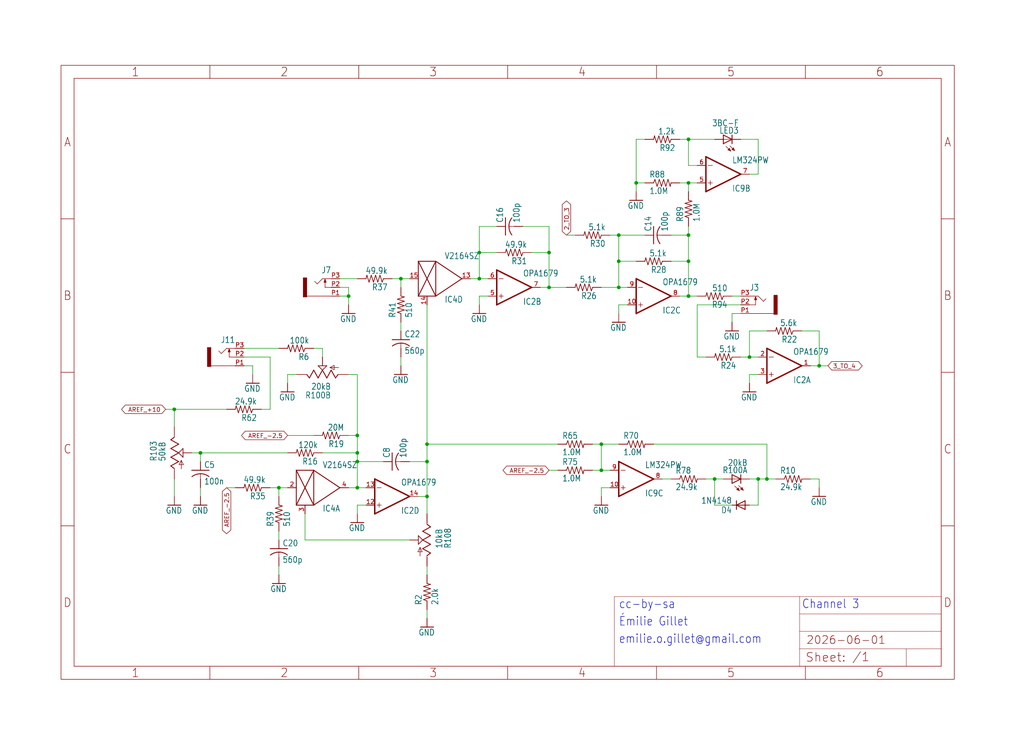
<source format=kicad_sch>
(kicad_sch
	(version 20231120)
	(generator "eeschema")
	(generator_version "8.0")
	(uuid "4cce2622-ed3b-41b2-936b-cd9e2b6db40c")
	(paper "User" 298.45 217.322)
	(lib_symbols
		(symbol "veils_v110-eagle-import:A4L-LOC"
			(exclude_from_sim no)
			(in_bom yes)
			(on_board yes)
			(property "Reference" "#FRAME"
				(at 0 0 0)
				(effects
					(font
						(size 1.27 1.27)
					)
					(hide yes)
				)
			)
			(property "Value" ""
				(at 0 0 0)
				(effects
					(font
						(size 1.27 1.27)
					)
					(hide yes)
				)
			)
			(property "Footprint" ""
				(at 0 0 0)
				(effects
					(font
						(size 1.27 1.27)
					)
					(hide yes)
				)
			)
			(property "Datasheet" ""
				(at 0 0 0)
				(effects
					(font
						(size 1.27 1.27)
					)
					(hide yes)
				)
			)
			(property "Description" "FRAME\n\nDIN A4, landscape with location and doc. field"
				(at 0 0 0)
				(effects
					(font
						(size 1.27 1.27)
					)
					(hide yes)
				)
			)
			(property "ki_locked" ""
				(at 0 0 0)
				(effects
					(font
						(size 1.27 1.27)
					)
				)
			)
			(symbol "A4L-LOC_1_0"
				(polyline
					(pts
						(xy 0 44.7675) (xy 3.81 44.7675)
					)
					(stroke
						(width 0)
						(type default)
					)
					(fill
						(type none)
					)
				)
				(polyline
					(pts
						(xy 0 89.535) (xy 3.81 89.535)
					)
					(stroke
						(width 0)
						(type default)
					)
					(fill
						(type none)
					)
				)
				(polyline
					(pts
						(xy 0 134.3025) (xy 3.81 134.3025)
					)
					(stroke
						(width 0)
						(type default)
					)
					(fill
						(type none)
					)
				)
				(polyline
					(pts
						(xy 3.81 3.81) (xy 3.81 175.26)
					)
					(stroke
						(width 0)
						(type default)
					)
					(fill
						(type none)
					)
				)
				(polyline
					(pts
						(xy 43.3917 0) (xy 43.3917 3.81)
					)
					(stroke
						(width 0)
						(type default)
					)
					(fill
						(type none)
					)
				)
				(polyline
					(pts
						(xy 43.3917 175.26) (xy 43.3917 179.07)
					)
					(stroke
						(width 0)
						(type default)
					)
					(fill
						(type none)
					)
				)
				(polyline
					(pts
						(xy 86.7833 0) (xy 86.7833 3.81)
					)
					(stroke
						(width 0)
						(type default)
					)
					(fill
						(type none)
					)
				)
				(polyline
					(pts
						(xy 86.7833 175.26) (xy 86.7833 179.07)
					)
					(stroke
						(width 0)
						(type default)
					)
					(fill
						(type none)
					)
				)
				(polyline
					(pts
						(xy 130.175 0) (xy 130.175 3.81)
					)
					(stroke
						(width 0)
						(type default)
					)
					(fill
						(type none)
					)
				)
				(polyline
					(pts
						(xy 130.175 175.26) (xy 130.175 179.07)
					)
					(stroke
						(width 0)
						(type default)
					)
					(fill
						(type none)
					)
				)
				(polyline
					(pts
						(xy 161.29 3.81) (xy 161.29 24.13)
					)
					(stroke
						(width 0.1016)
						(type solid)
					)
					(fill
						(type none)
					)
				)
				(polyline
					(pts
						(xy 161.29 24.13) (xy 215.265 24.13)
					)
					(stroke
						(width 0.1016)
						(type solid)
					)
					(fill
						(type none)
					)
				)
				(polyline
					(pts
						(xy 173.5667 0) (xy 173.5667 3.81)
					)
					(stroke
						(width 0)
						(type default)
					)
					(fill
						(type none)
					)
				)
				(polyline
					(pts
						(xy 173.5667 175.26) (xy 173.5667 179.07)
					)
					(stroke
						(width 0)
						(type default)
					)
					(fill
						(type none)
					)
				)
				(polyline
					(pts
						(xy 215.265 8.89) (xy 215.265 3.81)
					)
					(stroke
						(width 0.1016)
						(type solid)
					)
					(fill
						(type none)
					)
				)
				(polyline
					(pts
						(xy 215.265 8.89) (xy 215.265 13.97)
					)
					(stroke
						(width 0.1016)
						(type solid)
					)
					(fill
						(type none)
					)
				)
				(polyline
					(pts
						(xy 215.265 13.97) (xy 215.265 19.05)
					)
					(stroke
						(width 0.1016)
						(type solid)
					)
					(fill
						(type none)
					)
				)
				(polyline
					(pts
						(xy 215.265 13.97) (xy 256.54 13.97)
					)
					(stroke
						(width 0.1016)
						(type solid)
					)
					(fill
						(type none)
					)
				)
				(polyline
					(pts
						(xy 215.265 19.05) (xy 215.265 24.13)
					)
					(stroke
						(width 0.1016)
						(type solid)
					)
					(fill
						(type none)
					)
				)
				(polyline
					(pts
						(xy 215.265 19.05) (xy 256.54 19.05)
					)
					(stroke
						(width 0.1016)
						(type solid)
					)
					(fill
						(type none)
					)
				)
				(polyline
					(pts
						(xy 215.265 24.13) (xy 256.54 24.13)
					)
					(stroke
						(width 0.1016)
						(type solid)
					)
					(fill
						(type none)
					)
				)
				(polyline
					(pts
						(xy 216.9583 0) (xy 216.9583 3.81)
					)
					(stroke
						(width 0)
						(type default)
					)
					(fill
						(type none)
					)
				)
				(polyline
					(pts
						(xy 216.9583 175.26) (xy 216.9583 179.07)
					)
					(stroke
						(width 0)
						(type default)
					)
					(fill
						(type none)
					)
				)
				(polyline
					(pts
						(xy 246.38 3.81) (xy 246.38 8.89)
					)
					(stroke
						(width 0.1016)
						(type solid)
					)
					(fill
						(type none)
					)
				)
				(polyline
					(pts
						(xy 246.38 8.89) (xy 215.265 8.89)
					)
					(stroke
						(width 0.1016)
						(type solid)
					)
					(fill
						(type none)
					)
				)
				(polyline
					(pts
						(xy 246.38 8.89) (xy 256.54 8.89)
					)
					(stroke
						(width 0.1016)
						(type solid)
					)
					(fill
						(type none)
					)
				)
				(polyline
					(pts
						(xy 256.54 3.81) (xy 3.81 3.81)
					)
					(stroke
						(width 0)
						(type default)
					)
					(fill
						(type none)
					)
				)
				(polyline
					(pts
						(xy 256.54 3.81) (xy 256.54 8.89)
					)
					(stroke
						(width 0.1016)
						(type solid)
					)
					(fill
						(type none)
					)
				)
				(polyline
					(pts
						(xy 256.54 3.81) (xy 256.54 175.26)
					)
					(stroke
						(width 0)
						(type default)
					)
					(fill
						(type none)
					)
				)
				(polyline
					(pts
						(xy 256.54 8.89) (xy 256.54 13.97)
					)
					(stroke
						(width 0.1016)
						(type solid)
					)
					(fill
						(type none)
					)
				)
				(polyline
					(pts
						(xy 256.54 13.97) (xy 256.54 19.05)
					)
					(stroke
						(width 0.1016)
						(type solid)
					)
					(fill
						(type none)
					)
				)
				(polyline
					(pts
						(xy 256.54 19.05) (xy 256.54 24.13)
					)
					(stroke
						(width 0.1016)
						(type solid)
					)
					(fill
						(type none)
					)
				)
				(polyline
					(pts
						(xy 256.54 44.7675) (xy 260.35 44.7675)
					)
					(stroke
						(width 0)
						(type default)
					)
					(fill
						(type none)
					)
				)
				(polyline
					(pts
						(xy 256.54 89.535) (xy 260.35 89.535)
					)
					(stroke
						(width 0)
						(type default)
					)
					(fill
						(type none)
					)
				)
				(polyline
					(pts
						(xy 256.54 134.3025) (xy 260.35 134.3025)
					)
					(stroke
						(width 0)
						(type default)
					)
					(fill
						(type none)
					)
				)
				(polyline
					(pts
						(xy 256.54 175.26) (xy 3.81 175.26)
					)
					(stroke
						(width 0)
						(type default)
					)
					(fill
						(type none)
					)
				)
				(polyline
					(pts
						(xy 0 0) (xy 260.35 0) (xy 260.35 179.07) (xy 0 179.07) (xy 0 0)
					)
					(stroke
						(width 0)
						(type default)
					)
					(fill
						(type none)
					)
				)
				(text "${#}/${##}"
					(at 230.505 5.08 0)
					(effects
						(font
							(size 2.54 2.54)
						)
						(justify left bottom)
					)
				)
				(text "${CURRENT_DATE}"
					(at 217.17 10.16 0)
					(effects
						(font
							(size 2.286 2.286)
						)
						(justify left bottom)
					)
				)
				(text "${PROJECTNAME}"
					(at 217.17 15.24 0)
					(effects
						(font
							(size 2.54 2.54)
						)
						(justify left bottom)
					)
				)
				(text "1"
					(at 21.6958 1.905 0)
					(effects
						(font
							(size 2.54 2.286)
						)
					)
				)
				(text "1"
					(at 21.6958 177.165 0)
					(effects
						(font
							(size 2.54 2.286)
						)
					)
				)
				(text "2"
					(at 65.0875 1.905 0)
					(effects
						(font
							(size 2.54 2.286)
						)
					)
				)
				(text "2"
					(at 65.0875 177.165 0)
					(effects
						(font
							(size 2.54 2.286)
						)
					)
				)
				(text "3"
					(at 108.4792 1.905 0)
					(effects
						(font
							(size 2.54 2.286)
						)
					)
				)
				(text "3"
					(at 108.4792 177.165 0)
					(effects
						(font
							(size 2.54 2.286)
						)
					)
				)
				(text "4"
					(at 151.8708 1.905 0)
					(effects
						(font
							(size 2.54 2.286)
						)
					)
				)
				(text "4"
					(at 151.8708 177.165 0)
					(effects
						(font
							(size 2.54 2.286)
						)
					)
				)
				(text "5"
					(at 195.2625 1.905 0)
					(effects
						(font
							(size 2.54 2.286)
						)
					)
				)
				(text "5"
					(at 195.2625 177.165 0)
					(effects
						(font
							(size 2.54 2.286)
						)
					)
				)
				(text "6"
					(at 238.6542 1.905 0)
					(effects
						(font
							(size 2.54 2.286)
						)
					)
				)
				(text "6"
					(at 238.6542 177.165 0)
					(effects
						(font
							(size 2.54 2.286)
						)
					)
				)
				(text "A"
					(at 1.905 156.6863 0)
					(effects
						(font
							(size 2.54 2.286)
						)
					)
				)
				(text "A"
					(at 258.445 156.6863 0)
					(effects
						(font
							(size 2.54 2.286)
						)
					)
				)
				(text "B"
					(at 1.905 111.9188 0)
					(effects
						(font
							(size 2.54 2.286)
						)
					)
				)
				(text "B"
					(at 258.445 111.9188 0)
					(effects
						(font
							(size 2.54 2.286)
						)
					)
				)
				(text "C"
					(at 1.905 67.1513 0)
					(effects
						(font
							(size 2.54 2.286)
						)
					)
				)
				(text "C"
					(at 258.445 67.1513 0)
					(effects
						(font
							(size 2.54 2.286)
						)
					)
				)
				(text "D"
					(at 1.905 22.3838 0)
					(effects
						(font
							(size 2.54 2.286)
						)
					)
				)
				(text "D"
					(at 258.445 22.3838 0)
					(effects
						(font
							(size 2.54 2.286)
						)
					)
				)
				(text "Sheet:"
					(at 216.916 4.953 0)
					(effects
						(font
							(size 2.54 2.54)
						)
						(justify left bottom)
					)
				)
			)
		)
		(symbol "veils_v110-eagle-import:BOURNS_SLIDER"
			(exclude_from_sim no)
			(in_bom yes)
			(on_board yes)
			(property "Reference" "R"
				(at -5.08 -2.54 90)
				(effects
					(font
						(size 1.778 1.5113)
					)
					(justify left bottom)
				)
			)
			(property "Value" ""
				(at -2.54 -2.54 90)
				(effects
					(font
						(size 1.778 1.5113)
					)
					(justify left bottom)
				)
			)
			(property "Footprint" "veils_v110:BOURNS_SLIDER"
				(at 0 0 0)
				(effects
					(font
						(size 1.27 1.27)
					)
					(hide yes)
				)
			)
			(property "Datasheet" ""
				(at 0 0 0)
				(effects
					(font
						(size 1.27 1.27)
					)
					(hide yes)
				)
			)
			(property "Description" ""
				(at 0 0 0)
				(effects
					(font
						(size 1.27 1.27)
					)
					(hide yes)
				)
			)
			(property "ki_locked" ""
				(at 0 0 0)
				(effects
					(font
						(size 1.27 1.27)
					)
				)
			)
			(symbol "BOURNS_SLIDER_1_0"
				(polyline
					(pts
						(xy -2.032 1.778) (xy -3.429 0.381)
					)
					(stroke
						(width 0.1524)
						(type solid)
					)
					(fill
						(type none)
					)
				)
				(polyline
					(pts
						(xy -1.905 0.635) (xy -3.302 -0.762)
					)
					(stroke
						(width 0.1524)
						(type solid)
					)
					(fill
						(type none)
					)
				)
				(polyline
					(pts
						(xy 0 0) (xy -1.27 0)
					)
					(stroke
						(width 0.254)
						(type solid)
					)
					(fill
						(type none)
					)
				)
				(polyline
					(pts
						(xy 0 0) (xy -1.27 2.54)
					)
					(stroke
						(width 0.254)
						(type solid)
					)
					(fill
						(type none)
					)
				)
				(polyline
					(pts
						(xy 0 2.54) (xy -1.27 2.54)
					)
					(stroke
						(width 0.254)
						(type solid)
					)
					(fill
						(type none)
					)
				)
				(polyline
					(pts
						(xy 0 2.54) (xy 0 0)
					)
					(stroke
						(width 0.1524)
						(type solid)
					)
					(fill
						(type none)
					)
				)
				(polyline
					(pts
						(xy 1.27 0) (xy 0 0)
					)
					(stroke
						(width 0.254)
						(type solid)
					)
					(fill
						(type none)
					)
				)
				(polyline
					(pts
						(xy 1.27 2.54) (xy 0 0)
					)
					(stroke
						(width 0.254)
						(type solid)
					)
					(fill
						(type none)
					)
				)
				(polyline
					(pts
						(xy 1.27 2.54) (xy 0 2.54)
					)
					(stroke
						(width 0.254)
						(type solid)
					)
					(fill
						(type none)
					)
				)
				(polyline
					(pts
						(xy -3.048 1.27) (xy -3.429 0.381) (xy -2.54 0.762)
					)
					(stroke
						(width 0.1524)
						(type solid)
					)
					(fill
						(type outline)
					)
				)
				(polyline
					(pts
						(xy -2.921 0.127) (xy -3.302 -0.762) (xy -2.413 -0.381)
					)
					(stroke
						(width 0.1524)
						(type solid)
					)
					(fill
						(type outline)
					)
				)
				(pin passive line
					(at 0 5.08 270)
					(length 2.54)
					(name "A"
						(effects
							(font
								(size 0 0)
							)
						)
					)
					(number "B"
						(effects
							(font
								(size 0 0)
							)
						)
					)
				)
				(pin passive line
					(at 0 -2.54 90)
					(length 2.54)
					(name "C"
						(effects
							(font
								(size 0 0)
							)
						)
					)
					(number "E"
						(effects
							(font
								(size 0 0)
							)
						)
					)
				)
			)
			(symbol "BOURNS_SLIDER_2_0"
				(polyline
					(pts
						(xy -1.016 -3.81) (xy 1.27 -2.54)
					)
					(stroke
						(width 0.254)
						(type solid)
					)
					(fill
						(type none)
					)
				)
				(polyline
					(pts
						(xy -1.016 -1.27) (xy 1.27 0)
					)
					(stroke
						(width 0.254)
						(type solid)
					)
					(fill
						(type none)
					)
				)
				(polyline
					(pts
						(xy -1.016 1.27) (xy 1.27 2.54)
					)
					(stroke
						(width 0.254)
						(type solid)
					)
					(fill
						(type none)
					)
				)
				(polyline
					(pts
						(xy -1.016 3.81) (xy 0 4.572)
					)
					(stroke
						(width 0.254)
						(type solid)
					)
					(fill
						(type none)
					)
				)
				(polyline
					(pts
						(xy 0 -5.08) (xy 0 -4.572)
					)
					(stroke
						(width 0.1524)
						(type solid)
					)
					(fill
						(type none)
					)
				)
				(polyline
					(pts
						(xy 0 -4.572) (xy -1.016 -3.81)
					)
					(stroke
						(width 0.254)
						(type solid)
					)
					(fill
						(type none)
					)
				)
				(polyline
					(pts
						(xy 0 4.572) (xy 0 5.08)
					)
					(stroke
						(width 0.1524)
						(type solid)
					)
					(fill
						(type none)
					)
				)
				(polyline
					(pts
						(xy 1.27 -2.54) (xy -1.016 -1.27)
					)
					(stroke
						(width 0.254)
						(type solid)
					)
					(fill
						(type none)
					)
				)
				(polyline
					(pts
						(xy 1.27 0) (xy -1.016 1.27)
					)
					(stroke
						(width 0.254)
						(type solid)
					)
					(fill
						(type none)
					)
				)
				(polyline
					(pts
						(xy 1.27 0) (xy 2.54 1.27)
					)
					(stroke
						(width 0.2032)
						(type solid)
					)
					(fill
						(type none)
					)
				)
				(polyline
					(pts
						(xy 1.27 2.54) (xy -1.016 3.81)
					)
					(stroke
						(width 0.254)
						(type solid)
					)
					(fill
						(type none)
					)
				)
				(polyline
					(pts
						(xy 1.397 -3.429) (xy 2.032 -2.159)
					)
					(stroke
						(width 0.1524)
						(type solid)
					)
					(fill
						(type none)
					)
				)
				(polyline
					(pts
						(xy 2.032 -4.699) (xy 2.032 -2.159)
					)
					(stroke
						(width 0.1524)
						(type solid)
					)
					(fill
						(type none)
					)
				)
				(polyline
					(pts
						(xy 2.032 -2.159) (xy 2.667 -3.429)
					)
					(stroke
						(width 0.1524)
						(type solid)
					)
					(fill
						(type none)
					)
				)
				(polyline
					(pts
						(xy 2.54 -1.27) (xy 1.27 0)
					)
					(stroke
						(width 0.2032)
						(type solid)
					)
					(fill
						(type none)
					)
				)
				(polyline
					(pts
						(xy 2.54 1.27) (xy 2.54 -1.27)
					)
					(stroke
						(width 0.2032)
						(type solid)
					)
					(fill
						(type none)
					)
				)
				(polyline
					(pts
						(xy 2.667 -3.429) (xy 1.397 -3.429)
					)
					(stroke
						(width 0.1524)
						(type solid)
					)
					(fill
						(type none)
					)
				)
				(pin passive line
					(at 0 -7.62 90)
					(length 2.54)
					(name "A"
						(effects
							(font
								(size 0 0)
							)
						)
					)
					(number "1"
						(effects
							(font
								(size 0 0)
							)
						)
					)
				)
				(pin passive line
					(at 5.08 0 180)
					(length 2.54)
					(name "S"
						(effects
							(font
								(size 0 0)
							)
						)
					)
					(number "2"
						(effects
							(font
								(size 0 0)
							)
						)
					)
				)
				(pin passive line
					(at 0 7.62 270)
					(length 2.54)
					(name "E"
						(effects
							(font
								(size 0 0)
							)
						)
					)
					(number "3"
						(effects
							(font
								(size 0 0)
							)
						)
					)
				)
			)
		)
		(symbol "veils_v110-eagle-import:C-USC0402"
			(exclude_from_sim no)
			(in_bom yes)
			(on_board yes)
			(property "Reference" "C"
				(at 1.016 0.635 0)
				(effects
					(font
						(size 1.778 1.5113)
					)
					(justify left bottom)
				)
			)
			(property "Value" ""
				(at 1.016 -4.191 0)
				(effects
					(font
						(size 1.778 1.5113)
					)
					(justify left bottom)
				)
			)
			(property "Footprint" "veils_v110:C0402"
				(at 0 0 0)
				(effects
					(font
						(size 1.27 1.27)
					)
					(hide yes)
				)
			)
			(property "Datasheet" ""
				(at 0 0 0)
				(effects
					(font
						(size 1.27 1.27)
					)
					(hide yes)
				)
			)
			(property "Description" "CAPACITOR, American symbol"
				(at 0 0 0)
				(effects
					(font
						(size 1.27 1.27)
					)
					(hide yes)
				)
			)
			(property "ki_locked" ""
				(at 0 0 0)
				(effects
					(font
						(size 1.27 1.27)
					)
				)
			)
			(symbol "C-USC0402_1_0"
				(arc
					(start 0 -1.0161)
					(mid -1.302 -1.2303)
					(end -2.4668 -1.8504)
					(stroke
						(width 0.254)
						(type solid)
					)
					(fill
						(type none)
					)
				)
				(polyline
					(pts
						(xy -2.54 0) (xy 2.54 0)
					)
					(stroke
						(width 0.254)
						(type solid)
					)
					(fill
						(type none)
					)
				)
				(polyline
					(pts
						(xy 0 -1.016) (xy 0 -2.54)
					)
					(stroke
						(width 0.1524)
						(type solid)
					)
					(fill
						(type none)
					)
				)
				(arc
					(start 2.4892 -1.8541)
					(mid 1.3158 -1.2194)
					(end 0 -1)
					(stroke
						(width 0.254)
						(type solid)
					)
					(fill
						(type none)
					)
				)
				(pin passive line
					(at 0 2.54 270)
					(length 2.54)
					(name "1"
						(effects
							(font
								(size 0 0)
							)
						)
					)
					(number "1"
						(effects
							(font
								(size 0 0)
							)
						)
					)
				)
				(pin passive line
					(at 0 -5.08 90)
					(length 2.54)
					(name "2"
						(effects
							(font
								(size 0 0)
							)
						)
					)
					(number "2"
						(effects
							(font
								(size 0 0)
							)
						)
					)
				)
			)
		)
		(symbol "veils_v110-eagle-import:DIODE-SOD523"
			(exclude_from_sim no)
			(in_bom yes)
			(on_board yes)
			(property "Reference" "D"
				(at 2.54 0.4826 0)
				(effects
					(font
						(size 1.778 1.5113)
					)
					(justify left bottom)
				)
			)
			(property "Value" ""
				(at 2.54 -2.3114 0)
				(effects
					(font
						(size 1.778 1.5113)
					)
					(justify left bottom)
				)
			)
			(property "Footprint" "veils_v110:SOD523"
				(at 0 0 0)
				(effects
					(font
						(size 1.27 1.27)
					)
					(hide yes)
				)
			)
			(property "Datasheet" ""
				(at 0 0 0)
				(effects
					(font
						(size 1.27 1.27)
					)
					(hide yes)
				)
			)
			(property "Description" "DIODE"
				(at 0 0 0)
				(effects
					(font
						(size 1.27 1.27)
					)
					(hide yes)
				)
			)
			(property "ki_locked" ""
				(at 0 0 0)
				(effects
					(font
						(size 1.27 1.27)
					)
				)
			)
			(symbol "DIODE-SOD523_1_0"
				(polyline
					(pts
						(xy -1.27 -1.27) (xy 1.27 0)
					)
					(stroke
						(width 0.254)
						(type solid)
					)
					(fill
						(type none)
					)
				)
				(polyline
					(pts
						(xy -1.27 1.27) (xy -1.27 -1.27)
					)
					(stroke
						(width 0.254)
						(type solid)
					)
					(fill
						(type none)
					)
				)
				(polyline
					(pts
						(xy 1.27 0) (xy -1.27 1.27)
					)
					(stroke
						(width 0.254)
						(type solid)
					)
					(fill
						(type none)
					)
				)
				(polyline
					(pts
						(xy 1.27 0) (xy 1.27 -1.27)
					)
					(stroke
						(width 0.254)
						(type solid)
					)
					(fill
						(type none)
					)
				)
				(polyline
					(pts
						(xy 1.27 1.27) (xy 1.27 0)
					)
					(stroke
						(width 0.254)
						(type solid)
					)
					(fill
						(type none)
					)
				)
				(pin passive line
					(at -2.54 0 0)
					(length 2.54)
					(name "A"
						(effects
							(font
								(size 0 0)
							)
						)
					)
					(number "A"
						(effects
							(font
								(size 0 0)
							)
						)
					)
				)
				(pin passive line
					(at 2.54 0 180)
					(length 2.54)
					(name "C"
						(effects
							(font
								(size 0 0)
							)
						)
					)
					(number "C"
						(effects
							(font
								(size 0 0)
							)
						)
					)
				)
			)
		)
		(symbol "veils_v110-eagle-import:GND"
			(power)
			(exclude_from_sim no)
			(in_bom yes)
			(on_board yes)
			(property "Reference" "#GND"
				(at 0 0 0)
				(effects
					(font
						(size 1.27 1.27)
					)
					(hide yes)
				)
			)
			(property "Value" ""
				(at -2.54 -2.54 0)
				(effects
					(font
						(size 1.778 1.5113)
					)
					(justify left bottom)
				)
			)
			(property "Footprint" ""
				(at 0 0 0)
				(effects
					(font
						(size 1.27 1.27)
					)
					(hide yes)
				)
			)
			(property "Datasheet" ""
				(at 0 0 0)
				(effects
					(font
						(size 1.27 1.27)
					)
					(hide yes)
				)
			)
			(property "Description" "SUPPLY SYMBOL"
				(at 0 0 0)
				(effects
					(font
						(size 1.27 1.27)
					)
					(hide yes)
				)
			)
			(property "ki_locked" ""
				(at 0 0 0)
				(effects
					(font
						(size 1.27 1.27)
					)
				)
			)
			(symbol "GND_1_0"
				(polyline
					(pts
						(xy -1.905 0) (xy 1.905 0)
					)
					(stroke
						(width 0.254)
						(type solid)
					)
					(fill
						(type none)
					)
				)
				(pin power_in line
					(at 0 2.54 270)
					(length 2.54)
					(name "GND"
						(effects
							(font
								(size 0 0)
							)
						)
					)
					(number "1"
						(effects
							(font
								(size 0 0)
							)
						)
					)
				)
			)
		)
		(symbol "veils_v110-eagle-import:LED3MM"
			(exclude_from_sim no)
			(in_bom yes)
			(on_board yes)
			(property "Reference" "LED"
				(at 3.556 -4.572 90)
				(effects
					(font
						(size 1.778 1.5113)
					)
					(justify left bottom)
				)
			)
			(property "Value" ""
				(at 5.715 -4.572 90)
				(effects
					(font
						(size 1.778 1.5113)
					)
					(justify left bottom)
				)
			)
			(property "Footprint" "veils_v110:LED3MM"
				(at 0 0 0)
				(effects
					(font
						(size 1.27 1.27)
					)
					(hide yes)
				)
			)
			(property "Datasheet" ""
				(at 0 0 0)
				(effects
					(font
						(size 1.27 1.27)
					)
					(hide yes)
				)
			)
			(property "Description" "LED\n\nOSRAM:\n- CHIPLED\nLG R971, LG N971, LY N971, LG Q971, LY Q971, LO R971, LY R971 LH N974, LH R974\nLS Q976, LO Q976, LY Q976\nLO Q996\n- Hyper CHIPLED\nLW Q18S\nLB Q993, LB Q99A, LB R99A\n- SideLED\nLS A670, LO A670, LY A670, LG A670, LP A670\nLB A673, LV A673, LT A673, LW A673\nLH A674\nLY A675\nLS A676, LA A676, LO A676, LY A676, LW A676\nLS A679, LY A679, LG A679\n-  Hyper Micro SIDELED®\nLS Y876, LA Y876, LO Y876, LY Y876\nLT Y87S\n- SmartLED\nLW L88C, LW L88S\nLB L89C, LB L89S, LG L890\nLS L89K, LO L89K, LY L89K\nLS L896, LA L896, LO L896, LY L896\n- TOPLED\nLS T670, LO T670, LY T670, LG T670, LP T670\nLSG T670, LSP T670, LSY T670, LOP T670, LYG T670\nLG T671, LOG T671, LSG T671\nLB T673, LV T673, LT T673, LW T673\nLH T674\nLS T676, LA T676, LO T676, LY T676, LB T676, LH T676, LSB T676, LW T676\nLB T67C, LV T67C, LT T67C, LS T67K, LO T67K, LY T67K, LW E67C\nLS E67B, LA E67B, LO E67B, LY E67B, LB E67C, LV E67C, LT E67C\nLW T67C\nLS T679, LY T679, LG T679\nLS T770, LO T770, LY T770, LG T770, LP T770\nLB T773, LV T773, LT T773, LW T773\nLH T774\nLS E675, LA E675, LY E675, LS T675\nLS T776, LA T776, LO T776, LY T776, LB T776\nLHGB T686\nLT T68C, LB T68C\n- Hyper Mini TOPLED®\nLB M676\n- Mini TOPLED Santana®\nLG M470\nLS M47K, LO M47K, LY M47K\n\nSource: http://www.osram.convergy.de\n\nLUXEON:\n- LUMILED®\nLXK2-PW12-R00, LXK2-PW12-S00, LXK2-PW14-U00, LXK2-PW14-V00\nLXK2-PM12-R00, LXK2-PM12-S00, LXK2-PM14-U00\nLXK2-PE12-Q00, LXK2-PE12-R00, LXK2-PE12-S00, LXK2-PE14-T00, LXK2-PE14-U00\nLXK2-PB12-K00, LXK2-PB12-L00, LXK2-PB12-M00, LXK2-PB14-N00, LXK2-PB14-P00, LXK2-PB14-Q00\nLXK2-PR12-L00, LXK2-PR12-M00, LXK2-PR14-Q00, LXK2-PR14-R00\nLXK2-PD12-Q00, LXK2-PD12-R00, LXK2-PD12-S00\nLXK2-PH12-R00, LXK2-PH12-S00\nLXK2-PL12-P00, LXK2-PL12-Q00, LXK2-PL12-R00\n\nSource: www.luxeon.com\n\nKINGBRIGHT:\n\nKA-3528ASYC\nSource: www.kingbright.com"
				(at 0 0 0)
				(effects
					(font
						(size 1.27 1.27)
					)
					(hide yes)
				)
			)
			(property "ki_locked" ""
				(at 0 0 0)
				(effects
					(font
						(size 1.27 1.27)
					)
				)
			)
			(symbol "LED3MM_1_0"
				(polyline
					(pts
						(xy -2.032 -0.762) (xy -3.429 -2.159)
					)
					(stroke
						(width 0.1524)
						(type solid)
					)
					(fill
						(type none)
					)
				)
				(polyline
					(pts
						(xy -1.905 -1.905) (xy -3.302 -3.302)
					)
					(stroke
						(width 0.1524)
						(type solid)
					)
					(fill
						(type none)
					)
				)
				(polyline
					(pts
						(xy 0 -2.54) (xy -1.27 -2.54)
					)
					(stroke
						(width 0.254)
						(type solid)
					)
					(fill
						(type none)
					)
				)
				(polyline
					(pts
						(xy 0 -2.54) (xy -1.27 0)
					)
					(stroke
						(width 0.254)
						(type solid)
					)
					(fill
						(type none)
					)
				)
				(polyline
					(pts
						(xy 0 0) (xy -1.27 0)
					)
					(stroke
						(width 0.254)
						(type solid)
					)
					(fill
						(type none)
					)
				)
				(polyline
					(pts
						(xy 0 0) (xy 0 -2.54)
					)
					(stroke
						(width 0.1524)
						(type solid)
					)
					(fill
						(type none)
					)
				)
				(polyline
					(pts
						(xy 1.27 -2.54) (xy 0 -2.54)
					)
					(stroke
						(width 0.254)
						(type solid)
					)
					(fill
						(type none)
					)
				)
				(polyline
					(pts
						(xy 1.27 0) (xy 0 -2.54)
					)
					(stroke
						(width 0.254)
						(type solid)
					)
					(fill
						(type none)
					)
				)
				(polyline
					(pts
						(xy 1.27 0) (xy 0 0)
					)
					(stroke
						(width 0.254)
						(type solid)
					)
					(fill
						(type none)
					)
				)
				(polyline
					(pts
						(xy -3.048 -1.27) (xy -3.429 -2.159) (xy -2.54 -1.778)
					)
					(stroke
						(width 0.1524)
						(type solid)
					)
					(fill
						(type outline)
					)
				)
				(polyline
					(pts
						(xy -2.921 -2.413) (xy -3.302 -3.302) (xy -2.413 -2.921)
					)
					(stroke
						(width 0.1524)
						(type solid)
					)
					(fill
						(type outline)
					)
				)
				(pin passive line
					(at 0 2.54 270)
					(length 2.54)
					(name "A"
						(effects
							(font
								(size 0 0)
							)
						)
					)
					(number "A"
						(effects
							(font
								(size 0 0)
							)
						)
					)
				)
				(pin passive line
					(at 0 -5.08 90)
					(length 2.54)
					(name "C"
						(effects
							(font
								(size 0 0)
							)
						)
					)
					(number "K"
						(effects
							(font
								(size 0 0)
							)
						)
					)
				)
			)
		)
		(symbol "veils_v110-eagle-import:OPA1679PW"
			(exclude_from_sim no)
			(in_bom yes)
			(on_board yes)
			(property "Reference" "IC"
				(at 2.54 3.175 0)
				(effects
					(font
						(size 1.778 1.5113)
					)
					(justify left bottom)
					(hide yes)
				)
			)
			(property "Value" ""
				(at 2.54 -5.08 0)
				(effects
					(font
						(size 1.778 1.5113)
					)
					(justify left bottom)
					(hide yes)
				)
			)
			(property "Footprint" "veils_v110:TSSOP14_065"
				(at 0 0 0)
				(effects
					(font
						(size 1.27 1.27)
					)
					(hide yes)
				)
			)
			(property "Datasheet" ""
				(at 0 0 0)
				(effects
					(font
						(size 1.27 1.27)
					)
					(hide yes)
				)
			)
			(property "Description" ""
				(at 0 0 0)
				(effects
					(font
						(size 1.27 1.27)
					)
					(hide yes)
				)
			)
			(property "ki_locked" ""
				(at 0 0 0)
				(effects
					(font
						(size 1.27 1.27)
					)
				)
			)
			(symbol "OPA1679PW_1_0"
				(polyline
					(pts
						(xy -5.08 -5.08) (xy 5.08 0)
					)
					(stroke
						(width 0.4064)
						(type solid)
					)
					(fill
						(type none)
					)
				)
				(polyline
					(pts
						(xy -5.08 5.08) (xy -5.08 -5.08)
					)
					(stroke
						(width 0.4064)
						(type solid)
					)
					(fill
						(type none)
					)
				)
				(polyline
					(pts
						(xy -4.445 -2.54) (xy -3.175 -2.54)
					)
					(stroke
						(width 0.1524)
						(type solid)
					)
					(fill
						(type none)
					)
				)
				(polyline
					(pts
						(xy -4.445 2.54) (xy -3.175 2.54)
					)
					(stroke
						(width 0.1524)
						(type solid)
					)
					(fill
						(type none)
					)
				)
				(polyline
					(pts
						(xy -3.81 3.175) (xy -3.81 1.905)
					)
					(stroke
						(width 0.1524)
						(type solid)
					)
					(fill
						(type none)
					)
				)
				(polyline
					(pts
						(xy 5.08 0) (xy -5.08 5.08)
					)
					(stroke
						(width 0.4064)
						(type solid)
					)
					(fill
						(type none)
					)
				)
				(pin output line
					(at 7.62 0 180)
					(length 2.54)
					(name "OUT"
						(effects
							(font
								(size 0 0)
							)
						)
					)
					(number "1"
						(effects
							(font
								(size 1.27 1.27)
							)
						)
					)
				)
				(pin input line
					(at -7.62 -2.54 0)
					(length 2.54)
					(name "-IN"
						(effects
							(font
								(size 0 0)
							)
						)
					)
					(number "2"
						(effects
							(font
								(size 1.27 1.27)
							)
						)
					)
				)
				(pin input line
					(at -7.62 2.54 0)
					(length 2.54)
					(name "+IN"
						(effects
							(font
								(size 0 0)
							)
						)
					)
					(number "3"
						(effects
							(font
								(size 1.27 1.27)
							)
						)
					)
				)
			)
			(symbol "OPA1679PW_2_0"
				(polyline
					(pts
						(xy -5.08 -5.08) (xy 5.08 0)
					)
					(stroke
						(width 0.4064)
						(type solid)
					)
					(fill
						(type none)
					)
				)
				(polyline
					(pts
						(xy -5.08 5.08) (xy -5.08 -5.08)
					)
					(stroke
						(width 0.4064)
						(type solid)
					)
					(fill
						(type none)
					)
				)
				(polyline
					(pts
						(xy -4.445 -2.54) (xy -3.175 -2.54)
					)
					(stroke
						(width 0.1524)
						(type solid)
					)
					(fill
						(type none)
					)
				)
				(polyline
					(pts
						(xy -4.445 2.54) (xy -3.175 2.54)
					)
					(stroke
						(width 0.1524)
						(type solid)
					)
					(fill
						(type none)
					)
				)
				(polyline
					(pts
						(xy -3.81 3.175) (xy -3.81 1.905)
					)
					(stroke
						(width 0.1524)
						(type solid)
					)
					(fill
						(type none)
					)
				)
				(polyline
					(pts
						(xy 5.08 0) (xy -5.08 5.08)
					)
					(stroke
						(width 0.4064)
						(type solid)
					)
					(fill
						(type none)
					)
				)
				(pin input line
					(at -7.62 2.54 0)
					(length 2.54)
					(name "+IN"
						(effects
							(font
								(size 0 0)
							)
						)
					)
					(number "5"
						(effects
							(font
								(size 1.27 1.27)
							)
						)
					)
				)
				(pin input line
					(at -7.62 -2.54 0)
					(length 2.54)
					(name "-IN"
						(effects
							(font
								(size 0 0)
							)
						)
					)
					(number "6"
						(effects
							(font
								(size 1.27 1.27)
							)
						)
					)
				)
				(pin output line
					(at 7.62 0 180)
					(length 2.54)
					(name "OUT"
						(effects
							(font
								(size 0 0)
							)
						)
					)
					(number "7"
						(effects
							(font
								(size 1.27 1.27)
							)
						)
					)
				)
			)
			(symbol "OPA1679PW_3_0"
				(polyline
					(pts
						(xy -5.08 -5.08) (xy 5.08 0)
					)
					(stroke
						(width 0.4064)
						(type solid)
					)
					(fill
						(type none)
					)
				)
				(polyline
					(pts
						(xy -5.08 5.08) (xy -5.08 -5.08)
					)
					(stroke
						(width 0.4064)
						(type solid)
					)
					(fill
						(type none)
					)
				)
				(polyline
					(pts
						(xy -4.445 -2.54) (xy -3.175 -2.54)
					)
					(stroke
						(width 0.1524)
						(type solid)
					)
					(fill
						(type none)
					)
				)
				(polyline
					(pts
						(xy -4.445 2.54) (xy -3.175 2.54)
					)
					(stroke
						(width 0.1524)
						(type solid)
					)
					(fill
						(type none)
					)
				)
				(polyline
					(pts
						(xy -3.81 3.175) (xy -3.81 1.905)
					)
					(stroke
						(width 0.1524)
						(type solid)
					)
					(fill
						(type none)
					)
				)
				(polyline
					(pts
						(xy 5.08 0) (xy -5.08 5.08)
					)
					(stroke
						(width 0.4064)
						(type solid)
					)
					(fill
						(type none)
					)
				)
				(pin input line
					(at -7.62 2.54 0)
					(length 2.54)
					(name "+IN"
						(effects
							(font
								(size 0 0)
							)
						)
					)
					(number "10"
						(effects
							(font
								(size 1.27 1.27)
							)
						)
					)
				)
				(pin output line
					(at 7.62 0 180)
					(length 2.54)
					(name "OUT"
						(effects
							(font
								(size 0 0)
							)
						)
					)
					(number "8"
						(effects
							(font
								(size 1.27 1.27)
							)
						)
					)
				)
				(pin input line
					(at -7.62 -2.54 0)
					(length 2.54)
					(name "-IN"
						(effects
							(font
								(size 0 0)
							)
						)
					)
					(number "9"
						(effects
							(font
								(size 1.27 1.27)
							)
						)
					)
				)
			)
			(symbol "OPA1679PW_4_0"
				(polyline
					(pts
						(xy -5.08 -5.08) (xy 5.08 0)
					)
					(stroke
						(width 0.4064)
						(type solid)
					)
					(fill
						(type none)
					)
				)
				(polyline
					(pts
						(xy -5.08 5.08) (xy -5.08 -5.08)
					)
					(stroke
						(width 0.4064)
						(type solid)
					)
					(fill
						(type none)
					)
				)
				(polyline
					(pts
						(xy -4.445 -2.54) (xy -3.175 -2.54)
					)
					(stroke
						(width 0.1524)
						(type solid)
					)
					(fill
						(type none)
					)
				)
				(polyline
					(pts
						(xy -4.445 2.54) (xy -3.175 2.54)
					)
					(stroke
						(width 0.1524)
						(type solid)
					)
					(fill
						(type none)
					)
				)
				(polyline
					(pts
						(xy -3.81 3.175) (xy -3.81 1.905)
					)
					(stroke
						(width 0.1524)
						(type solid)
					)
					(fill
						(type none)
					)
				)
				(polyline
					(pts
						(xy 5.08 0) (xy -5.08 5.08)
					)
					(stroke
						(width 0.4064)
						(type solid)
					)
					(fill
						(type none)
					)
				)
				(pin input line
					(at -7.62 2.54 0)
					(length 2.54)
					(name "+IN"
						(effects
							(font
								(size 0 0)
							)
						)
					)
					(number "12"
						(effects
							(font
								(size 1.27 1.27)
							)
						)
					)
				)
				(pin input line
					(at -7.62 -2.54 0)
					(length 2.54)
					(name "-IN"
						(effects
							(font
								(size 0 0)
							)
						)
					)
					(number "13"
						(effects
							(font
								(size 1.27 1.27)
							)
						)
					)
				)
				(pin output line
					(at 7.62 0 180)
					(length 2.54)
					(name "OUT"
						(effects
							(font
								(size 0 0)
							)
						)
					)
					(number "14"
						(effects
							(font
								(size 1.27 1.27)
							)
						)
					)
				)
			)
			(symbol "OPA1679PW_5_0"
				(text "V+"
					(at 1.27 3.175 900)
					(effects
						(font
							(size 0.8128 0.6908)
						)
						(justify left bottom)
					)
				)
				(text "V-"
					(at 1.27 -4.445 900)
					(effects
						(font
							(size 0.8128 0.6908)
						)
						(justify left bottom)
					)
				)
				(pin power_in line
					(at 0 -7.62 90)
					(length 5.08)
					(name "V-"
						(effects
							(font
								(size 0 0)
							)
						)
					)
					(number "11"
						(effects
							(font
								(size 1.27 1.27)
							)
						)
					)
				)
				(pin power_in line
					(at 0 7.62 270)
					(length 5.08)
					(name "V+"
						(effects
							(font
								(size 0 0)
							)
						)
					)
					(number "4"
						(effects
							(font
								(size 1.27 1.27)
							)
						)
					)
				)
			)
		)
		(symbol "veils_v110-eagle-import:PJ301_THONKICONNTME"
			(exclude_from_sim no)
			(in_bom yes)
			(on_board yes)
			(property "Reference" "J"
				(at -2.54 4.064 0)
				(effects
					(font
						(size 1.778 1.5113)
					)
					(justify left bottom)
				)
			)
			(property "Value" ""
				(at 0 0 0)
				(effects
					(font
						(size 1.27 1.27)
					)
					(hide yes)
				)
			)
			(property "Footprint" "veils_v110:WQP_PJ_301M_TME"
				(at 0 0 0)
				(effects
					(font
						(size 1.27 1.27)
					)
					(hide yes)
				)
			)
			(property "Datasheet" ""
				(at 0 0 0)
				(effects
					(font
						(size 1.27 1.27)
					)
					(hide yes)
				)
			)
			(property "Description" ""
				(at 0 0 0)
				(effects
					(font
						(size 1.27 1.27)
					)
					(hide yes)
				)
			)
			(property "ki_locked" ""
				(at 0 0 0)
				(effects
					(font
						(size 1.27 1.27)
					)
				)
			)
			(symbol "PJ301_THONKICONNTME_1_0"
				(polyline
					(pts
						(xy -2.54 -2.54) (xy 4.572 -2.54)
					)
					(stroke
						(width 0.1524)
						(type solid)
					)
					(fill
						(type none)
					)
				)
				(polyline
					(pts
						(xy -2.54 0) (xy -0.762 0)
					)
					(stroke
						(width 0.1524)
						(type solid)
					)
					(fill
						(type none)
					)
				)
				(polyline
					(pts
						(xy -2.54 2.54) (xy 0 2.54)
					)
					(stroke
						(width 0.1524)
						(type solid)
					)
					(fill
						(type none)
					)
				)
				(polyline
					(pts
						(xy -1.016 1.524) (xy -0.508 1.524)
					)
					(stroke
						(width 0.254)
						(type solid)
					)
					(fill
						(type none)
					)
				)
				(polyline
					(pts
						(xy -0.762 0) (xy -0.762 2.286)
					)
					(stroke
						(width 0.1524)
						(type solid)
					)
					(fill
						(type none)
					)
				)
				(polyline
					(pts
						(xy -0.762 2.286) (xy -1.016 1.524)
					)
					(stroke
						(width 0.254)
						(type solid)
					)
					(fill
						(type none)
					)
				)
				(polyline
					(pts
						(xy -0.508 1.524) (xy -0.762 2.286)
					)
					(stroke
						(width 0.254)
						(type solid)
					)
					(fill
						(type none)
					)
				)
				(polyline
					(pts
						(xy 0 2.54) (xy 1.524 1.016)
					)
					(stroke
						(width 0.1524)
						(type solid)
					)
					(fill
						(type none)
					)
				)
				(polyline
					(pts
						(xy 1.524 1.016) (xy 2.286 1.778)
					)
					(stroke
						(width 0.1524)
						(type solid)
					)
					(fill
						(type none)
					)
				)
				(rectangle
					(start 4.572 2.794)
					(end 5.588 -2.794)
					(stroke
						(width 0)
						(type default)
					)
					(fill
						(type outline)
					)
				)
				(pin passive line
					(at -5.08 -2.54 0)
					(length 2.54)
					(name "1"
						(effects
							(font
								(size 0 0)
							)
						)
					)
					(number "P1"
						(effects
							(font
								(size 1.27 1.27)
							)
						)
					)
				)
				(pin passive line
					(at -5.08 0 0)
					(length 2.54)
					(name "2"
						(effects
							(font
								(size 0 0)
							)
						)
					)
					(number "P2"
						(effects
							(font
								(size 1.27 1.27)
							)
						)
					)
				)
				(pin passive line
					(at -5.08 2.54 0)
					(length 2.54)
					(name "3"
						(effects
							(font
								(size 0 0)
							)
						)
					)
					(number "P3"
						(effects
							(font
								(size 1.27 1.27)
							)
						)
					)
				)
			)
		)
		(symbol "veils_v110-eagle-import:POT_USVERTICAL_NARROW"
			(exclude_from_sim no)
			(in_bom yes)
			(on_board yes)
			(property "Reference" "R"
				(at -5.08 -2.54 90)
				(effects
					(font
						(size 1.778 1.5113)
					)
					(justify left bottom)
				)
			)
			(property "Value" ""
				(at -2.54 -2.54 90)
				(effects
					(font
						(size 1.778 1.5113)
					)
					(justify left bottom)
				)
			)
			(property "Footprint" "veils_v110:ALPS_POT_NARROW"
				(at 0 0 0)
				(effects
					(font
						(size 1.27 1.27)
					)
					(hide yes)
				)
			)
			(property "Datasheet" ""
				(at 0 0 0)
				(effects
					(font
						(size 1.27 1.27)
					)
					(hide yes)
				)
			)
			(property "Description" ""
				(at 0 0 0)
				(effects
					(font
						(size 1.27 1.27)
					)
					(hide yes)
				)
			)
			(property "ki_locked" ""
				(at 0 0 0)
				(effects
					(font
						(size 1.27 1.27)
					)
				)
			)
			(symbol "POT_USVERTICAL_NARROW_1_0"
				(polyline
					(pts
						(xy -1.016 -3.81) (xy 1.27 -2.54)
					)
					(stroke
						(width 0.254)
						(type solid)
					)
					(fill
						(type none)
					)
				)
				(polyline
					(pts
						(xy -1.016 -1.27) (xy 1.27 0)
					)
					(stroke
						(width 0.254)
						(type solid)
					)
					(fill
						(type none)
					)
				)
				(polyline
					(pts
						(xy -1.016 1.27) (xy 1.27 2.54)
					)
					(stroke
						(width 0.254)
						(type solid)
					)
					(fill
						(type none)
					)
				)
				(polyline
					(pts
						(xy -1.016 3.81) (xy 0 4.572)
					)
					(stroke
						(width 0.254)
						(type solid)
					)
					(fill
						(type none)
					)
				)
				(polyline
					(pts
						(xy 0 -5.08) (xy 0 -4.572)
					)
					(stroke
						(width 0.1524)
						(type solid)
					)
					(fill
						(type none)
					)
				)
				(polyline
					(pts
						(xy 0 -4.572) (xy -1.016 -3.81)
					)
					(stroke
						(width 0.254)
						(type solid)
					)
					(fill
						(type none)
					)
				)
				(polyline
					(pts
						(xy 0 4.572) (xy 0 5.08)
					)
					(stroke
						(width 0.1524)
						(type solid)
					)
					(fill
						(type none)
					)
				)
				(polyline
					(pts
						(xy 1.27 -2.54) (xy -1.016 -1.27)
					)
					(stroke
						(width 0.254)
						(type solid)
					)
					(fill
						(type none)
					)
				)
				(polyline
					(pts
						(xy 1.27 0) (xy -1.016 1.27)
					)
					(stroke
						(width 0.254)
						(type solid)
					)
					(fill
						(type none)
					)
				)
				(polyline
					(pts
						(xy 1.27 0) (xy 2.54 1.27)
					)
					(stroke
						(width 0.2032)
						(type solid)
					)
					(fill
						(type none)
					)
				)
				(polyline
					(pts
						(xy 1.27 2.54) (xy -1.016 3.81)
					)
					(stroke
						(width 0.254)
						(type solid)
					)
					(fill
						(type none)
					)
				)
				(polyline
					(pts
						(xy 1.397 -3.429) (xy 2.032 -2.159)
					)
					(stroke
						(width 0.1524)
						(type solid)
					)
					(fill
						(type none)
					)
				)
				(polyline
					(pts
						(xy 2.032 -4.699) (xy 2.032 -2.159)
					)
					(stroke
						(width 0.1524)
						(type solid)
					)
					(fill
						(type none)
					)
				)
				(polyline
					(pts
						(xy 2.032 -2.159) (xy 2.667 -3.429)
					)
					(stroke
						(width 0.1524)
						(type solid)
					)
					(fill
						(type none)
					)
				)
				(polyline
					(pts
						(xy 2.54 -1.27) (xy 1.27 0)
					)
					(stroke
						(width 0.2032)
						(type solid)
					)
					(fill
						(type none)
					)
				)
				(polyline
					(pts
						(xy 2.54 1.27) (xy 2.54 -1.27)
					)
					(stroke
						(width 0.2032)
						(type solid)
					)
					(fill
						(type none)
					)
				)
				(polyline
					(pts
						(xy 2.667 -3.429) (xy 1.397 -3.429)
					)
					(stroke
						(width 0.1524)
						(type solid)
					)
					(fill
						(type none)
					)
				)
				(pin passive line
					(at 0 7.62 270)
					(length 2.54)
					(name "E"
						(effects
							(font
								(size 0 0)
							)
						)
					)
					(number "P$1"
						(effects
							(font
								(size 0 0)
							)
						)
					)
				)
				(pin passive line
					(at 5.08 0 180)
					(length 2.54)
					(name "S"
						(effects
							(font
								(size 0 0)
							)
						)
					)
					(number "P$2"
						(effects
							(font
								(size 0 0)
							)
						)
					)
				)
				(pin passive line
					(at 0 -7.62 90)
					(length 2.54)
					(name "A"
						(effects
							(font
								(size 0 0)
							)
						)
					)
					(number "P$3"
						(effects
							(font
								(size 0 0)
							)
						)
					)
				)
			)
		)
		(symbol "veils_v110-eagle-import:R-US_R0402"
			(exclude_from_sim no)
			(in_bom yes)
			(on_board yes)
			(property "Reference" "R"
				(at -3.81 1.4986 0)
				(effects
					(font
						(size 1.778 1.5113)
					)
					(justify left bottom)
				)
			)
			(property "Value" ""
				(at -3.81 -3.302 0)
				(effects
					(font
						(size 1.778 1.5113)
					)
					(justify left bottom)
				)
			)
			(property "Footprint" "veils_v110:R0402"
				(at 0 0 0)
				(effects
					(font
						(size 1.27 1.27)
					)
					(hide yes)
				)
			)
			(property "Datasheet" ""
				(at 0 0 0)
				(effects
					(font
						(size 1.27 1.27)
					)
					(hide yes)
				)
			)
			(property "Description" "RESISTOR, American symbol"
				(at 0 0 0)
				(effects
					(font
						(size 1.27 1.27)
					)
					(hide yes)
				)
			)
			(property "ki_locked" ""
				(at 0 0 0)
				(effects
					(font
						(size 1.27 1.27)
					)
				)
			)
			(symbol "R-US_R0402_1_0"
				(polyline
					(pts
						(xy -2.54 0) (xy -2.159 1.016)
					)
					(stroke
						(width 0.2032)
						(type solid)
					)
					(fill
						(type none)
					)
				)
				(polyline
					(pts
						(xy -2.159 1.016) (xy -1.524 -1.016)
					)
					(stroke
						(width 0.2032)
						(type solid)
					)
					(fill
						(type none)
					)
				)
				(polyline
					(pts
						(xy -1.524 -1.016) (xy -0.889 1.016)
					)
					(stroke
						(width 0.2032)
						(type solid)
					)
					(fill
						(type none)
					)
				)
				(polyline
					(pts
						(xy -0.889 1.016) (xy -0.254 -1.016)
					)
					(stroke
						(width 0.2032)
						(type solid)
					)
					(fill
						(type none)
					)
				)
				(polyline
					(pts
						(xy -0.254 -1.016) (xy 0.381 1.016)
					)
					(stroke
						(width 0.2032)
						(type solid)
					)
					(fill
						(type none)
					)
				)
				(polyline
					(pts
						(xy 0.381 1.016) (xy 1.016 -1.016)
					)
					(stroke
						(width 0.2032)
						(type solid)
					)
					(fill
						(type none)
					)
				)
				(polyline
					(pts
						(xy 1.016 -1.016) (xy 1.651 1.016)
					)
					(stroke
						(width 0.2032)
						(type solid)
					)
					(fill
						(type none)
					)
				)
				(polyline
					(pts
						(xy 1.651 1.016) (xy 2.286 -1.016)
					)
					(stroke
						(width 0.2032)
						(type solid)
					)
					(fill
						(type none)
					)
				)
				(polyline
					(pts
						(xy 2.286 -1.016) (xy 2.54 0)
					)
					(stroke
						(width 0.2032)
						(type solid)
					)
					(fill
						(type none)
					)
				)
				(pin passive line
					(at -5.08 0 0)
					(length 2.54)
					(name "1"
						(effects
							(font
								(size 0 0)
							)
						)
					)
					(number "1"
						(effects
							(font
								(size 0 0)
							)
						)
					)
				)
				(pin passive line
					(at 5.08 0 180)
					(length 2.54)
					(name "2"
						(effects
							(font
								(size 0 0)
							)
						)
					)
					(number "2"
						(effects
							(font
								(size 0 0)
							)
						)
					)
				)
			)
		)
		(symbol "veils_v110-eagle-import:R-US_R0603"
			(exclude_from_sim no)
			(in_bom yes)
			(on_board yes)
			(property "Reference" "R"
				(at -3.81 1.4986 0)
				(effects
					(font
						(size 1.778 1.5113)
					)
					(justify left bottom)
				)
			)
			(property "Value" ""
				(at -3.81 -3.302 0)
				(effects
					(font
						(size 1.778 1.5113)
					)
					(justify left bottom)
				)
			)
			(property "Footprint" "veils_v110:R0603"
				(at 0 0 0)
				(effects
					(font
						(size 1.27 1.27)
					)
					(hide yes)
				)
			)
			(property "Datasheet" ""
				(at 0 0 0)
				(effects
					(font
						(size 1.27 1.27)
					)
					(hide yes)
				)
			)
			(property "Description" "RESISTOR, American symbol"
				(at 0 0 0)
				(effects
					(font
						(size 1.27 1.27)
					)
					(hide yes)
				)
			)
			(property "ki_locked" ""
				(at 0 0 0)
				(effects
					(font
						(size 1.27 1.27)
					)
				)
			)
			(symbol "R-US_R0603_1_0"
				(polyline
					(pts
						(xy -2.54 0) (xy -2.159 1.016)
					)
					(stroke
						(width 0.2032)
						(type solid)
					)
					(fill
						(type none)
					)
				)
				(polyline
					(pts
						(xy -2.159 1.016) (xy -1.524 -1.016)
					)
					(stroke
						(width 0.2032)
						(type solid)
					)
					(fill
						(type none)
					)
				)
				(polyline
					(pts
						(xy -1.524 -1.016) (xy -0.889 1.016)
					)
					(stroke
						(width 0.2032)
						(type solid)
					)
					(fill
						(type none)
					)
				)
				(polyline
					(pts
						(xy -0.889 1.016) (xy -0.254 -1.016)
					)
					(stroke
						(width 0.2032)
						(type solid)
					)
					(fill
						(type none)
					)
				)
				(polyline
					(pts
						(xy -0.254 -1.016) (xy 0.381 1.016)
					)
					(stroke
						(width 0.2032)
						(type solid)
					)
					(fill
						(type none)
					)
				)
				(polyline
					(pts
						(xy 0.381 1.016) (xy 1.016 -1.016)
					)
					(stroke
						(width 0.2032)
						(type solid)
					)
					(fill
						(type none)
					)
				)
				(polyline
					(pts
						(xy 1.016 -1.016) (xy 1.651 1.016)
					)
					(stroke
						(width 0.2032)
						(type solid)
					)
					(fill
						(type none)
					)
				)
				(polyline
					(pts
						(xy 1.651 1.016) (xy 2.286 -1.016)
					)
					(stroke
						(width 0.2032)
						(type solid)
					)
					(fill
						(type none)
					)
				)
				(polyline
					(pts
						(xy 2.286 -1.016) (xy 2.54 0)
					)
					(stroke
						(width 0.2032)
						(type solid)
					)
					(fill
						(type none)
					)
				)
				(pin passive line
					(at -5.08 0 0)
					(length 2.54)
					(name "1"
						(effects
							(font
								(size 0 0)
							)
						)
					)
					(number "1"
						(effects
							(font
								(size 0 0)
							)
						)
					)
				)
				(pin passive line
					(at 5.08 0 180)
					(length 2.54)
					(name "2"
						(effects
							(font
								(size 0 0)
							)
						)
					)
					(number "2"
						(effects
							(font
								(size 0 0)
							)
						)
					)
				)
			)
		)
		(symbol "veils_v110-eagle-import:SSM2164S"
			(exclude_from_sim no)
			(in_bom yes)
			(on_board yes)
			(property "Reference" "IC"
				(at 5.08 -12.7 0)
				(effects
					(font
						(size 1.778 1.5113)
					)
					(justify left bottom)
				)
			)
			(property "Value" ""
				(at 5.08 -15.24 0)
				(effects
					(font
						(size 1.778 1.5113)
					)
					(justify left bottom)
				)
			)
			(property "Footprint" "veils_v110:SOIC16N"
				(at 0 0 0)
				(effects
					(font
						(size 1.27 1.27)
					)
					(hide yes)
				)
			)
			(property "Datasheet" ""
				(at 0 0 0)
				(effects
					(font
						(size 1.27 1.27)
					)
					(hide yes)
				)
			)
			(property "Description" ""
				(at 0 0 0)
				(effects
					(font
						(size 1.27 1.27)
					)
					(hide yes)
				)
			)
			(property "ki_locked" ""
				(at 0 0 0)
				(effects
					(font
						(size 1.27 1.27)
					)
				)
			)
			(symbol "SSM2164S_1_0"
				(polyline
					(pts
						(xy -2.54 -5.08) (xy 2.54 -5.08)
					)
					(stroke
						(width 0.254)
						(type solid)
					)
					(fill
						(type none)
					)
				)
				(polyline
					(pts
						(xy -2.54 -5.08) (xy 2.54 5.08)
					)
					(stroke
						(width 0.254)
						(type solid)
					)
					(fill
						(type none)
					)
				)
				(polyline
					(pts
						(xy -2.54 5.08) (xy -2.54 -5.08)
					)
					(stroke
						(width 0.254)
						(type solid)
					)
					(fill
						(type none)
					)
				)
				(polyline
					(pts
						(xy -2.54 5.08) (xy 2.54 -5.08)
					)
					(stroke
						(width 0.254)
						(type solid)
					)
					(fill
						(type none)
					)
				)
				(polyline
					(pts
						(xy 2.54 -5.08) (xy 2.54 5.08)
					)
					(stroke
						(width 0.254)
						(type solid)
					)
					(fill
						(type none)
					)
				)
				(polyline
					(pts
						(xy 2.54 5.08) (xy -2.54 5.08)
					)
					(stroke
						(width 0.254)
						(type solid)
					)
					(fill
						(type none)
					)
				)
				(polyline
					(pts
						(xy 2.54 5.08) (xy 10.16 0)
					)
					(stroke
						(width 0.254)
						(type solid)
					)
					(fill
						(type none)
					)
				)
				(polyline
					(pts
						(xy 10.16 0) (xy 2.54 -5.08)
					)
					(stroke
						(width 0.254)
						(type solid)
					)
					(fill
						(type none)
					)
				)
				(pin input line
					(at -5.08 0 0)
					(length 2.54)
					(name "IN"
						(effects
							(font
								(size 0 0)
							)
						)
					)
					(number "2"
						(effects
							(font
								(size 1.27 1.27)
							)
						)
					)
				)
				(pin input line
					(at 0 7.62 270)
					(length 2.54)
					(name "CTRL"
						(effects
							(font
								(size 0 0)
							)
						)
					)
					(number "3"
						(effects
							(font
								(size 1.27 1.27)
							)
						)
					)
				)
				(pin output line
					(at 12.7 0 180)
					(length 2.54)
					(name "OUT"
						(effects
							(font
								(size 0 0)
							)
						)
					)
					(number "4"
						(effects
							(font
								(size 1.27 1.27)
							)
						)
					)
				)
			)
			(symbol "SSM2164S_2_0"
				(polyline
					(pts
						(xy -2.54 -5.08) (xy 2.54 -5.08)
					)
					(stroke
						(width 0.254)
						(type solid)
					)
					(fill
						(type none)
					)
				)
				(polyline
					(pts
						(xy -2.54 -5.08) (xy 2.54 5.08)
					)
					(stroke
						(width 0.254)
						(type solid)
					)
					(fill
						(type none)
					)
				)
				(polyline
					(pts
						(xy -2.54 5.08) (xy -2.54 -5.08)
					)
					(stroke
						(width 0.254)
						(type solid)
					)
					(fill
						(type none)
					)
				)
				(polyline
					(pts
						(xy -2.54 5.08) (xy 2.54 -5.08)
					)
					(stroke
						(width 0.254)
						(type solid)
					)
					(fill
						(type none)
					)
				)
				(polyline
					(pts
						(xy 2.54 -5.08) (xy 2.54 5.08)
					)
					(stroke
						(width 0.254)
						(type solid)
					)
					(fill
						(type none)
					)
				)
				(polyline
					(pts
						(xy 2.54 5.08) (xy -2.54 5.08)
					)
					(stroke
						(width 0.254)
						(type solid)
					)
					(fill
						(type none)
					)
				)
				(polyline
					(pts
						(xy 2.54 5.08) (xy 10.16 0)
					)
					(stroke
						(width 0.254)
						(type solid)
					)
					(fill
						(type none)
					)
				)
				(polyline
					(pts
						(xy 10.16 0) (xy 2.54 -5.08)
					)
					(stroke
						(width 0.254)
						(type solid)
					)
					(fill
						(type none)
					)
				)
				(pin output line
					(at 12.7 0 180)
					(length 2.54)
					(name "OUT"
						(effects
							(font
								(size 0 0)
							)
						)
					)
					(number "5"
						(effects
							(font
								(size 1.27 1.27)
							)
						)
					)
				)
				(pin input line
					(at 0 7.62 270)
					(length 2.54)
					(name "CTRL"
						(effects
							(font
								(size 0 0)
							)
						)
					)
					(number "6"
						(effects
							(font
								(size 1.27 1.27)
							)
						)
					)
				)
				(pin input line
					(at -5.08 0 0)
					(length 2.54)
					(name "IN"
						(effects
							(font
								(size 0 0)
							)
						)
					)
					(number "7"
						(effects
							(font
								(size 1.27 1.27)
							)
						)
					)
				)
			)
			(symbol "SSM2164S_3_0"
				(polyline
					(pts
						(xy -2.54 -5.08) (xy 2.54 -5.08)
					)
					(stroke
						(width 0.254)
						(type solid)
					)
					(fill
						(type none)
					)
				)
				(polyline
					(pts
						(xy -2.54 -5.08) (xy 2.54 5.08)
					)
					(stroke
						(width 0.254)
						(type solid)
					)
					(fill
						(type none)
					)
				)
				(polyline
					(pts
						(xy -2.54 5.08) (xy -2.54 -5.08)
					)
					(stroke
						(width 0.254)
						(type solid)
					)
					(fill
						(type none)
					)
				)
				(polyline
					(pts
						(xy -2.54 5.08) (xy 2.54 -5.08)
					)
					(stroke
						(width 0.254)
						(type solid)
					)
					(fill
						(type none)
					)
				)
				(polyline
					(pts
						(xy 2.54 -5.08) (xy 2.54 5.08)
					)
					(stroke
						(width 0.254)
						(type solid)
					)
					(fill
						(type none)
					)
				)
				(polyline
					(pts
						(xy 2.54 5.08) (xy -2.54 5.08)
					)
					(stroke
						(width 0.254)
						(type solid)
					)
					(fill
						(type none)
					)
				)
				(polyline
					(pts
						(xy 2.54 5.08) (xy 10.16 0)
					)
					(stroke
						(width 0.254)
						(type solid)
					)
					(fill
						(type none)
					)
				)
				(polyline
					(pts
						(xy 10.16 0) (xy 2.54 -5.08)
					)
					(stroke
						(width 0.254)
						(type solid)
					)
					(fill
						(type none)
					)
				)
				(pin input line
					(at -5.08 0 0)
					(length 2.54)
					(name "IN"
						(effects
							(font
								(size 0 0)
							)
						)
					)
					(number "10"
						(effects
							(font
								(size 1.27 1.27)
							)
						)
					)
				)
				(pin input line
					(at 0 7.62 270)
					(length 2.54)
					(name "CTRL"
						(effects
							(font
								(size 0 0)
							)
						)
					)
					(number "11"
						(effects
							(font
								(size 1.27 1.27)
							)
						)
					)
				)
				(pin output line
					(at 12.7 0 180)
					(length 2.54)
					(name "OUT"
						(effects
							(font
								(size 0 0)
							)
						)
					)
					(number "12"
						(effects
							(font
								(size 1.27 1.27)
							)
						)
					)
				)
			)
			(symbol "SSM2164S_4_0"
				(polyline
					(pts
						(xy -2.54 -5.08) (xy 2.54 -5.08)
					)
					(stroke
						(width 0.254)
						(type solid)
					)
					(fill
						(type none)
					)
				)
				(polyline
					(pts
						(xy -2.54 -5.08) (xy 2.54 5.08)
					)
					(stroke
						(width 0.254)
						(type solid)
					)
					(fill
						(type none)
					)
				)
				(polyline
					(pts
						(xy -2.54 5.08) (xy -2.54 -5.08)
					)
					(stroke
						(width 0.254)
						(type solid)
					)
					(fill
						(type none)
					)
				)
				(polyline
					(pts
						(xy -2.54 5.08) (xy 2.54 -5.08)
					)
					(stroke
						(width 0.254)
						(type solid)
					)
					(fill
						(type none)
					)
				)
				(polyline
					(pts
						(xy 2.54 -5.08) (xy 2.54 5.08)
					)
					(stroke
						(width 0.254)
						(type solid)
					)
					(fill
						(type none)
					)
				)
				(polyline
					(pts
						(xy 2.54 5.08) (xy -2.54 5.08)
					)
					(stroke
						(width 0.254)
						(type solid)
					)
					(fill
						(type none)
					)
				)
				(polyline
					(pts
						(xy 2.54 5.08) (xy 10.16 0)
					)
					(stroke
						(width 0.254)
						(type solid)
					)
					(fill
						(type none)
					)
				)
				(polyline
					(pts
						(xy 10.16 0) (xy 2.54 -5.08)
					)
					(stroke
						(width 0.254)
						(type solid)
					)
					(fill
						(type none)
					)
				)
				(pin output line
					(at 12.7 0 180)
					(length 2.54)
					(name "OUT"
						(effects
							(font
								(size 0 0)
							)
						)
					)
					(number "13"
						(effects
							(font
								(size 1.27 1.27)
							)
						)
					)
				)
				(pin input line
					(at 0 7.62 270)
					(length 2.54)
					(name "CTRL"
						(effects
							(font
								(size 0 0)
							)
						)
					)
					(number "14"
						(effects
							(font
								(size 1.27 1.27)
							)
						)
					)
				)
				(pin input line
					(at -5.08 0 0)
					(length 2.54)
					(name "IN"
						(effects
							(font
								(size 0 0)
							)
						)
					)
					(number "15"
						(effects
							(font
								(size 1.27 1.27)
							)
						)
					)
				)
			)
			(symbol "SSM2164S_5_0"
				(polyline
					(pts
						(xy -5.08 -10.16) (xy -5.08 5.08)
					)
					(stroke
						(width 0.254)
						(type solid)
					)
					(fill
						(type none)
					)
				)
				(polyline
					(pts
						(xy -5.08 5.08) (xy 5.08 5.08)
					)
					(stroke
						(width 0.254)
						(type solid)
					)
					(fill
						(type none)
					)
				)
				(polyline
					(pts
						(xy 5.08 -10.16) (xy -5.08 -10.16)
					)
					(stroke
						(width 0.254)
						(type solid)
					)
					(fill
						(type none)
					)
				)
				(polyline
					(pts
						(xy 5.08 5.08) (xy 5.08 -10.16)
					)
					(stroke
						(width 0.254)
						(type solid)
					)
					(fill
						(type none)
					)
				)
				(text "GND"
					(at -1.016 -5.842 0)
					(effects
						(font
							(size 1.778 1.5113)
						)
						(justify left bottom)
					)
				)
				(text "MODE"
					(at -3.048 -1.016 0)
					(effects
						(font
							(size 1.778 1.5113)
						)
						(justify left bottom)
					)
				)
				(text "V+"
					(at -1.524 2.54 0)
					(effects
						(font
							(size 1.778 1.5113)
						)
						(justify left bottom)
					)
				)
				(text "V-"
					(at -1.524 -9.652 0)
					(effects
						(font
							(size 1.778 1.5113)
						)
						(justify left bottom)
					)
				)
				(pin input line
					(at 7.62 0 180)
					(length 2.54)
					(name "MODE"
						(effects
							(font
								(size 0 0)
							)
						)
					)
					(number "1"
						(effects
							(font
								(size 1.27 1.27)
							)
						)
					)
				)
				(pin power_in line
					(at 0 7.62 270)
					(length 2.54)
					(name "V+"
						(effects
							(font
								(size 0 0)
							)
						)
					)
					(number "16"
						(effects
							(font
								(size 1.27 1.27)
							)
						)
					)
				)
				(pin power_in line
					(at 7.62 -5.08 180)
					(length 2.54)
					(name "GND"
						(effects
							(font
								(size 0 0)
							)
						)
					)
					(number "8"
						(effects
							(font
								(size 1.27 1.27)
							)
						)
					)
				)
				(pin power_in line
					(at 0 -12.7 90)
					(length 2.54)
					(name "V-"
						(effects
							(font
								(size 0 0)
							)
						)
					)
					(number "9"
						(effects
							(font
								(size 1.27 1.27)
							)
						)
					)
				)
			)
		)
		(symbol "veils_v110-eagle-import:TL074PW"
			(exclude_from_sim no)
			(in_bom yes)
			(on_board yes)
			(property "Reference" "IC"
				(at 2.54 3.175 0)
				(effects
					(font
						(size 1.778 1.5113)
					)
					(justify left bottom)
					(hide yes)
				)
			)
			(property "Value" ""
				(at 2.54 -5.08 0)
				(effects
					(font
						(size 1.778 1.5113)
					)
					(justify left bottom)
					(hide yes)
				)
			)
			(property "Footprint" "veils_v110:TSSOP14_065"
				(at 0 0 0)
				(effects
					(font
						(size 1.27 1.27)
					)
					(hide yes)
				)
			)
			(property "Datasheet" ""
				(at 0 0 0)
				(effects
					(font
						(size 1.27 1.27)
					)
					(hide yes)
				)
			)
			(property "Description" "OP AMP"
				(at 0 0 0)
				(effects
					(font
						(size 1.27 1.27)
					)
					(hide yes)
				)
			)
			(property "ki_locked" ""
				(at 0 0 0)
				(effects
					(font
						(size 1.27 1.27)
					)
				)
			)
			(symbol "TL074PW_1_0"
				(polyline
					(pts
						(xy -5.08 -5.08) (xy 5.08 0)
					)
					(stroke
						(width 0.4064)
						(type solid)
					)
					(fill
						(type none)
					)
				)
				(polyline
					(pts
						(xy -5.08 5.08) (xy -5.08 -5.08)
					)
					(stroke
						(width 0.4064)
						(type solid)
					)
					(fill
						(type none)
					)
				)
				(polyline
					(pts
						(xy -4.445 -2.54) (xy -3.175 -2.54)
					)
					(stroke
						(width 0.1524)
						(type solid)
					)
					(fill
						(type none)
					)
				)
				(polyline
					(pts
						(xy -4.445 2.54) (xy -3.175 2.54)
					)
					(stroke
						(width 0.1524)
						(type solid)
					)
					(fill
						(type none)
					)
				)
				(polyline
					(pts
						(xy -3.81 3.175) (xy -3.81 1.905)
					)
					(stroke
						(width 0.1524)
						(type solid)
					)
					(fill
						(type none)
					)
				)
				(polyline
					(pts
						(xy 5.08 0) (xy -5.08 5.08)
					)
					(stroke
						(width 0.4064)
						(type solid)
					)
					(fill
						(type none)
					)
				)
				(pin output line
					(at 7.62 0 180)
					(length 2.54)
					(name "OUT"
						(effects
							(font
								(size 0 0)
							)
						)
					)
					(number "1"
						(effects
							(font
								(size 1.27 1.27)
							)
						)
					)
				)
				(pin input line
					(at -7.62 -2.54 0)
					(length 2.54)
					(name "-IN"
						(effects
							(font
								(size 0 0)
							)
						)
					)
					(number "2"
						(effects
							(font
								(size 1.27 1.27)
							)
						)
					)
				)
				(pin input line
					(at -7.62 2.54 0)
					(length 2.54)
					(name "+IN"
						(effects
							(font
								(size 0 0)
							)
						)
					)
					(number "3"
						(effects
							(font
								(size 1.27 1.27)
							)
						)
					)
				)
			)
			(symbol "TL074PW_2_0"
				(polyline
					(pts
						(xy -5.08 -5.08) (xy 5.08 0)
					)
					(stroke
						(width 0.4064)
						(type solid)
					)
					(fill
						(type none)
					)
				)
				(polyline
					(pts
						(xy -5.08 5.08) (xy -5.08 -5.08)
					)
					(stroke
						(width 0.4064)
						(type solid)
					)
					(fill
						(type none)
					)
				)
				(polyline
					(pts
						(xy -4.445 -2.54) (xy -3.175 -2.54)
					)
					(stroke
						(width 0.1524)
						(type solid)
					)
					(fill
						(type none)
					)
				)
				(polyline
					(pts
						(xy -4.445 2.54) (xy -3.175 2.54)
					)
					(stroke
						(width 0.1524)
						(type solid)
					)
					(fill
						(type none)
					)
				)
				(polyline
					(pts
						(xy -3.81 3.175) (xy -3.81 1.905)
					)
					(stroke
						(width 0.1524)
						(type solid)
					)
					(fill
						(type none)
					)
				)
				(polyline
					(pts
						(xy 5.08 0) (xy -5.08 5.08)
					)
					(stroke
						(width 0.4064)
						(type solid)
					)
					(fill
						(type none)
					)
				)
				(pin input line
					(at -7.62 2.54 0)
					(length 2.54)
					(name "+IN"
						(effects
							(font
								(size 0 0)
							)
						)
					)
					(number "5"
						(effects
							(font
								(size 1.27 1.27)
							)
						)
					)
				)
				(pin input line
					(at -7.62 -2.54 0)
					(length 2.54)
					(name "-IN"
						(effects
							(font
								(size 0 0)
							)
						)
					)
					(number "6"
						(effects
							(font
								(size 1.27 1.27)
							)
						)
					)
				)
				(pin output line
					(at 7.62 0 180)
					(length 2.54)
					(name "OUT"
						(effects
							(font
								(size 0 0)
							)
						)
					)
					(number "7"
						(effects
							(font
								(size 1.27 1.27)
							)
						)
					)
				)
			)
			(symbol "TL074PW_3_0"
				(polyline
					(pts
						(xy -5.08 -5.08) (xy 5.08 0)
					)
					(stroke
						(width 0.4064)
						(type solid)
					)
					(fill
						(type none)
					)
				)
				(polyline
					(pts
						(xy -5.08 5.08) (xy -5.08 -5.08)
					)
					(stroke
						(width 0.4064)
						(type solid)
					)
					(fill
						(type none)
					)
				)
				(polyline
					(pts
						(xy -4.445 -2.54) (xy -3.175 -2.54)
					)
					(stroke
						(width 0.1524)
						(type solid)
					)
					(fill
						(type none)
					)
				)
				(polyline
					(pts
						(xy -4.445 2.54) (xy -3.175 2.54)
					)
					(stroke
						(width 0.1524)
						(type solid)
					)
					(fill
						(type none)
					)
				)
				(polyline
					(pts
						(xy -3.81 3.175) (xy -3.81 1.905)
					)
					(stroke
						(width 0.1524)
						(type solid)
					)
					(fill
						(type none)
					)
				)
				(polyline
					(pts
						(xy 5.08 0) (xy -5.08 5.08)
					)
					(stroke
						(width 0.4064)
						(type solid)
					)
					(fill
						(type none)
					)
				)
				(pin input line
					(at -7.62 2.54 0)
					(length 2.54)
					(name "+IN"
						(effects
							(font
								(size 0 0)
							)
						)
					)
					(number "10"
						(effects
							(font
								(size 1.27 1.27)
							)
						)
					)
				)
				(pin output line
					(at 7.62 0 180)
					(length 2.54)
					(name "OUT"
						(effects
							(font
								(size 0 0)
							)
						)
					)
					(number "8"
						(effects
							(font
								(size 1.27 1.27)
							)
						)
					)
				)
				(pin input line
					(at -7.62 -2.54 0)
					(length 2.54)
					(name "-IN"
						(effects
							(font
								(size 0 0)
							)
						)
					)
					(number "9"
						(effects
							(font
								(size 1.27 1.27)
							)
						)
					)
				)
			)
			(symbol "TL074PW_4_0"
				(polyline
					(pts
						(xy -5.08 -5.08) (xy 5.08 0)
					)
					(stroke
						(width 0.4064)
						(type solid)
					)
					(fill
						(type none)
					)
				)
				(polyline
					(pts
						(xy -5.08 5.08) (xy -5.08 -5.08)
					)
					(stroke
						(width 0.4064)
						(type solid)
					)
					(fill
						(type none)
					)
				)
				(polyline
					(pts
						(xy -4.445 -2.54) (xy -3.175 -2.54)
					)
					(stroke
						(width 0.1524)
						(type solid)
					)
					(fill
						(type none)
					)
				)
				(polyline
					(pts
						(xy -4.445 2.54) (xy -3.175 2.54)
					)
					(stroke
						(width 0.1524)
						(type solid)
					)
					(fill
						(type none)
					)
				)
				(polyline
					(pts
						(xy -3.81 3.175) (xy -3.81 1.905)
					)
					(stroke
						(width 0.1524)
						(type solid)
					)
					(fill
						(type none)
					)
				)
				(polyline
					(pts
						(xy 5.08 0) (xy -5.08 5.08)
					)
					(stroke
						(width 0.4064)
						(type solid)
					)
					(fill
						(type none)
					)
				)
				(pin input line
					(at -7.62 2.54 0)
					(length 2.54)
					(name "+IN"
						(effects
							(font
								(size 0 0)
							)
						)
					)
					(number "12"
						(effects
							(font
								(size 1.27 1.27)
							)
						)
					)
				)
				(pin input line
					(at -7.62 -2.54 0)
					(length 2.54)
					(name "-IN"
						(effects
							(font
								(size 0 0)
							)
						)
					)
					(number "13"
						(effects
							(font
								(size 1.27 1.27)
							)
						)
					)
				)
				(pin output line
					(at 7.62 0 180)
					(length 2.54)
					(name "OUT"
						(effects
							(font
								(size 0 0)
							)
						)
					)
					(number "14"
						(effects
							(font
								(size 1.27 1.27)
							)
						)
					)
				)
			)
			(symbol "TL074PW_5_0"
				(text "V+"
					(at 1.27 3.175 900)
					(effects
						(font
							(size 0.8128 0.6908)
						)
						(justify left bottom)
					)
				)
				(text "V-"
					(at 1.27 -4.445 900)
					(effects
						(font
							(size 0.8128 0.6908)
						)
						(justify left bottom)
					)
				)
				(pin power_in line
					(at 0 -7.62 90)
					(length 5.08)
					(name "V-"
						(effects
							(font
								(size 0 0)
							)
						)
					)
					(number "11"
						(effects
							(font
								(size 1.27 1.27)
							)
						)
					)
				)
				(pin power_in line
					(at 0 7.62 270)
					(length 5.08)
					(name "V+"
						(effects
							(font
								(size 0 0)
							)
						)
					)
					(number "4"
						(effects
							(font
								(size 1.27 1.27)
							)
						)
					)
				)
			)
		)
	)
	(junction
		(at 104.14 132.08)
		(diameter 0)
		(color 0 0 0 0)
		(uuid "02d35c4c-54fa-4d10-864b-bff4e233c677")
	)
	(junction
		(at 200.66 68.58)
		(diameter 0)
		(color 0 0 0 0)
		(uuid "060b58bf-56da-4621-8687-385efb282e9d")
	)
	(junction
		(at 124.46 134.62)
		(diameter 0)
		(color 0 0 0 0)
		(uuid "1304c174-710f-4e97-acf1-5540e0bff959")
	)
	(junction
		(at 238.76 106.68)
		(diameter 0)
		(color 0 0 0 0)
		(uuid "13723a40-7b21-4e94-ac89-d7c464367d0e")
	)
	(junction
		(at 104.14 134.62)
		(diameter 0)
		(color 0 0 0 0)
		(uuid "15047903-df56-495f-ab45-833927f1686f")
	)
	(junction
		(at 180.34 83.82)
		(diameter 0)
		(color 0 0 0 0)
		(uuid "192ab523-8b1f-46a1-aa58-1eb8f23e7cbe")
	)
	(junction
		(at 104.14 127)
		(diameter 0)
		(color 0 0 0 0)
		(uuid "2643b5a2-f673-4bf6-a578-aae058cbab73")
	)
	(junction
		(at 175.26 129.54)
		(diameter 0)
		(color 0 0 0 0)
		(uuid "33bb915b-7af8-41d7-a4f9-d82694701f38")
	)
	(junction
		(at 218.44 104.14)
		(diameter 0)
		(color 0 0 0 0)
		(uuid "387ae9c6-f6a3-4638-a6cf-71bb737a5ab4")
	)
	(junction
		(at 50.8 119.38)
		(diameter 0)
		(color 0 0 0 0)
		(uuid "3efb5ff0-2543-4aca-8074-fd264a243b99")
	)
	(junction
		(at 104.14 142.24)
		(diameter 0)
		(color 0 0 0 0)
		(uuid "4392727e-bad5-420c-bf61-bab2364d60e9")
	)
	(junction
		(at 124.46 129.54)
		(diameter 0)
		(color 0 0 0 0)
		(uuid "46421f48-d503-4b46-b81b-3d5662328f13")
	)
	(junction
		(at 208.28 139.7)
		(diameter 0)
		(color 0 0 0 0)
		(uuid "4b84bbc0-e07f-47f6-8613-2f331f581c59")
	)
	(junction
		(at 200.66 53.34)
		(diameter 0)
		(color 0 0 0 0)
		(uuid "64801054-a024-4eda-ad3d-96e01e68e8d4")
	)
	(junction
		(at 220.98 139.7)
		(diameter 0)
		(color 0 0 0 0)
		(uuid "7f13a518-3cbb-48fc-b4af-b76f5ad6fa1e")
	)
	(junction
		(at 180.34 68.58)
		(diameter 0)
		(color 0 0 0 0)
		(uuid "81d3e85b-56e2-4679-9ca6-077982dfe211")
	)
	(junction
		(at 200.66 76.2)
		(diameter 0)
		(color 0 0 0 0)
		(uuid "8689005d-3595-40f6-9c64-996d79902a77")
	)
	(junction
		(at 139.7 81.28)
		(diameter 0)
		(color 0 0 0 0)
		(uuid "9c1534e0-911a-4e5e-a02b-1892a4801187")
	)
	(junction
		(at 101.6 86.36)
		(diameter 0)
		(color 0 0 0 0)
		(uuid "ab55697d-1e75-44bf-a859-c3568f8d178f")
	)
	(junction
		(at 116.84 81.28)
		(diameter 0)
		(color 0 0 0 0)
		(uuid "b4f117c8-8e78-420a-af70-08256bff220b")
	)
	(junction
		(at 223.52 139.7)
		(diameter 0)
		(color 0 0 0 0)
		(uuid "b998d78b-1abf-4f7c-b7c0-902c0f73c424")
	)
	(junction
		(at 175.26 137.16)
		(diameter 0)
		(color 0 0 0 0)
		(uuid "c8164c03-e769-420d-913e-3c43812e563b")
	)
	(junction
		(at 200.66 40.64)
		(diameter 0)
		(color 0 0 0 0)
		(uuid "cb903d1a-2335-43b6-8ad6-6943bb4f42ab")
	)
	(junction
		(at 58.42 132.08)
		(diameter 0)
		(color 0 0 0 0)
		(uuid "cf8f0084-5134-45e1-a445-e23898838e20")
	)
	(junction
		(at 139.7 73.66)
		(diameter 0)
		(color 0 0 0 0)
		(uuid "d338b417-9768-45df-81a4-516b879ca6be")
	)
	(junction
		(at 160.02 73.66)
		(diameter 0)
		(color 0 0 0 0)
		(uuid "d91b034a-ba3a-4b92-8b3f-defba5eab071")
	)
	(junction
		(at 180.34 76.2)
		(diameter 0)
		(color 0 0 0 0)
		(uuid "e0d7b1ad-56a0-4b85-a506-59c4e608e600")
	)
	(junction
		(at 160.02 83.82)
		(diameter 0)
		(color 0 0 0 0)
		(uuid "e410d360-0448-4355-8caa-f9277ac61e05")
	)
	(junction
		(at 200.66 86.36)
		(diameter 0)
		(color 0 0 0 0)
		(uuid "e9b9ec3a-e2c8-42b9-bcd9-dc45901ef715")
	)
	(junction
		(at 81.28 142.24)
		(diameter 0)
		(color 0 0 0 0)
		(uuid "f077c536-e12c-4e89-ada6-44f5bad59437")
	)
	(junction
		(at 124.46 144.78)
		(diameter 0)
		(color 0 0 0 0)
		(uuid "fea0ea28-86e3-416c-92e6-deaeee55ab67")
	)
	(junction
		(at 185.42 53.34)
		(diameter 0)
		(color 0 0 0 0)
		(uuid "ffa97fb4-a1b5-4f2e-91d9-479fc502659e")
	)
	(wire
		(pts
			(xy 66.04 119.38) (xy 50.8 119.38)
		)
		(stroke
			(width 0.1524)
			(type solid)
		)
		(uuid "0182eeaa-61b2-4632-963a-6584f7787744")
	)
	(wire
		(pts
			(xy 116.84 81.28) (xy 119.38 81.28)
		)
		(stroke
			(width 0.1524)
			(type solid)
		)
		(uuid "02ee14de-2e9e-441a-95ab-61568038b5a4")
	)
	(wire
		(pts
			(xy 177.8 142.24) (xy 175.26 142.24)
		)
		(stroke
			(width 0.1524)
			(type solid)
		)
		(uuid "031e463e-539c-42ab-a722-b8dad0829a81")
	)
	(wire
		(pts
			(xy 83.82 109.22) (xy 83.82 111.76)
		)
		(stroke
			(width 0.1524)
			(type solid)
		)
		(uuid "033f048d-2a39-4b25-bd8b-0d27064f33c3")
	)
	(wire
		(pts
			(xy 154.94 73.66) (xy 160.02 73.66)
		)
		(stroke
			(width 0.1524)
			(type solid)
		)
		(uuid "0705cc3b-63c5-4606-89f6-7aac544d9f50")
	)
	(wire
		(pts
			(xy 58.42 142.24) (xy 58.42 144.78)
		)
		(stroke
			(width 0.1524)
			(type solid)
		)
		(uuid "0b89c2f5-c473-4caa-8dac-c684e7104589")
	)
	(wire
		(pts
			(xy 101.6 86.36) (xy 101.6 88.9)
		)
		(stroke
			(width 0.1524)
			(type solid)
		)
		(uuid "0be738bd-baa4-46a0-bd6f-62acab85d99d")
	)
	(wire
		(pts
			(xy 238.76 106.68) (xy 241.3 106.68)
		)
		(stroke
			(width 0.1524)
			(type solid)
		)
		(uuid "0c895633-3ffa-49e3-b6e1-f251a94c84c1")
	)
	(wire
		(pts
			(xy 104.14 109.22) (xy 104.14 127)
		)
		(stroke
			(width 0.1524)
			(type solid)
		)
		(uuid "0c9075c4-8f1f-4f6b-9a25-7475f8206e6d")
	)
	(wire
		(pts
			(xy 172.72 129.54) (xy 175.26 129.54)
		)
		(stroke
			(width 0.1524)
			(type solid)
		)
		(uuid "0d806b4d-3479-42e7-b2ee-977ff1486c83")
	)
	(wire
		(pts
			(xy 124.46 134.62) (xy 124.46 144.78)
		)
		(stroke
			(width 0.1524)
			(type solid)
		)
		(uuid "0f9455be-19bd-4333-a04a-14058e1bbed5")
	)
	(wire
		(pts
			(xy 124.46 144.78) (xy 121.92 144.78)
		)
		(stroke
			(width 0.1524)
			(type solid)
		)
		(uuid "0fdb85c2-4d3f-4c8a-84c8-afc539f79c1c")
	)
	(wire
		(pts
			(xy 81.28 165.1) (xy 81.28 167.64)
		)
		(stroke
			(width 0.1524)
			(type solid)
		)
		(uuid "11191779-e3c2-45d2-894a-0f9452252b98")
	)
	(wire
		(pts
			(xy 218.44 104.14) (xy 215.9 104.14)
		)
		(stroke
			(width 0.1524)
			(type solid)
		)
		(uuid "1134f0ec-5053-4244-82a0-2970df294c19")
	)
	(wire
		(pts
			(xy 144.78 66.04) (xy 139.7 66.04)
		)
		(stroke
			(width 0.1524)
			(type solid)
		)
		(uuid "1192effc-40c1-4df0-b743-d23c97922645")
	)
	(wire
		(pts
			(xy 220.98 109.22) (xy 218.44 109.22)
		)
		(stroke
			(width 0.1524)
			(type solid)
		)
		(uuid "12288f58-c0b5-4068-84be-4c7417b1b12a")
	)
	(wire
		(pts
			(xy 116.84 104.14) (xy 116.84 106.68)
		)
		(stroke
			(width 0.1524)
			(type solid)
		)
		(uuid "12fc45a3-d341-4bd1-96c0-d79c3750ab9e")
	)
	(wire
		(pts
			(xy 177.8 68.58) (xy 180.34 68.58)
		)
		(stroke
			(width 0.1524)
			(type solid)
		)
		(uuid "1438bca9-87ec-4a71-a1f5-7f1f39ae6de8")
	)
	(wire
		(pts
			(xy 200.66 66.04) (xy 200.66 68.58)
		)
		(stroke
			(width 0.1524)
			(type solid)
		)
		(uuid "15128e50-5b4a-4b50-a4d5-8fcee37f1082")
	)
	(wire
		(pts
			(xy 78.74 142.24) (xy 81.28 142.24)
		)
		(stroke
			(width 0.1524)
			(type solid)
		)
		(uuid "1c181a0a-e688-4752-882c-305ad6acf465")
	)
	(wire
		(pts
			(xy 137.16 81.28) (xy 139.7 81.28)
		)
		(stroke
			(width 0.1524)
			(type solid)
		)
		(uuid "22bd32a9-a40f-4e01-ba31-24261282046c")
	)
	(wire
		(pts
			(xy 223.52 96.52) (xy 218.44 96.52)
		)
		(stroke
			(width 0.1524)
			(type solid)
		)
		(uuid "2391f981-6245-4a36-8392-7bc6e34e6e90")
	)
	(wire
		(pts
			(xy 73.66 106.68) (xy 73.66 109.22)
		)
		(stroke
			(width 0.1524)
			(type solid)
		)
		(uuid "242e94f6-2116-4304-a714-ef12fc1f4df5")
	)
	(wire
		(pts
			(xy 139.7 73.66) (xy 139.7 81.28)
		)
		(stroke
			(width 0.1524)
			(type solid)
		)
		(uuid "266e7385-c0c2-42ae-869c-d66f4cff4db5")
	)
	(wire
		(pts
			(xy 218.44 109.22) (xy 218.44 111.76)
		)
		(stroke
			(width 0.1524)
			(type solid)
		)
		(uuid "2800a5e3-0245-4d87-95c6-a122973b1a9f")
	)
	(wire
		(pts
			(xy 200.66 86.36) (xy 200.66 76.2)
		)
		(stroke
			(width 0.1524)
			(type solid)
		)
		(uuid "29a6b23b-00b1-43b0-97c2-91c3ec99928e")
	)
	(wire
		(pts
			(xy 139.7 86.36) (xy 142.24 86.36)
		)
		(stroke
			(width 0.1524)
			(type solid)
		)
		(uuid "2c822d37-8878-48e0-86e8-22485927509d")
	)
	(wire
		(pts
			(xy 104.14 142.24) (xy 104.14 134.62)
		)
		(stroke
			(width 0.1524)
			(type solid)
		)
		(uuid "2ce54228-1b1e-42ec-a7f8-b1605181a6b2")
	)
	(wire
		(pts
			(xy 195.58 68.58) (xy 200.66 68.58)
		)
		(stroke
			(width 0.1524)
			(type solid)
		)
		(uuid "2d36c37a-0ca3-4ad5-9a66-e358f61706e6")
	)
	(wire
		(pts
			(xy 200.66 76.2) (xy 200.66 68.58)
		)
		(stroke
			(width 0.1524)
			(type solid)
		)
		(uuid "2d990757-c5af-4c80-bb90-88d709ea0b6b")
	)
	(wire
		(pts
			(xy 116.84 81.28) (xy 116.84 83.82)
		)
		(stroke
			(width 0.1524)
			(type solid)
		)
		(uuid "2df38619-5d1b-4dae-ba7a-1f8d1e5a605c")
	)
	(wire
		(pts
			(xy 180.34 83.82) (xy 182.88 83.82)
		)
		(stroke
			(width 0.1524)
			(type solid)
		)
		(uuid "2e710e70-5ead-4bcf-982b-0615fa040654")
	)
	(wire
		(pts
			(xy 119.38 134.62) (xy 124.46 134.62)
		)
		(stroke
			(width 0.1524)
			(type solid)
		)
		(uuid "2ef957d2-386c-4e15-b176-ec8518633bdd")
	)
	(wire
		(pts
			(xy 71.12 106.68) (xy 73.66 106.68)
		)
		(stroke
			(width 0.1524)
			(type solid)
		)
		(uuid "2fe562cb-46b8-4218-9156-32f874dab104")
	)
	(wire
		(pts
			(xy 238.76 96.52) (xy 238.76 106.68)
		)
		(stroke
			(width 0.1524)
			(type solid)
		)
		(uuid "336809be-18e8-49b3-9669-1bc7db879cd1")
	)
	(wire
		(pts
			(xy 193.04 139.7) (xy 195.58 139.7)
		)
		(stroke
			(width 0.1524)
			(type solid)
		)
		(uuid "355fd0c6-1c4b-445a-8ece-d785e0d2d310")
	)
	(wire
		(pts
			(xy 71.12 101.6) (xy 81.28 101.6)
		)
		(stroke
			(width 0.1524)
			(type solid)
		)
		(uuid "3774878f-2226-4b25-bc26-7e2af88aec34")
	)
	(wire
		(pts
			(xy 182.88 88.9) (xy 180.34 88.9)
		)
		(stroke
			(width 0.1524)
			(type solid)
		)
		(uuid "3806e23d-2cb4-4897-8769-cbfe8ff9f1a5")
	)
	(wire
		(pts
			(xy 101.6 142.24) (xy 104.14 142.24)
		)
		(stroke
			(width 0.1524)
			(type solid)
		)
		(uuid "3a84b62c-6d59-4a8b-9b53-c6fc9e51bc11")
	)
	(wire
		(pts
			(xy 81.28 142.24) (xy 81.28 144.78)
		)
		(stroke
			(width 0.1524)
			(type solid)
		)
		(uuid "3af92e87-f236-4006-8727-02d3c87113a4")
	)
	(wire
		(pts
			(xy 185.42 53.34) (xy 185.42 55.88)
		)
		(stroke
			(width 0.1524)
			(type solid)
		)
		(uuid "3ed582ef-cc30-4067-bdc2-271ce11e3e7b")
	)
	(wire
		(pts
			(xy 208.28 40.64) (xy 200.66 40.64)
		)
		(stroke
			(width 0.1524)
			(type solid)
		)
		(uuid "4430ba0b-5aa8-4e66-a5c3-adff166aa400")
	)
	(wire
		(pts
			(xy 198.12 40.64) (xy 200.66 40.64)
		)
		(stroke
			(width 0.1524)
			(type solid)
		)
		(uuid "495f9aa9-c7c8-4f4b-9971-7cc4fed6031a")
	)
	(wire
		(pts
			(xy 233.68 96.52) (xy 238.76 96.52)
		)
		(stroke
			(width 0.1524)
			(type solid)
		)
		(uuid "4d6c22b9-767b-4ec6-85fc-e9dd4d66d961")
	)
	(wire
		(pts
			(xy 218.44 96.52) (xy 218.44 104.14)
		)
		(stroke
			(width 0.1524)
			(type solid)
		)
		(uuid "4f94ac3c-3b4c-451a-86f6-c4537552c9c3")
	)
	(wire
		(pts
			(xy 223.52 139.7) (xy 220.98 139.7)
		)
		(stroke
			(width 0.1524)
			(type solid)
		)
		(uuid "5207092b-3b61-499a-9549-5208d1bace2a")
	)
	(wire
		(pts
			(xy 198.12 53.34) (xy 200.66 53.34)
		)
		(stroke
			(width 0.1524)
			(type solid)
		)
		(uuid "53fe0220-a70b-43a4-b750-9a3466c489f9")
	)
	(wire
		(pts
			(xy 68.58 142.24) (xy 66.04 142.24)
		)
		(stroke
			(width 0.1524)
			(type solid)
		)
		(uuid "551a70a9-3478-438b-9c4e-dac2454eccb8")
	)
	(wire
		(pts
			(xy 88.9 149.86) (xy 88.9 157.48)
		)
		(stroke
			(width 0.1524)
			(type solid)
		)
		(uuid "568e0296-9b87-47eb-9dba-5172ce276477")
	)
	(wire
		(pts
			(xy 99.06 81.28) (xy 104.14 81.28)
		)
		(stroke
			(width 0.1524)
			(type solid)
		)
		(uuid "56c4ea05-66c9-49e1-b0ec-4f23d60d3b7d")
	)
	(wire
		(pts
			(xy 185.42 76.2) (xy 180.34 76.2)
		)
		(stroke
			(width 0.1524)
			(type solid)
		)
		(uuid "570bb962-ea41-45d5-bf4b-5d9f6c40ea49")
	)
	(wire
		(pts
			(xy 220.98 50.8) (xy 220.98 40.64)
		)
		(stroke
			(width 0.1524)
			(type solid)
		)
		(uuid "58b36431-c862-4e92-9bb3-4810a060cec5")
	)
	(wire
		(pts
			(xy 139.7 66.04) (xy 139.7 73.66)
		)
		(stroke
			(width 0.1524)
			(type solid)
		)
		(uuid "58bec639-2fdf-451a-9955-fc6438d768df")
	)
	(wire
		(pts
			(xy 124.46 134.62) (xy 124.46 129.54)
		)
		(stroke
			(width 0.1524)
			(type solid)
		)
		(uuid "5c5e47d4-482b-45e6-8af5-39e570a11f5e")
	)
	(wire
		(pts
			(xy 200.66 53.34) (xy 200.66 55.88)
		)
		(stroke
			(width 0.1524)
			(type solid)
		)
		(uuid "5e1809a1-600e-474c-8cb3-a527e5a2b3ce")
	)
	(wire
		(pts
			(xy 101.6 83.82) (xy 101.6 86.36)
		)
		(stroke
			(width 0.1524)
			(type solid)
		)
		(uuid "5f875de8-d6c2-4166-bd1b-fc34dd04c418")
	)
	(wire
		(pts
			(xy 175.26 129.54) (xy 180.34 129.54)
		)
		(stroke
			(width 0.1524)
			(type solid)
		)
		(uuid "63fd89dd-a59d-4b6f-afd0-1dad20c7bc7c")
	)
	(wire
		(pts
			(xy 218.44 147.32) (xy 220.98 147.32)
		)
		(stroke
			(width 0.1524)
			(type solid)
		)
		(uuid "64465cff-ee7e-495b-9621-8668c6a57bce")
	)
	(wire
		(pts
			(xy 104.14 147.32) (xy 104.14 149.86)
		)
		(stroke
			(width 0.1524)
			(type solid)
		)
		(uuid "6b29a3bd-02f9-4103-8686-735a9d8eca06")
	)
	(wire
		(pts
			(xy 213.36 86.36) (xy 215.9 86.36)
		)
		(stroke
			(width 0.1524)
			(type solid)
		)
		(uuid "6b8f60e4-355b-4c58-be61-2172ee038019")
	)
	(wire
		(pts
			(xy 162.56 137.16) (xy 160.02 137.16)
		)
		(stroke
			(width 0.1524)
			(type solid)
		)
		(uuid "6cddbacb-2f94-4c76-9178-bf5687ea54db")
	)
	(wire
		(pts
			(xy 213.36 91.44) (xy 213.36 93.98)
		)
		(stroke
			(width 0.1524)
			(type solid)
		)
		(uuid "6f5eaa48-2e7f-42e7-b9a1-beff5e13b3aa")
	)
	(wire
		(pts
			(xy 160.02 83.82) (xy 165.1 83.82)
		)
		(stroke
			(width 0.1524)
			(type solid)
		)
		(uuid "71be8b82-3880-4d64-a65b-03d9cb9aadf8")
	)
	(wire
		(pts
			(xy 200.66 53.34) (xy 203.2 53.34)
		)
		(stroke
			(width 0.1524)
			(type solid)
		)
		(uuid "71ee8c41-e07c-45ef-945d-d7b0db339552")
	)
	(wire
		(pts
			(xy 215.9 91.44) (xy 213.36 91.44)
		)
		(stroke
			(width 0.1524)
			(type solid)
		)
		(uuid "7435ed3e-7c1e-48d5-9d7b-00ce06665d18")
	)
	(wire
		(pts
			(xy 124.46 167.64) (xy 124.46 165.1)
		)
		(stroke
			(width 0.1524)
			(type solid)
		)
		(uuid "749bbed0-42c1-429c-8a7e-9ffb4ba8b9ee")
	)
	(wire
		(pts
			(xy 93.98 101.6) (xy 93.98 104.14)
		)
		(stroke
			(width 0.1524)
			(type solid)
		)
		(uuid "76a3e110-6daf-4fe3-8a3d-66ca6f606dad")
	)
	(wire
		(pts
			(xy 139.7 81.28) (xy 142.24 81.28)
		)
		(stroke
			(width 0.1524)
			(type solid)
		)
		(uuid "772f89c8-3510-4a27-9629-efab93bac894")
	)
	(wire
		(pts
			(xy 175.26 142.24) (xy 175.26 144.78)
		)
		(stroke
			(width 0.1524)
			(type solid)
		)
		(uuid "77a47ef3-eb74-4636-9500-2087bbc3f9cc")
	)
	(wire
		(pts
			(xy 114.3 81.28) (xy 116.84 81.28)
		)
		(stroke
			(width 0.1524)
			(type solid)
		)
		(uuid "77f1be9a-bbca-4925-9a52-9c035a78cede")
	)
	(wire
		(pts
			(xy 208.28 139.7) (xy 210.82 139.7)
		)
		(stroke
			(width 0.1524)
			(type solid)
		)
		(uuid "7811f027-0d85-446e-a8b2-12f25711aad4")
	)
	(wire
		(pts
			(xy 50.8 119.38) (xy 48.26 119.38)
		)
		(stroke
			(width 0.1524)
			(type solid)
		)
		(uuid "782516a9-46a7-4dd1-a8de-de75e0ccf022")
	)
	(wire
		(pts
			(xy 160.02 83.82) (xy 160.02 73.66)
		)
		(stroke
			(width 0.1524)
			(type solid)
		)
		(uuid "7b335f35-3698-4408-a498-aeab6626d398")
	)
	(wire
		(pts
			(xy 220.98 147.32) (xy 220.98 139.7)
		)
		(stroke
			(width 0.1524)
			(type solid)
		)
		(uuid "7b4fdf1d-684c-410b-9824-596cc8b55447")
	)
	(wire
		(pts
			(xy 50.8 144.78) (xy 50.8 139.7)
		)
		(stroke
			(width 0.1524)
			(type solid)
		)
		(uuid "7d08b581-2815-47fa-84b5-be9d7dce53f8")
	)
	(wire
		(pts
			(xy 175.26 83.82) (xy 180.34 83.82)
		)
		(stroke
			(width 0.1524)
			(type solid)
		)
		(uuid "7f717caa-a137-4a34-ab63-73c2bc07d8ba")
	)
	(wire
		(pts
			(xy 91.44 127) (xy 83.82 127)
		)
		(stroke
			(width 0.1524)
			(type solid)
		)
		(uuid "8021acb3-9c7e-4f12-b735-6f388a223420")
	)
	(wire
		(pts
			(xy 78.74 119.38) (xy 76.2 119.38)
		)
		(stroke
			(width 0.1524)
			(type solid)
		)
		(uuid "80a512ac-9da7-400e-b6c8-4b8a0fd581de")
	)
	(wire
		(pts
			(xy 86.36 109.22) (xy 83.82 109.22)
		)
		(stroke
			(width 0.1524)
			(type solid)
		)
		(uuid "83140640-1532-4479-ba82-de0b69413ad8")
	)
	(wire
		(pts
			(xy 180.34 88.9) (xy 180.34 91.44)
		)
		(stroke
			(width 0.1524)
			(type solid)
		)
		(uuid "83f0d33c-5b73-4c9a-84c4-1f1a120a5fda")
	)
	(wire
		(pts
			(xy 81.28 157.48) (xy 81.28 154.94)
		)
		(stroke
			(width 0.1524)
			(type solid)
		)
		(uuid "841c1c0e-5da5-452a-902f-482800de80ce")
	)
	(wire
		(pts
			(xy 172.72 137.16) (xy 175.26 137.16)
		)
		(stroke
			(width 0.1524)
			(type solid)
		)
		(uuid "857abb46-77b7-48b5-879f-55cc92a990e8")
	)
	(wire
		(pts
			(xy 124.46 177.8) (xy 124.46 180.34)
		)
		(stroke
			(width 0.1524)
			(type solid)
		)
		(uuid "863c6ea0-9ab7-4ea9-b951-f1bd578cddf1")
	)
	(wire
		(pts
			(xy 99.06 86.36) (xy 101.6 86.36)
		)
		(stroke
			(width 0.1524)
			(type solid)
		)
		(uuid "8762a720-f22f-4989-beec-a1c4bcb7e209")
	)
	(wire
		(pts
			(xy 203.2 48.26) (xy 200.66 48.26)
		)
		(stroke
			(width 0.1524)
			(type solid)
		)
		(uuid "88f81209-089a-40be-be93-3f4d2cd7ef80")
	)
	(wire
		(pts
			(xy 124.46 129.54) (xy 124.46 88.9)
		)
		(stroke
			(width 0.1524)
			(type solid)
		)
		(uuid "8bb571a9-3df2-41ed-af57-7b34ed0a7ffe")
	)
	(wire
		(pts
			(xy 226.06 139.7) (xy 223.52 139.7)
		)
		(stroke
			(width 0.1524)
			(type solid)
		)
		(uuid "9018d1f9-6eb3-4f8e-876a-7fb2204136d2")
	)
	(wire
		(pts
			(xy 101.6 109.22) (xy 104.14 109.22)
		)
		(stroke
			(width 0.1524)
			(type solid)
		)
		(uuid "91c8d898-a889-4728-bfaa-89b9e5e8b250")
	)
	(wire
		(pts
			(xy 236.22 139.7) (xy 238.76 139.7)
		)
		(stroke
			(width 0.1524)
			(type solid)
		)
		(uuid "921f7745-077b-4f6f-ba76-a2f55f8fbbd1")
	)
	(wire
		(pts
			(xy 106.68 147.32) (xy 104.14 147.32)
		)
		(stroke
			(width 0.1524)
			(type solid)
		)
		(uuid "971d9288-5cca-493b-8ad1-471cae1625f7")
	)
	(wire
		(pts
			(xy 55.88 132.08) (xy 58.42 132.08)
		)
		(stroke
			(width 0.1524)
			(type solid)
		)
		(uuid "9732dee8-594e-4a10-a8d9-e1a822425a8b")
	)
	(wire
		(pts
			(xy 203.2 104.14) (xy 203.2 88.9)
		)
		(stroke
			(width 0.1524)
			(type solid)
		)
		(uuid "9996aa8a-d788-4ead-b951-df06e46fab4e")
	)
	(wire
		(pts
			(xy 91.44 101.6) (xy 93.98 101.6)
		)
		(stroke
			(width 0.1524)
			(type solid)
		)
		(uuid "9bcc12a2-4be7-49da-9d0d-05d4232d5d59")
	)
	(wire
		(pts
			(xy 88.9 157.48) (xy 119.38 157.48)
		)
		(stroke
			(width 0.1524)
			(type solid)
		)
		(uuid "9e8a959c-13bc-44df-9ce1-ad39ce4c777b")
	)
	(wire
		(pts
			(xy 238.76 139.7) (xy 238.76 142.24)
		)
		(stroke
			(width 0.1524)
			(type solid)
		)
		(uuid "a17abdbb-7bbc-4fe0-936f-76253a1b7923")
	)
	(wire
		(pts
			(xy 104.14 127) (xy 104.14 132.08)
		)
		(stroke
			(width 0.1524)
			(type solid)
		)
		(uuid "a1de280b-bf87-4953-b210-7e5947752039")
	)
	(wire
		(pts
			(xy 220.98 104.14) (xy 218.44 104.14)
		)
		(stroke
			(width 0.1524)
			(type solid)
		)
		(uuid "aa60ec5b-9761-44df-82ac-e300d3770684")
	)
	(wire
		(pts
			(xy 58.42 134.62) (xy 58.42 132.08)
		)
		(stroke
			(width 0.1524)
			(type solid)
		)
		(uuid "aaadf40a-bf3d-469b-b0da-c69fbeb05905")
	)
	(wire
		(pts
			(xy 200.66 86.36) (xy 198.12 86.36)
		)
		(stroke
			(width 0.1524)
			(type solid)
		)
		(uuid "ad6186eb-994b-4433-8556-66d95fdfb149")
	)
	(wire
		(pts
			(xy 180.34 83.82) (xy 180.34 76.2)
		)
		(stroke
			(width 0.1524)
			(type solid)
		)
		(uuid "aeac934c-ac00-4e3d-8791-23d2d2cd60f7")
	)
	(wire
		(pts
			(xy 104.14 142.24) (xy 106.68 142.24)
		)
		(stroke
			(width 0.1524)
			(type solid)
		)
		(uuid "b35b5938-09ac-4563-a532-a9efbc5e6dec")
	)
	(wire
		(pts
			(xy 203.2 88.9) (xy 215.9 88.9)
		)
		(stroke
			(width 0.1524)
			(type solid)
		)
		(uuid "b61c0f18-1094-4b28-95c0-ec95164eaa0c")
	)
	(wire
		(pts
			(xy 58.42 132.08) (xy 83.82 132.08)
		)
		(stroke
			(width 0.1524)
			(type solid)
		)
		(uuid "b88ee9f8-3dee-4928-a9db-e0399fca0666")
	)
	(wire
		(pts
			(xy 104.14 132.08) (xy 104.14 134.62)
		)
		(stroke
			(width 0.1524)
			(type solid)
		)
		(uuid "ba123e02-01ab-42fa-a7ad-6cbe8820def0")
	)
	(wire
		(pts
			(xy 144.78 73.66) (xy 139.7 73.66)
		)
		(stroke
			(width 0.1524)
			(type solid)
		)
		(uuid "ba13f2c4-bfd9-4cda-84db-48a79cde9221")
	)
	(wire
		(pts
			(xy 190.5 129.54) (xy 223.52 129.54)
		)
		(stroke
			(width 0.1524)
			(type solid)
		)
		(uuid "bcf09b2c-4a8d-4ac3-966d-e590acb8a78f")
	)
	(wire
		(pts
			(xy 205.74 104.14) (xy 203.2 104.14)
		)
		(stroke
			(width 0.1524)
			(type solid)
		)
		(uuid "c018336b-c862-4664-bda3-925520d11422")
	)
	(wire
		(pts
			(xy 238.76 106.68) (xy 236.22 106.68)
		)
		(stroke
			(width 0.1524)
			(type solid)
		)
		(uuid "c418e97e-34ac-4487-8456-9120900d8489")
	)
	(wire
		(pts
			(xy 208.28 147.32) (xy 208.28 139.7)
		)
		(stroke
			(width 0.1524)
			(type solid)
		)
		(uuid "c8d5c3f2-d9e7-4e8e-a337-f2ce2b5955e4")
	)
	(wire
		(pts
			(xy 93.98 132.08) (xy 104.14 132.08)
		)
		(stroke
			(width 0.1524)
			(type solid)
		)
		(uuid "ca26fb95-5561-4cf8-8233-9bbcbb35877d")
	)
	(wire
		(pts
			(xy 71.12 104.14) (xy 78.74 104.14)
		)
		(stroke
			(width 0.1524)
			(type solid)
		)
		(uuid "ccf07def-30d8-4f26-98b0-dcb2e71b4378")
	)
	(wire
		(pts
			(xy 187.96 40.64) (xy 185.42 40.64)
		)
		(stroke
			(width 0.1524)
			(type solid)
		)
		(uuid "cd976da0-5995-449f-8e74-c6ae770e4b53")
	)
	(wire
		(pts
			(xy 203.2 86.36) (xy 200.66 86.36)
		)
		(stroke
			(width 0.1524)
			(type solid)
		)
		(uuid "d08043aa-df29-4254-b458-e44867cd5222")
	)
	(wire
		(pts
			(xy 157.48 83.82) (xy 160.02 83.82)
		)
		(stroke
			(width 0.1524)
			(type solid)
		)
		(uuid "d386c24f-7e6b-44ca-bbb2-ddf4ba798b57")
	)
	(wire
		(pts
			(xy 187.96 53.34) (xy 185.42 53.34)
		)
		(stroke
			(width 0.1524)
			(type solid)
		)
		(uuid "d58aefdd-d6ea-43f9-a1f3-7f78bbda8f1d")
	)
	(wire
		(pts
			(xy 220.98 139.7) (xy 218.44 139.7)
		)
		(stroke
			(width 0.1524)
			(type solid)
		)
		(uuid "d59a5382-4838-4d0e-93d4-09da5db95d29")
	)
	(wire
		(pts
			(xy 99.06 83.82) (xy 101.6 83.82)
		)
		(stroke
			(width 0.1524)
			(type solid)
		)
		(uuid "d658596c-ce1c-4494-b33d-6cfb2ed18a16")
	)
	(wire
		(pts
			(xy 78.74 104.14) (xy 78.74 119.38)
		)
		(stroke
			(width 0.1524)
			(type solid)
		)
		(uuid "d7916787-e193-4b7d-a5f9-da8332ea568c")
	)
	(wire
		(pts
			(xy 139.7 86.36) (xy 139.7 88.9)
		)
		(stroke
			(width 0.1524)
			(type solid)
		)
		(uuid "d9751b08-e991-4b12-b88e-d73787269b82")
	)
	(wire
		(pts
			(xy 175.26 137.16) (xy 177.8 137.16)
		)
		(stroke
			(width 0.1524)
			(type solid)
		)
		(uuid "db599481-8113-41f7-afa8-ed981686aec0")
	)
	(wire
		(pts
			(xy 160.02 73.66) (xy 160.02 66.04)
		)
		(stroke
			(width 0.1524)
			(type solid)
		)
		(uuid "dbfc3c2e-df06-4f57-bd20-0840d0d39d59")
	)
	(wire
		(pts
			(xy 50.8 124.46) (xy 50.8 119.38)
		)
		(stroke
			(width 0.1524)
			(type solid)
		)
		(uuid "df405c01-c045-4f62-ab24-7bdbdee27d8a")
	)
	(wire
		(pts
			(xy 223.52 129.54) (xy 223.52 139.7)
		)
		(stroke
			(width 0.1524)
			(type solid)
		)
		(uuid "df9a91cb-e501-4d7c-978d-f216f0338797")
	)
	(wire
		(pts
			(xy 167.64 68.58) (xy 165.1 68.58)
		)
		(stroke
			(width 0.1524)
			(type solid)
		)
		(uuid "e00cb019-a9f7-474e-95a9-19b3f931d34e")
	)
	(wire
		(pts
			(xy 200.66 40.64) (xy 200.66 48.26)
		)
		(stroke
			(width 0.1524)
			(type solid)
		)
		(uuid "e02eddcd-3cf2-48b7-96ba-018db78fb663")
	)
	(wire
		(pts
			(xy 81.28 142.24) (xy 83.82 142.24)
		)
		(stroke
			(width 0.1524)
			(type solid)
		)
		(uuid "e588c1a5-e581-4c07-b692-61c47fbfdc16")
	)
	(wire
		(pts
			(xy 101.6 127) (xy 104.14 127)
		)
		(stroke
			(width 0.1524)
			(type solid)
		)
		(uuid "e59aef25-6afd-41b2-9186-20f9fcc062c1")
	)
	(wire
		(pts
			(xy 220.98 40.64) (xy 215.9 40.64)
		)
		(stroke
			(width 0.1524)
			(type solid)
		)
		(uuid "e83c7af1-bf71-46fb-a169-4ecb77dce3e6")
	)
	(wire
		(pts
			(xy 195.58 76.2) (xy 200.66 76.2)
		)
		(stroke
			(width 0.1524)
			(type solid)
		)
		(uuid "ea2e190a-2354-49bf-a1a3-299fe456ddd0")
	)
	(wire
		(pts
			(xy 205.74 139.7) (xy 208.28 139.7)
		)
		(stroke
			(width 0.1524)
			(type solid)
		)
		(uuid "ee33e23a-5860-4a6b-b5d9-1fb006f0f750")
	)
	(wire
		(pts
			(xy 152.4 66.04) (xy 160.02 66.04)
		)
		(stroke
			(width 0.1524)
			(type solid)
		)
		(uuid "eecdb972-cedd-4094-a0c1-f05c6abcbcb5")
	)
	(wire
		(pts
			(xy 124.46 149.86) (xy 124.46 144.78)
		)
		(stroke
			(width 0.1524)
			(type solid)
		)
		(uuid "f48b98f0-6177-4f33-9067-4e6079a4a8a5")
	)
	(wire
		(pts
			(xy 208.28 147.32) (xy 213.36 147.32)
		)
		(stroke
			(width 0.1524)
			(type solid)
		)
		(uuid "f4ee8db2-df5f-404b-b44d-3eb18f8c537b")
	)
	(wire
		(pts
			(xy 180.34 68.58) (xy 187.96 68.58)
		)
		(stroke
			(width 0.1524)
			(type solid)
		)
		(uuid "f90242f4-5f88-4cc7-9062-6677b854c2a5")
	)
	(wire
		(pts
			(xy 116.84 96.52) (xy 116.84 93.98)
		)
		(stroke
			(width 0.1524)
			(type solid)
		)
		(uuid "f9b3c60f-fac1-4b90-bcc6-d05f7adac277")
	)
	(wire
		(pts
			(xy 162.56 129.54) (xy 124.46 129.54)
		)
		(stroke
			(width 0.1524)
			(type solid)
		)
		(uuid "fb4ff8a9-c88d-40a1-87ca-3e95c9f3456a")
	)
	(wire
		(pts
			(xy 175.26 129.54) (xy 175.26 137.16)
		)
		(stroke
			(width 0.1524)
			(type solid)
		)
		(uuid "fca1dfc5-22df-4c5b-b737-e21335010608")
	)
	(wire
		(pts
			(xy 185.42 40.64) (xy 185.42 53.34)
		)
		(stroke
			(width 0.1524)
			(type solid)
		)
		(uuid "ff44e595-641d-4385-8d96-e636104f6652")
	)
	(wire
		(pts
			(xy 111.76 134.62) (xy 104.14 134.62)
		)
		(stroke
			(width 0.1524)
			(type solid)
		)
		(uuid "ffc4b6e0-7deb-4760-8d8f-481108fcc749")
	)
	(wire
		(pts
			(xy 180.34 76.2) (xy 180.34 68.58)
		)
		(stroke
			(width 0.1524)
			(type solid)
		)
		(uuid "ffd48d18-e73f-478d-b773-3308a41330c4")
	)
	(wire
		(pts
			(xy 218.44 50.8) (xy 220.98 50.8)
		)
		(stroke
			(width 0.1524)
			(type solid)
		)
		(uuid "ffe89bc4-cbc8-42e6-afd8-e018cf7afab5")
	)
	(text "emilie.o.gillet@gmail.com"
		(exclude_from_sim no)
		(at 180.34 187.96 0)
		(effects
			(font
				(size 2.54 2.159)
			)
			(justify left bottom)
		)
		(uuid "16512911-a6d1-4350-9fb3-25a64f3bf336")
	)
	(text "cc-by-sa"
		(exclude_from_sim no)
		(at 180.34 177.8 0)
		(effects
			(font
				(size 2.54 2.159)
			)
			(justify left bottom)
		)
		(uuid "1db8e9f7-b6bf-4f75-9441-b754eb6bb130")
	)
	(text "Émilie Gillet"
		(exclude_from_sim no)
		(at 180.34 182.88 0)
		(effects
			(font
				(size 2.54 2.159)
			)
			(justify left bottom)
		)
		(uuid "214dac48-00b7-461b-8b79-6b769808ee4a")
	)
	(text "Channel 3"
		(exclude_from_sim no)
		(at 233.68 177.8 0)
		(effects
			(font
				(size 2.54 2.159)
			)
			(justify left bottom)
		)
		(uuid "802c284c-7463-4895-8a21-1bdcce313765")
	)
	(global_label "3_TO_4"
		(shape bidirectional)
		(at 241.3 106.68 0)
		(fields_autoplaced yes)
		(effects
			(font
				(size 1.2446 1.2446)
			)
			(justify left)
		)
		(uuid "0693633a-4ef6-443e-acc8-0ded905c4d57")
		(property "Intersheetrefs" "${INTERSHEET_REFS}"
			(at 251.8336 106.68 0)
			(effects
				(font
					(size 1.27 1.27)
				)
				(justify left)
				(hide yes)
			)
		)
	)
	(global_label "AREF_+10"
		(shape bidirectional)
		(at 48.26 119.38 180)
		(fields_autoplaced yes)
		(effects
			(font
				(size 1.2446 1.2446)
			)
			(justify right)
		)
		(uuid "0c774617-4a0f-4b70-b388-c51e0f1ebd7a")
		(property "Intersheetrefs" "${INTERSHEET_REFS}"
			(at 34.8817 119.38 0)
			(effects
				(font
					(size 1.27 1.27)
				)
				(justify right)
				(hide yes)
			)
		)
	)
	(global_label "2_TO_3"
		(shape bidirectional)
		(at 165.1 68.58 90)
		(fields_autoplaced yes)
		(effects
			(font
				(size 1.2446 1.2446)
			)
			(justify left)
		)
		(uuid "2da7a044-2ad5-41af-8703-f3c067764560")
		(property "Intersheetrefs" "${INTERSHEET_REFS}"
			(at 165.1 58.0464 90)
			(effects
				(font
					(size 1.27 1.27)
				)
				(justify left)
				(hide yes)
			)
		)
	)
	(global_label "AREF_-2.5"
		(shape bidirectional)
		(at 160.02 137.16 180)
		(fields_autoplaced yes)
		(effects
			(font
				(size 1.2446 1.2446)
			)
			(justify right)
		)
		(uuid "6416ac8a-d3c5-4579-84b2-31c867d25a24")
		(property "Intersheetrefs" "${INTERSHEET_REFS}"
			(at 146.049 137.16 0)
			(effects
				(font
					(size 1.27 1.27)
				)
				(justify right)
				(hide yes)
			)
		)
	)
	(global_label "AREF_-2.5"
		(shape bidirectional)
		(at 83.82 127 180)
		(fields_autoplaced yes)
		(effects
			(font
				(size 1.2446 1.2446)
			)
			(justify right)
		)
		(uuid "befc1b8a-a34b-4d2b-8e53-0aae6f67238c")
		(property "Intersheetrefs" "${INTERSHEET_REFS}"
			(at 69.849 127 0)
			(effects
				(font
					(size 1.27 1.27)
				)
				(justify right)
				(hide yes)
			)
		)
	)
	(global_label "AREF_-2.5"
		(shape bidirectional)
		(at 66.04 142.24 270)
		(fields_autoplaced yes)
		(effects
			(font
				(size 1.2446 1.2446)
			)
			(justify right)
		)
		(uuid "f52a9996-8f77-48aa-aba3-167fea758674")
		(property "Intersheetrefs" "${INTERSHEET_REFS}"
			(at 66.04 156.211 90)
			(effects
				(font
					(size 1.27 1.27)
				)
				(justify right)
				(hide yes)
			)
		)
	)
	(symbol
		(lib_id "veils_v110-eagle-import:GND")
		(at 180.34 93.98 0)
		(unit 1)
		(exclude_from_sim no)
		(in_bom yes)
		(on_board yes)
		(dnp no)
		(uuid "06110d31-d88d-4896-996d-ad979a256a8b")
		(property "Reference" "#GND33"
			(at 180.34 93.98 0)
			(effects
				(font
					(size 1.27 1.27)
				)
				(hide yes)
			)
		)
		(property "Value" "GND"
			(at 177.8 96.52 0)
			(effects
				(font
					(size 1.778 1.5113)
				)
				(justify left bottom)
			)
		)
		(property "Footprint" ""
			(at 180.34 93.98 0)
			(effects
				(font
					(size 1.27 1.27)
				)
				(hide yes)
			)
		)
		(property "Datasheet" ""
			(at 180.34 93.98 0)
			(effects
				(font
					(size 1.27 1.27)
				)
				(hide yes)
			)
		)
		(property "Description" ""
			(at 180.34 93.98 0)
			(effects
				(font
					(size 1.27 1.27)
				)
				(hide yes)
			)
		)
		(pin "1"
			(uuid "bb29b10e-5844-4d05-8c41-83d7eba8f76e")
		)
		(instances
			(project ""
				(path "/3dcbabaf-0c2a-4f9c-b025-e6940ca19327/64029ed8-bbec-41aa-9e55-63540522216d"
					(reference "#GND33")
					(unit 1)
				)
			)
		)
	)
	(symbol
		(lib_id "veils_v110-eagle-import:GND")
		(at 238.76 144.78 0)
		(unit 1)
		(exclude_from_sim no)
		(in_bom yes)
		(on_board yes)
		(dnp no)
		(uuid "0c5c2ab8-256d-4f73-a11f-8791961a96ad")
		(property "Reference" "#GND57"
			(at 238.76 144.78 0)
			(effects
				(font
					(size 1.27 1.27)
				)
				(hide yes)
			)
		)
		(property "Value" "GND"
			(at 236.22 147.32 0)
			(effects
				(font
					(size 1.778 1.5113)
				)
				(justify left bottom)
			)
		)
		(property "Footprint" ""
			(at 238.76 144.78 0)
			(effects
				(font
					(size 1.27 1.27)
				)
				(hide yes)
			)
		)
		(property "Datasheet" ""
			(at 238.76 144.78 0)
			(effects
				(font
					(size 1.27 1.27)
				)
				(hide yes)
			)
		)
		(property "Description" ""
			(at 238.76 144.78 0)
			(effects
				(font
					(size 1.27 1.27)
				)
				(hide yes)
			)
		)
		(pin "1"
			(uuid "0e3f312b-c749-49fd-bf12-8d381110ff88")
		)
		(instances
			(project ""
				(path "/3dcbabaf-0c2a-4f9c-b025-e6940ca19327/64029ed8-bbec-41aa-9e55-63540522216d"
					(reference "#GND57")
					(unit 1)
				)
			)
		)
	)
	(symbol
		(lib_id "veils_v110-eagle-import:LED3MM")
		(at 210.82 40.64 90)
		(unit 1)
		(exclude_from_sim no)
		(in_bom yes)
		(on_board yes)
		(dnp no)
		(uuid "0de79631-f368-464c-bb7b-f21505dc06ee")
		(property "Reference" "LED3"
			(at 215.392 37.084 90)
			(effects
				(font
					(size 1.778 1.5113)
				)
				(justify left bottom)
			)
		)
		(property "Value" "3BC-F"
			(at 215.392 34.925 90)
			(effects
				(font
					(size 1.778 1.5113)
				)
				(justify left bottom)
			)
		)
		(property "Footprint" "veils_v110:LED3MM"
			(at 210.82 40.64 0)
			(effects
				(font
					(size 1.27 1.27)
				)
				(hide yes)
			)
		)
		(property "Datasheet" ""
			(at 210.82 40.64 0)
			(effects
				(font
					(size 1.27 1.27)
				)
				(hide yes)
			)
		)
		(property "Description" ""
			(at 210.82 40.64 0)
			(effects
				(font
					(size 1.27 1.27)
				)
				(hide yes)
			)
		)
		(pin "A"
			(uuid "40a94dbe-9ce5-406b-b56d-752a940903b5")
		)
		(pin "K"
			(uuid "bb77381c-2219-44f3-bab9-70c6813c6d77")
		)
		(instances
			(project ""
				(path "/3dcbabaf-0c2a-4f9c-b025-e6940ca19327/64029ed8-bbec-41aa-9e55-63540522216d"
					(reference "LED3")
					(unit 1)
				)
			)
		)
	)
	(symbol
		(lib_id "veils_v110-eagle-import:R-US_R0402")
		(at 71.12 119.38 180)
		(unit 1)
		(exclude_from_sim no)
		(in_bom yes)
		(on_board yes)
		(dnp no)
		(uuid "0efed43c-bd44-4fa8-a49d-63738b4d15c5")
		(property "Reference" "R62"
			(at 74.93 120.8786 0)
			(effects
				(font
					(size 1.778 1.5113)
				)
				(justify left bottom)
			)
		)
		(property "Value" "24.9k"
			(at 74.93 116.078 0)
			(effects
				(font
					(size 1.778 1.5113)
				)
				(justify left bottom)
			)
		)
		(property "Footprint" "veils_v110:R0402"
			(at 71.12 119.38 0)
			(effects
				(font
					(size 1.27 1.27)
				)
				(hide yes)
			)
		)
		(property "Datasheet" ""
			(at 71.12 119.38 0)
			(effects
				(font
					(size 1.27 1.27)
				)
				(hide yes)
			)
		)
		(property "Description" ""
			(at 71.12 119.38 0)
			(effects
				(font
					(size 1.27 1.27)
				)
				(hide yes)
			)
		)
		(pin "2"
			(uuid "916e4c41-8a50-4a70-a469-7be58563b2de")
		)
		(pin "1"
			(uuid "60291c5a-87fd-44e8-a85d-4619788fa489")
		)
		(instances
			(project ""
				(path "/3dcbabaf-0c2a-4f9c-b025-e6940ca19327/64029ed8-bbec-41aa-9e55-63540522216d"
					(reference "R62")
					(unit 1)
				)
			)
		)
	)
	(symbol
		(lib_id "veils_v110-eagle-import:R-US_R0402")
		(at 185.42 129.54 0)
		(unit 1)
		(exclude_from_sim no)
		(in_bom yes)
		(on_board yes)
		(dnp no)
		(uuid "108bbad3-b4fa-4619-b8bb-7baced8c2158")
		(property "Reference" "R70"
			(at 181.61 128.0414 0)
			(effects
				(font
					(size 1.778 1.5113)
				)
				(justify left bottom)
			)
		)
		(property "Value" "1.0M"
			(at 181.61 132.842 0)
			(effects
				(font
					(size 1.778 1.5113)
				)
				(justify left bottom)
			)
		)
		(property "Footprint" "veils_v110:R0402"
			(at 185.42 129.54 0)
			(effects
				(font
					(size 1.27 1.27)
				)
				(hide yes)
			)
		)
		(property "Datasheet" ""
			(at 185.42 129.54 0)
			(effects
				(font
					(size 1.27 1.27)
				)
				(hide yes)
			)
		)
		(property "Description" ""
			(at 185.42 129.54 0)
			(effects
				(font
					(size 1.27 1.27)
				)
				(hide yes)
			)
		)
		(pin "2"
			(uuid "a3ea3e2b-6d62-4034-8015-260d263476d4")
		)
		(pin "1"
			(uuid "ba3e442d-2e3f-4249-b601-1ff66ebbd1b8")
		)
		(instances
			(project ""
				(path "/3dcbabaf-0c2a-4f9c-b025-e6940ca19327/64029ed8-bbec-41aa-9e55-63540522216d"
					(reference "R70")
					(unit 1)
				)
			)
		)
	)
	(symbol
		(lib_id "veils_v110-eagle-import:C-USC0402")
		(at 190.5 68.58 90)
		(unit 1)
		(exclude_from_sim no)
		(in_bom yes)
		(on_board yes)
		(dnp no)
		(uuid "10f2d5ae-6895-4092-8465-99d085bfdde9")
		(property "Reference" "C14"
			(at 189.865 67.564 0)
			(effects
				(font
					(size 1.778 1.5113)
				)
				(justify left bottom)
			)
		)
		(property "Value" "100p"
			(at 194.691 67.564 0)
			(effects
				(font
					(size 1.778 1.5113)
				)
				(justify left bottom)
			)
		)
		(property "Footprint" "veils_v110:C0402"
			(at 190.5 68.58 0)
			(effects
				(font
					(size 1.27 1.27)
				)
				(hide yes)
			)
		)
		(property "Datasheet" ""
			(at 190.5 68.58 0)
			(effects
				(font
					(size 1.27 1.27)
				)
				(hide yes)
			)
		)
		(property "Description" ""
			(at 190.5 68.58 0)
			(effects
				(font
					(size 1.27 1.27)
				)
				(hide yes)
			)
		)
		(pin "1"
			(uuid "79a69e9a-fdcf-463c-aeb0-a5fdf57c8528")
		)
		(pin "2"
			(uuid "c74df5e9-0c79-4ac3-b5bd-0697cdbef28c")
		)
		(instances
			(project ""
				(path "/3dcbabaf-0c2a-4f9c-b025-e6940ca19327/64029ed8-bbec-41aa-9e55-63540522216d"
					(reference "C14")
					(unit 1)
				)
			)
		)
	)
	(symbol
		(lib_id "veils_v110-eagle-import:PJ301_THONKICONNTME")
		(at 220.98 88.9 0)
		(unit 1)
		(exclude_from_sim no)
		(in_bom yes)
		(on_board yes)
		(dnp no)
		(uuid "1701ab42-bd57-4bab-b467-b00f0c729a62")
		(property "Reference" "J3"
			(at 218.44 84.836 0)
			(effects
				(font
					(size 1.778 1.5113)
				)
				(justify left bottom)
			)
		)
		(property "Value" "PJ301_THONKICONNTME"
			(at 220.98 88.9 0)
			(effects
				(font
					(size 1.27 1.27)
				)
				(hide yes)
			)
		)
		(property "Footprint" "veils_v110:WQP_PJ_301M_TME"
			(at 220.98 88.9 0)
			(effects
				(font
					(size 1.27 1.27)
				)
				(hide yes)
			)
		)
		(property "Datasheet" ""
			(at 220.98 88.9 0)
			(effects
				(font
					(size 1.27 1.27)
				)
				(hide yes)
			)
		)
		(property "Description" ""
			(at 220.98 88.9 0)
			(effects
				(font
					(size 1.27 1.27)
				)
				(hide yes)
			)
		)
		(pin "P2"
			(uuid "489c7d33-4963-452f-970d-938b7dbd033c")
		)
		(pin "P3"
			(uuid "668915e1-de6c-4385-9459-f95738d1d6df")
		)
		(pin "P1"
			(uuid "3c149f1a-60b4-4e37-b29e-2f8f4c64a6ef")
		)
		(instances
			(project ""
				(path "/3dcbabaf-0c2a-4f9c-b025-e6940ca19327/64029ed8-bbec-41aa-9e55-63540522216d"
					(reference "J3")
					(unit 1)
				)
			)
		)
	)
	(symbol
		(lib_id "veils_v110-eagle-import:GND")
		(at 139.7 91.44 0)
		(unit 1)
		(exclude_from_sim no)
		(in_bom yes)
		(on_board yes)
		(dnp no)
		(uuid "191f8bcd-7098-40f0-a868-bae4aa07f97c")
		(property "Reference" "#GND34"
			(at 139.7 91.44 0)
			(effects
				(font
					(size 1.27 1.27)
				)
				(hide yes)
			)
		)
		(property "Value" "GND"
			(at 137.16 93.98 0)
			(effects
				(font
					(size 1.778 1.5113)
				)
				(justify left bottom)
			)
		)
		(property "Footprint" ""
			(at 139.7 91.44 0)
			(effects
				(font
					(size 1.27 1.27)
				)
				(hide yes)
			)
		)
		(property "Datasheet" ""
			(at 139.7 91.44 0)
			(effects
				(font
					(size 1.27 1.27)
				)
				(hide yes)
			)
		)
		(property "Description" ""
			(at 139.7 91.44 0)
			(effects
				(font
					(size 1.27 1.27)
				)
				(hide yes)
			)
		)
		(pin "1"
			(uuid "c8a58179-e48d-4e41-93d1-d4fc96cc1d40")
		)
		(instances
			(project ""
				(path "/3dcbabaf-0c2a-4f9c-b025-e6940ca19327/64029ed8-bbec-41aa-9e55-63540522216d"
					(reference "#GND34")
					(unit 1)
				)
			)
		)
	)
	(symbol
		(lib_id "veils_v110-eagle-import:R-US_R0402")
		(at 73.66 142.24 180)
		(unit 1)
		(exclude_from_sim no)
		(in_bom yes)
		(on_board yes)
		(dnp no)
		(uuid "1e2e436b-73bb-438b-b5e7-b108312215ba")
		(property "Reference" "R35"
			(at 77.47 143.7386 0)
			(effects
				(font
					(size 1.778 1.5113)
				)
				(justify left bottom)
			)
		)
		(property "Value" "49.9k"
			(at 77.47 138.938 0)
			(effects
				(font
					(size 1.778 1.5113)
				)
				(justify left bottom)
			)
		)
		(property "Footprint" "veils_v110:R0402"
			(at 73.66 142.24 0)
			(effects
				(font
					(size 1.27 1.27)
				)
				(hide yes)
			)
		)
		(property "Datasheet" ""
			(at 73.66 142.24 0)
			(effects
				(font
					(size 1.27 1.27)
				)
				(hide yes)
			)
		)
		(property "Description" ""
			(at 73.66 142.24 0)
			(effects
				(font
					(size 1.27 1.27)
				)
				(hide yes)
			)
		)
		(pin "1"
			(uuid "66e3d5dc-2669-4852-b4c8-8421ae78d905")
		)
		(pin "2"
			(uuid "2fe2091b-e935-4f95-9307-2cfd68a55d36")
		)
		(instances
			(project ""
				(path "/3dcbabaf-0c2a-4f9c-b025-e6940ca19327/64029ed8-bbec-41aa-9e55-63540522216d"
					(reference "R35")
					(unit 1)
				)
			)
		)
	)
	(symbol
		(lib_id "veils_v110-eagle-import:TL074PW")
		(at 210.82 50.8 0)
		(mirror x)
		(unit 2)
		(exclude_from_sim no)
		(in_bom yes)
		(on_board yes)
		(dnp no)
		(uuid "22e9c5a0-0aa8-4588-a2dc-d6093d360798")
		(property "Reference" "IC9"
			(at 213.36 53.975 0)
			(effects
				(font
					(size 1.778 1.5113)
				)
				(justify left bottom)
			)
		)
		(property "Value" "LM324PW"
			(at 213.36 45.72 0)
			(effects
				(font
					(size 1.778 1.5113)
				)
				(justify left bottom)
			)
		)
		(property "Footprint" "veils_v110:TSSOP14_065"
			(at 210.82 50.8 0)
			(effects
				(font
					(size 1.27 1.27)
				)
				(hide yes)
			)
		)
		(property "Datasheet" ""
			(at 210.82 50.8 0)
			(effects
				(font
					(size 1.27 1.27)
				)
				(hide yes)
			)
		)
		(property "Description" ""
			(at 210.82 50.8 0)
			(effects
				(font
					(size 1.27 1.27)
				)
				(hide yes)
			)
		)
		(pin "10"
			(uuid "cb0c3b26-f4fa-4e6b-9a40-47719cf3b1ba")
		)
		(pin "2"
			(uuid "027ec409-9fcd-4313-9da2-56eaf2255875")
		)
		(pin "3"
			(uuid "f534625a-b5fa-4686-92c6-57ea21114f19")
		)
		(pin "5"
			(uuid "594d1e0b-14f8-4156-af80-3225a972e00b")
		)
		(pin "1"
			(uuid "37bdc4f2-321a-4ef9-8c0b-b67591551aaa")
		)
		(pin "6"
			(uuid "879940d1-dd3b-4a90-ae44-2d9ccbb18886")
		)
		(pin "7"
			(uuid "271c27fd-8385-4ca3-8920-897b89d8e713")
		)
		(pin "14"
			(uuid "2e268d35-acc2-4755-8a07-3a426e41e006")
		)
		(pin "8"
			(uuid "5354f178-e1c1-459e-8faf-992cc6033418")
		)
		(pin "13"
			(uuid "e074dc58-32c7-4b98-b2c9-3afa45067723")
		)
		(pin "4"
			(uuid "828c7385-5d21-440e-9540-cce1b2c7e98d")
		)
		(pin "11"
			(uuid "3c3ec18a-da53-4334-8296-cccbf8cd9733")
		)
		(pin "12"
			(uuid "39c7bf4a-69d1-41b5-ab0f-73639503f914")
		)
		(pin "9"
			(uuid "ab9da61d-eefa-4e84-a2d4-350a5809cef1")
		)
		(instances
			(project ""
				(path "/3dcbabaf-0c2a-4f9c-b025-e6940ca19327/64029ed8-bbec-41aa-9e55-63540522216d"
					(reference "IC9")
					(unit 2)
				)
			)
		)
	)
	(symbol
		(lib_id "veils_v110-eagle-import:GND")
		(at 58.42 147.32 0)
		(unit 1)
		(exclude_from_sim no)
		(in_bom yes)
		(on_board yes)
		(dnp no)
		(uuid "2cfced6e-e964-4c48-ad9b-6a4c7edaed5d")
		(property "Reference" "#GND27"
			(at 58.42 147.32 0)
			(effects
				(font
					(size 1.27 1.27)
				)
				(hide yes)
			)
		)
		(property "Value" "GND"
			(at 55.88 149.86 0)
			(effects
				(font
					(size 1.778 1.5113)
				)
				(justify left bottom)
			)
		)
		(property "Footprint" ""
			(at 58.42 147.32 0)
			(effects
				(font
					(size 1.27 1.27)
				)
				(hide yes)
			)
		)
		(property "Datasheet" ""
			(at 58.42 147.32 0)
			(effects
				(font
					(size 1.27 1.27)
				)
				(hide yes)
			)
		)
		(property "Description" ""
			(at 58.42 147.32 0)
			(effects
				(font
					(size 1.27 1.27)
				)
				(hide yes)
			)
		)
		(pin "1"
			(uuid "9e93bba6-4d1a-414f-a261-af7789d2dfd4")
		)
		(instances
			(project ""
				(path "/3dcbabaf-0c2a-4f9c-b025-e6940ca19327/64029ed8-bbec-41aa-9e55-63540522216d"
					(reference "#GND27")
					(unit 1)
				)
			)
		)
	)
	(symbol
		(lib_id "veils_v110-eagle-import:R-US_R0402")
		(at 167.64 137.16 0)
		(unit 1)
		(exclude_from_sim no)
		(in_bom yes)
		(on_board yes)
		(dnp no)
		(uuid "2e52ffdf-ff92-450b-bdf8-52a410cdfb1c")
		(property "Reference" "R75"
			(at 163.83 135.6614 0)
			(effects
				(font
					(size 1.778 1.5113)
				)
				(justify left bottom)
			)
		)
		(property "Value" "1.0M"
			(at 163.83 140.462 0)
			(effects
				(font
					(size 1.778 1.5113)
				)
				(justify left bottom)
			)
		)
		(property "Footprint" "veils_v110:R0402"
			(at 167.64 137.16 0)
			(effects
				(font
					(size 1.27 1.27)
				)
				(hide yes)
			)
		)
		(property "Datasheet" ""
			(at 167.64 137.16 0)
			(effects
				(font
					(size 1.27 1.27)
				)
				(hide yes)
			)
		)
		(property "Description" ""
			(at 167.64 137.16 0)
			(effects
				(font
					(size 1.27 1.27)
				)
				(hide yes)
			)
		)
		(pin "1"
			(uuid "b4dcb394-4c06-4b72-98da-83d17f4ffd15")
		)
		(pin "2"
			(uuid "45b1653a-580f-487a-adb9-7deec6484f26")
		)
		(instances
			(project ""
				(path "/3dcbabaf-0c2a-4f9c-b025-e6940ca19327/64029ed8-bbec-41aa-9e55-63540522216d"
					(reference "R75")
					(unit 1)
				)
			)
		)
	)
	(symbol
		(lib_id "veils_v110-eagle-import:OPA1679PW")
		(at 114.3 144.78 0)
		(mirror x)
		(unit 4)
		(exclude_from_sim no)
		(in_bom yes)
		(on_board yes)
		(dnp no)
		(uuid "2f0dea67-89d2-4663-9e2e-dd3626b7b5a6")
		(property "Reference" "IC2"
			(at 116.84 147.955 0)
			(effects
				(font
					(size 1.778 1.5113)
				)
				(justify left bottom)
			)
		)
		(property "Value" "OPA1679"
			(at 116.84 139.7 0)
			(effects
				(font
					(size 1.778 1.5113)
				)
				(justify left bottom)
			)
		)
		(property "Footprint" "veils_v110:TSSOP14_065"
			(at 114.3 144.78 0)
			(effects
				(font
					(size 1.27 1.27)
				)
				(hide yes)
			)
		)
		(property "Datasheet" ""
			(at 114.3 144.78 0)
			(effects
				(font
					(size 1.27 1.27)
				)
				(hide yes)
			)
		)
		(property "Description" ""
			(at 114.3 144.78 0)
			(effects
				(font
					(size 1.27 1.27)
				)
				(hide yes)
			)
		)
		(pin "9"
			(uuid "82bda8c6-83c6-437b-a0be-5c340901cb61")
		)
		(pin "12"
			(uuid "e78ce377-b022-491b-b3d3-82db28b2fdcd")
		)
		(pin "3"
			(uuid "170a228a-b2a9-4af8-803d-b181ce15a022")
		)
		(pin "7"
			(uuid "7f815d0c-816c-4ab8-b857-2194d87a5d3e")
		)
		(pin "11"
			(uuid "9c5f7fb4-d6ed-4529-be61-b4ba81cab035")
		)
		(pin "2"
			(uuid "0fe9db5e-8472-49df-94c4-f908c887baa5")
		)
		(pin "6"
			(uuid "efc38dee-4f9d-4662-bbdf-25be4ca1c3e8")
		)
		(pin "1"
			(uuid "4fbe313f-4ed6-4af6-9f41-a866a5926981")
		)
		(pin "13"
			(uuid "d769fbce-4a03-434d-993c-039004a1ec37")
		)
		(pin "14"
			(uuid "4ec310ea-dd48-4506-b45d-bceda78bdb05")
		)
		(pin "10"
			(uuid "01a5b61d-bcaf-435d-875b-c65f068bd1d4")
		)
		(pin "5"
			(uuid "69260c25-a24d-4745-a903-8bc62c3d8816")
		)
		(pin "8"
			(uuid "763dc996-203e-40d9-b416-b9dc4f8136ab")
		)
		(pin "4"
			(uuid "a48322bd-c8e5-4f7b-87f2-3fad295c2a50")
		)
		(instances
			(project ""
				(path "/3dcbabaf-0c2a-4f9c-b025-e6940ca19327/64029ed8-bbec-41aa-9e55-63540522216d"
					(reference "IC2")
					(unit 4)
				)
			)
		)
	)
	(symbol
		(lib_id "veils_v110-eagle-import:R-US_R0402")
		(at 200.66 60.96 90)
		(unit 1)
		(exclude_from_sim no)
		(in_bom yes)
		(on_board yes)
		(dnp no)
		(uuid "307b9a75-65f5-4b28-9f0e-525a2d7b44ee")
		(property "Reference" "R89"
			(at 199.1614 64.77 0)
			(effects
				(font
					(size 1.778 1.5113)
				)
				(justify left bottom)
			)
		)
		(property "Value" "1.0M"
			(at 203.962 64.77 0)
			(effects
				(font
					(size 1.778 1.5113)
				)
				(justify left bottom)
			)
		)
		(property "Footprint" "veils_v110:R0402"
			(at 200.66 60.96 0)
			(effects
				(font
					(size 1.27 1.27)
				)
				(hide yes)
			)
		)
		(property "Datasheet" ""
			(at 200.66 60.96 0)
			(effects
				(font
					(size 1.27 1.27)
				)
				(hide yes)
			)
		)
		(property "Description" ""
			(at 200.66 60.96 0)
			(effects
				(font
					(size 1.27 1.27)
				)
				(hide yes)
			)
		)
		(pin "2"
			(uuid "6d2e0d65-43c9-4ed8-9c96-31238bb044aa")
		)
		(pin "1"
			(uuid "00d51ea8-ee52-4a65-8df4-9d5316f2ca65")
		)
		(instances
			(project ""
				(path "/3dcbabaf-0c2a-4f9c-b025-e6940ca19327/64029ed8-bbec-41aa-9e55-63540522216d"
					(reference "R89")
					(unit 1)
				)
			)
		)
	)
	(symbol
		(lib_id "veils_v110-eagle-import:GND")
		(at 185.42 58.42 0)
		(unit 1)
		(exclude_from_sim no)
		(in_bom yes)
		(on_board yes)
		(dnp no)
		(uuid "32f814b1-1e77-4b8a-8d1c-7ffaa1b08e70")
		(property "Reference" "#GND41"
			(at 185.42 58.42 0)
			(effects
				(font
					(size 1.27 1.27)
				)
				(hide yes)
			)
		)
		(property "Value" "GND"
			(at 182.88 60.96 0)
			(effects
				(font
					(size 1.778 1.5113)
				)
				(justify left bottom)
			)
		)
		(property "Footprint" ""
			(at 185.42 58.42 0)
			(effects
				(font
					(size 1.27 1.27)
				)
				(hide yes)
			)
		)
		(property "Datasheet" ""
			(at 185.42 58.42 0)
			(effects
				(font
					(size 1.27 1.27)
				)
				(hide yes)
			)
		)
		(property "Description" ""
			(at 185.42 58.42 0)
			(effects
				(font
					(size 1.27 1.27)
				)
				(hide yes)
			)
		)
		(pin "1"
			(uuid "2c4bc934-f9ca-4f2d-8bad-acd56cc9352d")
		)
		(instances
			(project ""
				(path "/3dcbabaf-0c2a-4f9c-b025-e6940ca19327/64029ed8-bbec-41aa-9e55-63540522216d"
					(reference "#GND41")
					(unit 1)
				)
			)
		)
	)
	(symbol
		(lib_id "veils_v110-eagle-import:R-US_R0402")
		(at 124.46 172.72 90)
		(unit 1)
		(exclude_from_sim no)
		(in_bom yes)
		(on_board yes)
		(dnp no)
		(uuid "376caf4f-32ee-4f95-aeb3-a0d80c58c289")
		(property "Reference" "R2"
			(at 122.9614 176.53 0)
			(effects
				(font
					(size 1.778 1.5113)
				)
				(justify left bottom)
			)
		)
		(property "Value" "2.0k"
			(at 127.762 176.53 0)
			(effects
				(font
					(size 1.778 1.5113)
				)
				(justify left bottom)
			)
		)
		(property "Footprint" "veils_v110:R0402"
			(at 124.46 172.72 0)
			(effects
				(font
					(size 1.27 1.27)
				)
				(hide yes)
			)
		)
		(property "Datasheet" ""
			(at 124.46 172.72 0)
			(effects
				(font
					(size 1.27 1.27)
				)
				(hide yes)
			)
		)
		(property "Description" ""
			(at 124.46 172.72 0)
			(effects
				(font
					(size 1.27 1.27)
				)
				(hide yes)
			)
		)
		(pin "2"
			(uuid "75755b06-0223-4304-8ec0-352445adbe7d")
		)
		(pin "1"
			(uuid "9453d193-fb1d-418a-b240-1879eafd36c8")
		)
		(instances
			(project ""
				(path "/3dcbabaf-0c2a-4f9c-b025-e6940ca19327/64029ed8-bbec-41aa-9e55-63540522216d"
					(reference "R2")
					(unit 1)
				)
			)
		)
	)
	(symbol
		(lib_id "veils_v110-eagle-import:R-US_R0402")
		(at 210.82 104.14 180)
		(unit 1)
		(exclude_from_sim no)
		(in_bom yes)
		(on_board yes)
		(dnp no)
		(uuid "3a4bc853-29b6-42e1-a296-97abea8ed71c")
		(property "Reference" "R24"
			(at 214.63 105.6386 0)
			(effects
				(font
					(size 1.778 1.5113)
				)
				(justify left bottom)
			)
		)
		(property "Value" "5.1k"
			(at 214.63 100.838 0)
			(effects
				(font
					(size 1.778 1.5113)
				)
				(justify left bottom)
			)
		)
		(property "Footprint" "veils_v110:R0402"
			(at 210.82 104.14 0)
			(effects
				(font
					(size 1.27 1.27)
				)
				(hide yes)
			)
		)
		(property "Datasheet" ""
			(at 210.82 104.14 0)
			(effects
				(font
					(size 1.27 1.27)
				)
				(hide yes)
			)
		)
		(property "Description" ""
			(at 210.82 104.14 0)
			(effects
				(font
					(size 1.27 1.27)
				)
				(hide yes)
			)
		)
		(pin "2"
			(uuid "5ec08566-2ad9-4282-bf44-b227eb52c080")
		)
		(pin "1"
			(uuid "1077ad57-ec8d-4375-8439-19bf12616053")
		)
		(instances
			(project ""
				(path "/3dcbabaf-0c2a-4f9c-b025-e6940ca19327/64029ed8-bbec-41aa-9e55-63540522216d"
					(reference "R24")
					(unit 1)
				)
			)
		)
	)
	(symbol
		(lib_id "veils_v110-eagle-import:R-US_R0402")
		(at 109.22 81.28 180)
		(unit 1)
		(exclude_from_sim no)
		(in_bom yes)
		(on_board yes)
		(dnp no)
		(uuid "3bbdf69c-f282-4884-96e4-541bebc28366")
		(property "Reference" "R37"
			(at 113.03 82.7786 0)
			(effects
				(font
					(size 1.778 1.5113)
				)
				(justify left bottom)
			)
		)
		(property "Value" "49.9k"
			(at 113.03 77.978 0)
			(effects
				(font
					(size 1.778 1.5113)
				)
				(justify left bottom)
			)
		)
		(property "Footprint" "veils_v110:R0402"
			(at 109.22 81.28 0)
			(effects
				(font
					(size 1.27 1.27)
				)
				(hide yes)
			)
		)
		(property "Datasheet" ""
			(at 109.22 81.28 0)
			(effects
				(font
					(size 1.27 1.27)
				)
				(hide yes)
			)
		)
		(property "Description" ""
			(at 109.22 81.28 0)
			(effects
				(font
					(size 1.27 1.27)
				)
				(hide yes)
			)
		)
		(pin "2"
			(uuid "c286e92f-632e-4aa6-a697-aa9b11174adf")
		)
		(pin "1"
			(uuid "e0664741-3a86-4adb-9943-0cadb0dc4386")
		)
		(instances
			(project ""
				(path "/3dcbabaf-0c2a-4f9c-b025-e6940ca19327/64029ed8-bbec-41aa-9e55-63540522216d"
					(reference "R37")
					(unit 1)
				)
			)
		)
	)
	(symbol
		(lib_id "veils_v110-eagle-import:GND")
		(at 101.6 91.44 0)
		(unit 1)
		(exclude_from_sim no)
		(in_bom yes)
		(on_board yes)
		(dnp no)
		(uuid "408ca0df-9297-435a-a8d6-daf22c2a3a76")
		(property "Reference" "#GND36"
			(at 101.6 91.44 0)
			(effects
				(font
					(size 1.27 1.27)
				)
				(hide yes)
			)
		)
		(property "Value" "GND"
			(at 99.06 93.98 0)
			(effects
				(font
					(size 1.778 1.5113)
				)
				(justify left bottom)
			)
		)
		(property "Footprint" ""
			(at 101.6 91.44 0)
			(effects
				(font
					(size 1.27 1.27)
				)
				(hide yes)
			)
		)
		(property "Datasheet" ""
			(at 101.6 91.44 0)
			(effects
				(font
					(size 1.27 1.27)
				)
				(hide yes)
			)
		)
		(property "Description" ""
			(at 101.6 91.44 0)
			(effects
				(font
					(size 1.27 1.27)
				)
				(hide yes)
			)
		)
		(pin "1"
			(uuid "71835e52-ff62-4994-8db7-395fa7e96049")
		)
		(instances
			(project ""
				(path "/3dcbabaf-0c2a-4f9c-b025-e6940ca19327/64029ed8-bbec-41aa-9e55-63540522216d"
					(reference "#GND36")
					(unit 1)
				)
			)
		)
	)
	(symbol
		(lib_id "veils_v110-eagle-import:R-US_R0402")
		(at 193.04 40.64 180)
		(unit 1)
		(exclude_from_sim no)
		(in_bom yes)
		(on_board yes)
		(dnp no)
		(uuid "42d02573-ffb3-4561-8b43-b06c57d5fc57")
		(property "Reference" "R92"
			(at 196.85 42.1386 0)
			(effects
				(font
					(size 1.778 1.5113)
				)
				(justify left bottom)
			)
		)
		(property "Value" "1.2k"
			(at 196.85 37.338 0)
			(effects
				(font
					(size 1.778 1.5113)
				)
				(justify left bottom)
			)
		)
		(property "Footprint" "veils_v110:R0402"
			(at 193.04 40.64 0)
			(effects
				(font
					(size 1.27 1.27)
				)
				(hide yes)
			)
		)
		(property "Datasheet" ""
			(at 193.04 40.64 0)
			(effects
				(font
					(size 1.27 1.27)
				)
				(hide yes)
			)
		)
		(property "Description" ""
			(at 193.04 40.64 0)
			(effects
				(font
					(size 1.27 1.27)
				)
				(hide yes)
			)
		)
		(pin "2"
			(uuid "86ab80e0-2f10-44d4-81f0-f4e9821cbb73")
		)
		(pin "1"
			(uuid "55264747-325f-4416-b8ec-8fe1c82139b9")
		)
		(instances
			(project ""
				(path "/3dcbabaf-0c2a-4f9c-b025-e6940ca19327/64029ed8-bbec-41aa-9e55-63540522216d"
					(reference "R92")
					(unit 1)
				)
			)
		)
	)
	(symbol
		(lib_id "veils_v110-eagle-import:R-US_R0402")
		(at 81.28 149.86 90)
		(unit 1)
		(exclude_from_sim no)
		(in_bom yes)
		(on_board yes)
		(dnp no)
		(uuid "45cbe2e9-0c9a-42b8-a62a-636c8fef98e9")
		(property "Reference" "R39"
			(at 79.7814 153.67 0)
			(effects
				(font
					(size 1.778 1.5113)
				)
				(justify left bottom)
			)
		)
		(property "Value" "510"
			(at 84.582 153.67 0)
			(effects
				(font
					(size 1.778 1.5113)
				)
				(justify left bottom)
			)
		)
		(property "Footprint" "veils_v110:R0402"
			(at 81.28 149.86 0)
			(effects
				(font
					(size 1.27 1.27)
				)
				(hide yes)
			)
		)
		(property "Datasheet" ""
			(at 81.28 149.86 0)
			(effects
				(font
					(size 1.27 1.27)
				)
				(hide yes)
			)
		)
		(property "Description" ""
			(at 81.28 149.86 0)
			(effects
				(font
					(size 1.27 1.27)
				)
				(hide yes)
			)
		)
		(pin "2"
			(uuid "4aee05ab-75de-4e1b-9ffd-bc0a0085bbb8")
		)
		(pin "1"
			(uuid "2720e4e1-3026-432f-a1da-33719c8baee3")
		)
		(instances
			(project ""
				(path "/3dcbabaf-0c2a-4f9c-b025-e6940ca19327/64029ed8-bbec-41aa-9e55-63540522216d"
					(reference "R39")
					(unit 1)
				)
			)
		)
	)
	(symbol
		(lib_id "veils_v110-eagle-import:OPA1679PW")
		(at 149.86 83.82 0)
		(mirror x)
		(unit 2)
		(exclude_from_sim no)
		(in_bom yes)
		(on_board yes)
		(dnp no)
		(uuid "49df5ea9-74be-434c-b59a-ed6d84f17e63")
		(property "Reference" "IC2"
			(at 152.4 86.995 0)
			(effects
				(font
					(size 1.778 1.5113)
				)
				(justify left bottom)
			)
		)
		(property "Value" "OPA1679"
			(at 152.4 78.74 0)
			(effects
				(font
					(size 1.778 1.5113)
				)
				(justify left bottom)
			)
		)
		(property "Footprint" "veils_v110:TSSOP14_065"
			(at 149.86 83.82 0)
			(effects
				(font
					(size 1.27 1.27)
				)
				(hide yes)
			)
		)
		(property "Datasheet" ""
			(at 149.86 83.82 0)
			(effects
				(font
					(size 1.27 1.27)
				)
				(hide yes)
			)
		)
		(property "Description" ""
			(at 149.86 83.82 0)
			(effects
				(font
					(size 1.27 1.27)
				)
				(hide yes)
			)
		)
		(pin "14"
			(uuid "76f9c0bf-480f-49a9-83a0-c200eb404197")
		)
		(pin "5"
			(uuid "b745c5b5-5565-45ba-9a8c-b24e8a81cbc4")
		)
		(pin "13"
			(uuid "8f5124e2-2ca3-448d-9075-9e1a0148c04a")
		)
		(pin "3"
			(uuid "f09dec70-f5d7-4c2f-a27f-9cac80034a0b")
		)
		(pin "7"
			(uuid "6618248a-d251-4b4a-a602-d8de4bccd65e")
		)
		(pin "11"
			(uuid "7d3a1fdc-4ef3-4ec5-9107-4902c745ad22")
		)
		(pin "10"
			(uuid "16f52e6f-9942-4098-b2a0-cabaefcfe018")
		)
		(pin "2"
			(uuid "c8685702-066a-43cb-849b-9aba4ca804ac")
		)
		(pin "9"
			(uuid "84f35014-1569-4c7d-99a3-5f890c21d9fc")
		)
		(pin "6"
			(uuid "a3a8de31-3efd-414a-b9a3-88a90f35bbf5")
		)
		(pin "1"
			(uuid "c9f971de-7056-4e54-8603-710a83cd007a")
		)
		(pin "12"
			(uuid "bd03b90d-c643-4e42-a57c-73a7b2b2719d")
		)
		(pin "8"
			(uuid "94bc6758-1731-4370-b0ab-49a019e4b99d")
		)
		(pin "4"
			(uuid "8aa22aa7-c984-47f2-a441-9f47be3a323c")
		)
		(instances
			(project ""
				(path "/3dcbabaf-0c2a-4f9c-b025-e6940ca19327/64029ed8-bbec-41aa-9e55-63540522216d"
					(reference "IC2")
					(unit 2)
				)
			)
		)
	)
	(symbol
		(lib_id "veils_v110-eagle-import:R-US_R0402")
		(at 170.18 83.82 180)
		(unit 1)
		(exclude_from_sim no)
		(in_bom yes)
		(on_board yes)
		(dnp no)
		(uuid "50e754c8-24b6-492a-8860-f64a9c86ba96")
		(property "Reference" "R26"
			(at 173.99 85.3186 0)
			(effects
				(font
					(size 1.778 1.5113)
				)
				(justify left bottom)
			)
		)
		(property "Value" "5.1k"
			(at 173.99 80.518 0)
			(effects
				(font
					(size 1.778 1.5113)
				)
				(justify left bottom)
			)
		)
		(property "Footprint" "veils_v110:R0402"
			(at 170.18 83.82 0)
			(effects
				(font
					(size 1.27 1.27)
				)
				(hide yes)
			)
		)
		(property "Datasheet" ""
			(at 170.18 83.82 0)
			(effects
				(font
					(size 1.27 1.27)
				)
				(hide yes)
			)
		)
		(property "Description" ""
			(at 170.18 83.82 0)
			(effects
				(font
					(size 1.27 1.27)
				)
				(hide yes)
			)
		)
		(pin "2"
			(uuid "d47c1b78-23ac-412d-a345-0aac2d9ee499")
		)
		(pin "1"
			(uuid "59581db5-f2e7-4c8e-8f04-049c85fdca47")
		)
		(instances
			(project ""
				(path "/3dcbabaf-0c2a-4f9c-b025-e6940ca19327/64029ed8-bbec-41aa-9e55-63540522216d"
					(reference "R26")
					(unit 1)
				)
			)
		)
	)
	(symbol
		(lib_id "veils_v110-eagle-import:GND")
		(at 218.44 114.3 0)
		(unit 1)
		(exclude_from_sim no)
		(in_bom yes)
		(on_board yes)
		(dnp no)
		(uuid "596709ba-17fc-4261-b1b4-9971640a2ad3")
		(property "Reference" "#GND42"
			(at 218.44 114.3 0)
			(effects
				(font
					(size 1.27 1.27)
				)
				(hide yes)
			)
		)
		(property "Value" "GND"
			(at 215.9 116.84 0)
			(effects
				(font
					(size 1.778 1.5113)
				)
				(justify left bottom)
			)
		)
		(property "Footprint" ""
			(at 218.44 114.3 0)
			(effects
				(font
					(size 1.27 1.27)
				)
				(hide yes)
			)
		)
		(property "Datasheet" ""
			(at 218.44 114.3 0)
			(effects
				(font
					(size 1.27 1.27)
				)
				(hide yes)
			)
		)
		(property "Description" ""
			(at 218.44 114.3 0)
			(effects
				(font
					(size 1.27 1.27)
				)
				(hide yes)
			)
		)
		(pin "1"
			(uuid "b218a3e5-bb1f-4d11-9383-c0adfda32d96")
		)
		(instances
			(project ""
				(path "/3dcbabaf-0c2a-4f9c-b025-e6940ca19327/64029ed8-bbec-41aa-9e55-63540522216d"
					(reference "#GND42")
					(unit 1)
				)
			)
		)
	)
	(symbol
		(lib_id "veils_v110-eagle-import:GND")
		(at 73.66 111.76 0)
		(unit 1)
		(exclude_from_sim no)
		(in_bom yes)
		(on_board yes)
		(dnp no)
		(uuid "63f1a272-d629-4ddd-903a-d540cb240ca9")
		(property "Reference" "#GND35"
			(at 73.66 111.76 0)
			(effects
				(font
					(size 1.27 1.27)
				)
				(hide yes)
			)
		)
		(property "Value" "GND"
			(at 71.12 114.3 0)
			(effects
				(font
					(size 1.778 1.5113)
				)
				(justify left bottom)
			)
		)
		(property "Footprint" ""
			(at 73.66 111.76 0)
			(effects
				(font
					(size 1.27 1.27)
				)
				(hide yes)
			)
		)
		(property "Datasheet" ""
			(at 73.66 111.76 0)
			(effects
				(font
					(size 1.27 1.27)
				)
				(hide yes)
			)
		)
		(property "Description" ""
			(at 73.66 111.76 0)
			(effects
				(font
					(size 1.27 1.27)
				)
				(hide yes)
			)
		)
		(pin "1"
			(uuid "e81d30f2-5047-4287-86a7-a685dc4dbb8c")
		)
		(instances
			(project ""
				(path "/3dcbabaf-0c2a-4f9c-b025-e6940ca19327/64029ed8-bbec-41aa-9e55-63540522216d"
					(reference "#GND35")
					(unit 1)
				)
			)
		)
	)
	(symbol
		(lib_id "veils_v110-eagle-import:PJ301_THONKICONNTME")
		(at 66.04 104.14 0)
		(mirror y)
		(unit 1)
		(exclude_from_sim no)
		(in_bom yes)
		(on_board yes)
		(dnp no)
		(uuid "6a08fa05-0c1c-41fe-b5f1-d347ad31c8fa")
		(property "Reference" "J11"
			(at 68.58 100.076 0)
			(effects
				(font
					(size 1.778 1.5113)
				)
				(justify left bottom)
			)
		)
		(property "Value" "PJ301_THONKICONNTME"
			(at 66.04 104.14 0)
			(effects
				(font
					(size 1.27 1.27)
				)
				(hide yes)
			)
		)
		(property "Footprint" "veils_v110:WQP_PJ_301M_TME"
			(at 66.04 104.14 0)
			(effects
				(font
					(size 1.27 1.27)
				)
				(hide yes)
			)
		)
		(property "Datasheet" ""
			(at 66.04 104.14 0)
			(effects
				(font
					(size 1.27 1.27)
				)
				(hide yes)
			)
		)
		(property "Description" ""
			(at 66.04 104.14 0)
			(effects
				(font
					(size 1.27 1.27)
				)
				(hide yes)
			)
		)
		(pin "P2"
			(uuid "72aed0d5-3863-4967-9fc0-3859cc166121")
		)
		(pin "P1"
			(uuid "2da0dc86-a1ad-4d5e-9db2-77a76036a5b8")
		)
		(pin "P3"
			(uuid "23aa32da-fb0a-4685-8d53-039e50157df1")
		)
		(instances
			(project ""
				(path "/3dcbabaf-0c2a-4f9c-b025-e6940ca19327/64029ed8-bbec-41aa-9e55-63540522216d"
					(reference "J11")
					(unit 1)
				)
			)
		)
	)
	(symbol
		(lib_id "veils_v110-eagle-import:GND")
		(at 83.82 114.3 0)
		(unit 1)
		(exclude_from_sim no)
		(in_bom yes)
		(on_board yes)
		(dnp no)
		(uuid "6ac71c95-057c-48bc-b9d1-a419988d2731")
		(property "Reference" "#GND70"
			(at 83.82 114.3 0)
			(effects
				(font
					(size 1.27 1.27)
				)
				(hide yes)
			)
		)
		(property "Value" "GND"
			(at 81.28 116.84 0)
			(effects
				(font
					(size 1.778 1.5113)
				)
				(justify left bottom)
			)
		)
		(property "Footprint" ""
			(at 83.82 114.3 0)
			(effects
				(font
					(size 1.27 1.27)
				)
				(hide yes)
			)
		)
		(property "Datasheet" ""
			(at 83.82 114.3 0)
			(effects
				(font
					(size 1.27 1.27)
				)
				(hide yes)
			)
		)
		(property "Description" ""
			(at 83.82 114.3 0)
			(effects
				(font
					(size 1.27 1.27)
				)
				(hide yes)
			)
		)
		(pin "1"
			(uuid "e7d40f33-51be-4207-bd51-783f765a09fc")
		)
		(instances
			(project ""
				(path "/3dcbabaf-0c2a-4f9c-b025-e6940ca19327/64029ed8-bbec-41aa-9e55-63540522216d"
					(reference "#GND70")
					(unit 1)
				)
			)
		)
	)
	(symbol
		(lib_id "veils_v110-eagle-import:GND")
		(at 124.46 182.88 0)
		(unit 1)
		(exclude_from_sim no)
		(in_bom yes)
		(on_board yes)
		(dnp no)
		(uuid "6e439940-fb48-47cb-a7be-0cf4f0479944")
		(property "Reference" "#GND7"
			(at 124.46 182.88 0)
			(effects
				(font
					(size 1.27 1.27)
				)
				(hide yes)
			)
		)
		(property "Value" "GND"
			(at 121.92 185.42 0)
			(effects
				(font
					(size 1.778 1.5113)
				)
				(justify left bottom)
			)
		)
		(property "Footprint" ""
			(at 124.46 182.88 0)
			(effects
				(font
					(size 1.27 1.27)
				)
				(hide yes)
			)
		)
		(property "Datasheet" ""
			(at 124.46 182.88 0)
			(effects
				(font
					(size 1.27 1.27)
				)
				(hide yes)
			)
		)
		(property "Description" ""
			(at 124.46 182.88 0)
			(effects
				(font
					(size 1.27 1.27)
				)
				(hide yes)
			)
		)
		(pin "1"
			(uuid "25ce649c-75b8-4a2c-b73d-9bac68246fd4")
		)
		(instances
			(project ""
				(path "/3dcbabaf-0c2a-4f9c-b025-e6940ca19327/64029ed8-bbec-41aa-9e55-63540522216d"
					(reference "#GND7")
					(unit 1)
				)
			)
		)
	)
	(symbol
		(lib_id "veils_v110-eagle-import:SSM2164S")
		(at 124.46 81.28 0)
		(mirror x)
		(unit 4)
		(exclude_from_sim no)
		(in_bom yes)
		(on_board yes)
		(dnp no)
		(uuid "6fef290b-f98d-4215-b1a2-6ee852a23e02")
		(property "Reference" "IC4"
			(at 129.54 86.36 0)
			(effects
				(font
					(size 1.778 1.5113)
				)
				(justify left bottom)
			)
		)
		(property "Value" "V2164SZ"
			(at 129.54 73.66 0)
			(effects
				(font
					(size 1.778 1.5113)
				)
				(justify left bottom)
			)
		)
		(property "Footprint" "veils_v110:SOIC16N"
			(at 124.46 81.28 0)
			(effects
				(font
					(size 1.27 1.27)
				)
				(hide yes)
			)
		)
		(property "Datasheet" ""
			(at 124.46 81.28 0)
			(effects
				(font
					(size 1.27 1.27)
				)
				(hide yes)
			)
		)
		(property "Description" ""
			(at 124.46 81.28 0)
			(effects
				(font
					(size 1.27 1.27)
				)
				(hide yes)
			)
		)
		(pin "3"
			(uuid "297e4313-de19-430b-a0fa-f690cf0723c1")
		)
		(pin "4"
			(uuid "2cc8dd5f-90c9-48d5-bf6c-98f05b512227")
		)
		(pin "5"
			(uuid "6c30fb40-8e22-4887-bc0e-9ffc5fabc9cc")
		)
		(pin "2"
			(uuid "d59a61a5-0dd8-4d4a-be86-b19f68e33772")
		)
		(pin "7"
			(uuid "09296150-28b9-487c-8b0c-0b7bd593649a")
		)
		(pin "8"
			(uuid "1024cad9-c71d-441b-bd08-6ea23512a10b")
		)
		(pin "6"
			(uuid "6d022717-aad8-4f91-9bf6-a339e702b91d")
		)
		(pin "1"
			(uuid "55f76306-ac0c-4729-82b8-ec29f9617cc7")
		)
		(pin "14"
			(uuid "ea3601e3-2f31-4b1d-b2e7-ed3506da69f9")
		)
		(pin "11"
			(uuid "e36514b0-9acd-4445-a3d8-4f56cc96ce5a")
		)
		(pin "13"
			(uuid "f387701a-cd4f-42d2-a0f5-568af9797c43")
		)
		(pin "12"
			(uuid "8399dc60-0ddf-4eeb-809e-c542bba4b1f3")
		)
		(pin "9"
			(uuid "82cb1ea7-7681-431c-a594-0b24e9bc0fd6")
		)
		(pin "15"
			(uuid "3b2b57e4-c7c2-49eb-9d49-1867c77b032c")
		)
		(pin "10"
			(uuid "360a1b6a-6aa5-49f9-a154-b1536cd78fae")
		)
		(pin "16"
			(uuid "5cb872da-ae1d-4917-9b39-e5a33ae7468b")
		)
		(instances
			(project ""
				(path "/3dcbabaf-0c2a-4f9c-b025-e6940ca19327/64029ed8-bbec-41aa-9e55-63540522216d"
					(reference "IC4")
					(unit 4)
				)
			)
		)
	)
	(symbol
		(lib_id "veils_v110-eagle-import:R-US_R0402")
		(at 200.66 139.7 0)
		(unit 1)
		(exclude_from_sim no)
		(in_bom yes)
		(on_board yes)
		(dnp no)
		(uuid "7322ae90-ef54-458c-8c24-fc2d27818ea0")
		(property "Reference" "R78"
			(at 196.85 138.2014 0)
			(effects
				(font
					(size 1.778 1.5113)
				)
				(justify left bottom)
			)
		)
		(property "Value" "24.9k"
			(at 196.85 143.002 0)
			(effects
				(font
					(size 1.778 1.5113)
				)
				(justify left bottom)
			)
		)
		(property "Footprint" "veils_v110:R0402"
			(at 200.66 139.7 0)
			(effects
				(font
					(size 1.27 1.27)
				)
				(hide yes)
			)
		)
		(property "Datasheet" ""
			(at 200.66 139.7 0)
			(effects
				(font
					(size 1.27 1.27)
				)
				(hide yes)
			)
		)
		(property "Description" ""
			(at 200.66 139.7 0)
			(effects
				(font
					(size 1.27 1.27)
				)
				(hide yes)
			)
		)
		(pin "2"
			(uuid "79938e23-98f9-41c1-afdb-26cbdbd4a715")
		)
		(pin "1"
			(uuid "4a0ca4e9-d165-4bc7-a5f3-d4a23ad86409")
		)
		(instances
			(project ""
				(path "/3dcbabaf-0c2a-4f9c-b025-e6940ca19327/64029ed8-bbec-41aa-9e55-63540522216d"
					(reference "R78")
					(unit 1)
				)
			)
		)
	)
	(symbol
		(lib_id "veils_v110-eagle-import:GND")
		(at 213.36 96.52 0)
		(unit 1)
		(exclude_from_sim no)
		(in_bom yes)
		(on_board yes)
		(dnp no)
		(uuid "7b0f5505-a7a5-4e5d-bf67-eb6326dc45de")
		(property "Reference" "#GND31"
			(at 213.36 96.52 0)
			(effects
				(font
					(size 1.27 1.27)
				)
				(hide yes)
			)
		)
		(property "Value" "GND"
			(at 210.82 99.06 0)
			(effects
				(font
					(size 1.778 1.5113)
				)
				(justify left bottom)
			)
		)
		(property "Footprint" ""
			(at 213.36 96.52 0)
			(effects
				(font
					(size 1.27 1.27)
				)
				(hide yes)
			)
		)
		(property "Datasheet" ""
			(at 213.36 96.52 0)
			(effects
				(font
					(size 1.27 1.27)
				)
				(hide yes)
			)
		)
		(property "Description" ""
			(at 213.36 96.52 0)
			(effects
				(font
					(size 1.27 1.27)
				)
				(hide yes)
			)
		)
		(pin "1"
			(uuid "6715ae16-6299-49dc-88a4-1c46ce1da355")
		)
		(instances
			(project ""
				(path "/3dcbabaf-0c2a-4f9c-b025-e6940ca19327/64029ed8-bbec-41aa-9e55-63540522216d"
					(reference "#GND31")
					(unit 1)
				)
			)
		)
	)
	(symbol
		(lib_id "veils_v110-eagle-import:A4L-LOC")
		(at 17.78 198.12 0)
		(unit 1)
		(exclude_from_sim no)
		(in_bom yes)
		(on_board yes)
		(dnp no)
		(uuid "7c58936b-0bbf-49bb-aae6-d454cb44873b")
		(property "Reference" "#FRAME4"
			(at 17.78 198.12 0)
			(effects
				(font
					(size 1.27 1.27)
				)
				(hide yes)
			)
		)
		(property "Value" "A4L-LOC"
			(at 17.78 198.12 0)
			(effects
				(font
					(size 1.27 1.27)
				)
				(hide yes)
			)
		)
		(property "Footprint" ""
			(at 17.78 198.12 0)
			(effects
				(font
					(size 1.27 1.27)
				)
				(hide yes)
			)
		)
		(property "Datasheet" ""
			(at 17.78 198.12 0)
			(effects
				(font
					(size 1.27 1.27)
				)
				(hide yes)
			)
		)
		(property "Description" ""
			(at 17.78 198.12 0)
			(effects
				(font
					(size 1.27 1.27)
				)
				(hide yes)
			)
		)
		(instances
			(project ""
				(path "/3dcbabaf-0c2a-4f9c-b025-e6940ca19327/64029ed8-bbec-41aa-9e55-63540522216d"
					(reference "#FRAME4")
					(unit 1)
				)
			)
		)
	)
	(symbol
		(lib_id "veils_v110-eagle-import:C-USC0402")
		(at 114.3 134.62 90)
		(unit 1)
		(exclude_from_sim no)
		(in_bom yes)
		(on_board yes)
		(dnp no)
		(uuid "83647d13-65ba-4c16-b60b-849c75faaf46")
		(property "Reference" "C8"
			(at 113.665 133.604 0)
			(effects
				(font
					(size 1.778 1.5113)
				)
				(justify left bottom)
			)
		)
		(property "Value" "100p"
			(at 118.491 133.604 0)
			(effects
				(font
					(size 1.778 1.5113)
				)
				(justify left bottom)
			)
		)
		(property "Footprint" "veils_v110:C0402"
			(at 114.3 134.62 0)
			(effects
				(font
					(size 1.27 1.27)
				)
				(hide yes)
			)
		)
		(property "Datasheet" ""
			(at 114.3 134.62 0)
			(effects
				(font
					(size 1.27 1.27)
				)
				(hide yes)
			)
		)
		(property "Description" ""
			(at 114.3 134.62 0)
			(effects
				(font
					(size 1.27 1.27)
				)
				(hide yes)
			)
		)
		(pin "1"
			(uuid "a91d9e4a-e399-4c2a-b5e8-38e92b3a7e6a")
		)
		(pin "2"
			(uuid "c79640e2-e1ec-4539-b802-fc9084c9a281")
		)
		(instances
			(project ""
				(path "/3dcbabaf-0c2a-4f9c-b025-e6940ca19327/64029ed8-bbec-41aa-9e55-63540522216d"
					(reference "C8")
					(unit 1)
				)
			)
		)
	)
	(symbol
		(lib_id "veils_v110-eagle-import:OPA1679PW")
		(at 190.5 86.36 0)
		(mirror x)
		(unit 3)
		(exclude_from_sim no)
		(in_bom yes)
		(on_board yes)
		(dnp no)
		(uuid "83c603d8-4c44-4649-bb6a-a19514295379")
		(property "Reference" "IC2"
			(at 193.04 89.535 0)
			(effects
				(font
					(size 1.778 1.5113)
				)
				(justify left bottom)
			)
		)
		(property "Value" "OPA1679"
			(at 193.04 81.28 0)
			(effects
				(font
					(size 1.778 1.5113)
				)
				(justify left bottom)
			)
		)
		(property "Footprint" "veils_v110:TSSOP14_065"
			(at 190.5 86.36 0)
			(effects
				(font
					(size 1.27 1.27)
				)
				(hide yes)
			)
		)
		(property "Datasheet" ""
			(at 190.5 86.36 0)
			(effects
				(font
					(size 1.27 1.27)
				)
				(hide yes)
			)
		)
		(property "Description" ""
			(at 190.5 86.36 0)
			(effects
				(font
					(size 1.27 1.27)
				)
				(hide yes)
			)
		)
		(pin "2"
			(uuid "ccf0ad53-471a-47c6-bc74-c6425e6a47be")
		)
		(pin "8"
			(uuid "b7c0da00-8cae-4739-a58b-b69f2b147c8e")
		)
		(pin "9"
			(uuid "2fe3a095-6963-451d-85cf-03e3f533fc3b")
		)
		(pin "14"
			(uuid "197a2b8a-ed8a-4051-9f3d-d812ee8a1f99")
		)
		(pin "7"
			(uuid "ddeab2d5-6dbd-48c3-a3f2-60bc2f298e2f")
		)
		(pin "11"
			(uuid "244fd80a-af12-42c6-a70b-b50f0470fd49")
		)
		(pin "10"
			(uuid "196f048d-7249-44bf-97e1-3b9df784ddc3")
		)
		(pin "5"
			(uuid "2751b430-1266-4327-b4a7-fdc2082a6ae9")
		)
		(pin "3"
			(uuid "3687ca00-ddff-4c16-b9d6-c23cb70e17d1")
		)
		(pin "6"
			(uuid "b393c51f-0d36-472c-884a-5b63229849bf")
		)
		(pin "1"
			(uuid "4d8f929d-3e6b-4d90-9b22-f144aedac435")
		)
		(pin "13"
			(uuid "9bea3509-e134-4de2-a172-0e96ea9caa01")
		)
		(pin "12"
			(uuid "1cc0c791-fecc-4268-8d52-bb96f350e685")
		)
		(pin "4"
			(uuid "e038d45b-7b83-4d4d-a8c3-de1546347aa6")
		)
		(instances
			(project ""
				(path "/3dcbabaf-0c2a-4f9c-b025-e6940ca19327/64029ed8-bbec-41aa-9e55-63540522216d"
					(reference "IC2")
					(unit 3)
				)
			)
		)
	)
	(symbol
		(lib_id "veils_v110-eagle-import:GND")
		(at 116.84 109.22 0)
		(unit 1)
		(exclude_from_sim no)
		(in_bom yes)
		(on_board yes)
		(dnp no)
		(uuid "86969dca-d1de-4af1-a12f-ce645ba8f1f1")
		(property "Reference" "#GND32"
			(at 116.84 109.22 0)
			(effects
				(font
					(size 1.27 1.27)
				)
				(hide yes)
			)
		)
		(property "Value" "GND"
			(at 114.3 111.76 0)
			(effects
				(font
					(size 1.778 1.5113)
				)
				(justify left bottom)
			)
		)
		(property "Footprint" ""
			(at 116.84 109.22 0)
			(effects
				(font
					(size 1.27 1.27)
				)
				(hide yes)
			)
		)
		(property "Datasheet" ""
			(at 116.84 109.22 0)
			(effects
				(font
					(size 1.27 1.27)
				)
				(hide yes)
			)
		)
		(property "Description" ""
			(at 116.84 109.22 0)
			(effects
				(font
					(size 1.27 1.27)
				)
				(hide yes)
			)
		)
		(pin "1"
			(uuid "bb7c5285-6512-4304-9e6c-287a396d62ed")
		)
		(instances
			(project ""
				(path "/3dcbabaf-0c2a-4f9c-b025-e6940ca19327/64029ed8-bbec-41aa-9e55-63540522216d"
					(reference "#GND32")
					(unit 1)
				)
			)
		)
	)
	(symbol
		(lib_id "veils_v110-eagle-import:C-USC0402")
		(at 58.42 137.16 0)
		(unit 1)
		(exclude_from_sim no)
		(in_bom yes)
		(on_board yes)
		(dnp no)
		(uuid "8a849ab3-965a-48f1-85b4-6cfbc3ef9df9")
		(property "Reference" "C5"
			(at 59.436 136.525 0)
			(effects
				(font
					(size 1.778 1.5113)
				)
				(justify left bottom)
			)
		)
		(property "Value" "100n"
			(at 59.436 141.351 0)
			(effects
				(font
					(size 1.778 1.5113)
				)
				(justify left bottom)
			)
		)
		(property "Footprint" "veils_v110:C0402"
			(at 58.42 137.16 0)
			(effects
				(font
					(size 1.27 1.27)
				)
				(hide yes)
			)
		)
		(property "Datasheet" ""
			(at 58.42 137.16 0)
			(effects
				(font
					(size 1.27 1.27)
				)
				(hide yes)
			)
		)
		(property "Description" ""
			(at 58.42 137.16 0)
			(effects
				(font
					(size 1.27 1.27)
				)
				(hide yes)
			)
		)
		(pin "2"
			(uuid "261aea11-0f54-446e-af37-12628e517de2")
		)
		(pin "1"
			(uuid "e81f429a-2be3-4476-a4a1-1917700c0545")
		)
		(instances
			(project ""
				(path "/3dcbabaf-0c2a-4f9c-b025-e6940ca19327/64029ed8-bbec-41aa-9e55-63540522216d"
					(reference "C5")
					(unit 1)
				)
			)
		)
	)
	(symbol
		(lib_id "veils_v110-eagle-import:R-US_R0603")
		(at 208.28 86.36 180)
		(unit 1)
		(exclude_from_sim no)
		(in_bom yes)
		(on_board yes)
		(dnp no)
		(uuid "8aa53207-2732-4053-841b-de892dff7ad8")
		(property "Reference" "R94"
			(at 212.09 87.8586 0)
			(effects
				(font
					(size 1.778 1.5113)
				)
				(justify left bottom)
			)
		)
		(property "Value" "510"
			(at 212.09 83.058 0)
			(effects
				(font
					(size 1.778 1.5113)
				)
				(justify left bottom)
			)
		)
		(property "Footprint" "veils_v110:R0603"
			(at 208.28 86.36 0)
			(effects
				(font
					(size 1.27 1.27)
				)
				(hide yes)
			)
		)
		(property "Datasheet" ""
			(at 208.28 86.36 0)
			(effects
				(font
					(size 1.27 1.27)
				)
				(hide yes)
			)
		)
		(property "Description" ""
			(at 208.28 86.36 0)
			(effects
				(font
					(size 1.27 1.27)
				)
				(hide yes)
			)
		)
		(pin "1"
			(uuid "c7b268b5-3c62-4997-a80d-700aaaaf9f2f")
		)
		(pin "2"
			(uuid "89699f86-ded2-48f1-ab89-6738bb99200f")
		)
		(instances
			(project ""
				(path "/3dcbabaf-0c2a-4f9c-b025-e6940ca19327/64029ed8-bbec-41aa-9e55-63540522216d"
					(reference "R94")
					(unit 1)
				)
			)
		)
	)
	(symbol
		(lib_id "veils_v110-eagle-import:GND")
		(at 104.14 152.4 0)
		(unit 1)
		(exclude_from_sim no)
		(in_bom yes)
		(on_board yes)
		(dnp no)
		(uuid "8eeaf97b-8213-456e-be85-22275a3561b8")
		(property "Reference" "#GND44"
			(at 104.14 152.4 0)
			(effects
				(font
					(size 1.27 1.27)
				)
				(hide yes)
			)
		)
		(property "Value" "GND"
			(at 101.6 154.94 0)
			(effects
				(font
					(size 1.778 1.5113)
				)
				(justify left bottom)
			)
		)
		(property "Footprint" ""
			(at 104.14 152.4 0)
			(effects
				(font
					(size 1.27 1.27)
				)
				(hide yes)
			)
		)
		(property "Datasheet" ""
			(at 104.14 152.4 0)
			(effects
				(font
					(size 1.27 1.27)
				)
				(hide yes)
			)
		)
		(property "Description" ""
			(at 104.14 152.4 0)
			(effects
				(font
					(size 1.27 1.27)
				)
				(hide yes)
			)
		)
		(pin "1"
			(uuid "9a037982-dcdd-4043-9575-6ad28c7ba3a0")
		)
		(instances
			(project ""
				(path "/3dcbabaf-0c2a-4f9c-b025-e6940ca19327/64029ed8-bbec-41aa-9e55-63540522216d"
					(reference "#GND44")
					(unit 1)
				)
			)
		)
	)
	(symbol
		(lib_id "veils_v110-eagle-import:C-USC0402")
		(at 116.84 99.06 0)
		(unit 1)
		(exclude_from_sim no)
		(in_bom yes)
		(on_board yes)
		(dnp no)
		(uuid "8f04eaad-7df0-44eb-b12a-45be4141f66d")
		(property "Reference" "C22"
			(at 117.856 98.425 0)
			(effects
				(font
					(size 1.778 1.5113)
				)
				(justify left bottom)
			)
		)
		(property "Value" "560p"
			(at 117.856 103.251 0)
			(effects
				(font
					(size 1.778 1.5113)
				)
				(justify left bottom)
			)
		)
		(property "Footprint" "veils_v110:C0402"
			(at 116.84 99.06 0)
			(effects
				(font
					(size 1.27 1.27)
				)
				(hide yes)
			)
		)
		(property "Datasheet" ""
			(at 116.84 99.06 0)
			(effects
				(font
					(size 1.27 1.27)
				)
				(hide yes)
			)
		)
		(property "Description" ""
			(at 116.84 99.06 0)
			(effects
				(font
					(size 1.27 1.27)
				)
				(hide yes)
			)
		)
		(pin "1"
			(uuid "c7a33c62-6ba7-4f8f-9b97-ff03637382b8")
		)
		(pin "2"
			(uuid "5d7f356f-3451-4acf-8441-d779562c776d")
		)
		(instances
			(project ""
				(path "/3dcbabaf-0c2a-4f9c-b025-e6940ca19327/64029ed8-bbec-41aa-9e55-63540522216d"
					(reference "C22")
					(unit 1)
				)
			)
		)
	)
	(symbol
		(lib_id "veils_v110-eagle-import:R-US_R0402")
		(at 96.52 127 180)
		(unit 1)
		(exclude_from_sim no)
		(in_bom yes)
		(on_board yes)
		(dnp no)
		(uuid "9338fccd-683a-4f69-b96e-92d40aedff54")
		(property "Reference" "R19"
			(at 100.33 128.4986 0)
			(effects
				(font
					(size 1.778 1.5113)
				)
				(justify left bottom)
			)
		)
		(property "Value" "20M"
			(at 100.33 123.698 0)
			(effects
				(font
					(size 1.778 1.5113)
				)
				(justify left bottom)
			)
		)
		(property "Footprint" "veils_v110:R0402"
			(at 96.52 127 0)
			(effects
				(font
					(size 1.27 1.27)
				)
				(hide yes)
			)
		)
		(property "Datasheet" ""
			(at 96.52 127 0)
			(effects
				(font
					(size 1.27 1.27)
				)
				(hide yes)
			)
		)
		(property "Description" ""
			(at 96.52 127 0)
			(effects
				(font
					(size 1.27 1.27)
				)
				(hide yes)
			)
		)
		(pin "1"
			(uuid "cbb8ee37-c26f-4773-bcc5-9cedcca5fba4")
		)
		(pin "2"
			(uuid "b0c25b2a-f13d-42a7-b4b3-715ad0bce58f")
		)
		(instances
			(project ""
				(path "/3dcbabaf-0c2a-4f9c-b025-e6940ca19327/64029ed8-bbec-41aa-9e55-63540522216d"
					(reference "R19")
					(unit 1)
				)
			)
		)
	)
	(symbol
		(lib_id "veils_v110-eagle-import:R-US_R0402")
		(at 172.72 68.58 180)
		(unit 1)
		(exclude_from_sim no)
		(in_bom yes)
		(on_board yes)
		(dnp no)
		(uuid "9484146c-5476-4f0e-bec4-dff5cd24bd37")
		(property "Reference" "R30"
			(at 176.53 70.0786 0)
			(effects
				(font
					(size 1.778 1.5113)
				)
				(justify left bottom)
			)
		)
		(property "Value" "5.1k"
			(at 176.53 65.278 0)
			(effects
				(font
					(size 1.778 1.5113)
				)
				(justify left bottom)
			)
		)
		(property "Footprint" "veils_v110:R0402"
			(at 172.72 68.58 0)
			(effects
				(font
					(size 1.27 1.27)
				)
				(hide yes)
			)
		)
		(property "Datasheet" ""
			(at 172.72 68.58 0)
			(effects
				(font
					(size 1.27 1.27)
				)
				(hide yes)
			)
		)
		(property "Description" ""
			(at 172.72 68.58 0)
			(effects
				(font
					(size 1.27 1.27)
				)
				(hide yes)
			)
		)
		(pin "2"
			(uuid "083f177f-7294-4520-9af6-8a0bf0343cc5")
		)
		(pin "1"
			(uuid "a3b3c3a6-a3c1-4d8f-bf3c-8ed7055a241c")
		)
		(instances
			(project ""
				(path "/3dcbabaf-0c2a-4f9c-b025-e6940ca19327/64029ed8-bbec-41aa-9e55-63540522216d"
					(reference "R30")
					(unit 1)
				)
			)
		)
	)
	(symbol
		(lib_id "veils_v110-eagle-import:C-USC0402")
		(at 147.32 66.04 90)
		(unit 1)
		(exclude_from_sim no)
		(in_bom yes)
		(on_board yes)
		(dnp no)
		(uuid "9506d865-92a0-4c3e-9155-7a78547338ef")
		(property "Reference" "C16"
			(at 146.685 65.024 0)
			(effects
				(font
					(size 1.778 1.5113)
				)
				(justify left bottom)
			)
		)
		(property "Value" "100p"
			(at 151.511 65.024 0)
			(effects
				(font
					(size 1.778 1.5113)
				)
				(justify left bottom)
			)
		)
		(property "Footprint" "veils_v110:C0402"
			(at 147.32 66.04 0)
			(effects
				(font
					(size 1.27 1.27)
				)
				(hide yes)
			)
		)
		(property "Datasheet" ""
			(at 147.32 66.04 0)
			(effects
				(font
					(size 1.27 1.27)
				)
				(hide yes)
			)
		)
		(property "Description" ""
			(at 147.32 66.04 0)
			(effects
				(font
					(size 1.27 1.27)
				)
				(hide yes)
			)
		)
		(pin "1"
			(uuid "710d758a-8d64-4c06-85dc-1ba47de3852f")
		)
		(pin "2"
			(uuid "6efd989f-b67d-4e1c-9c2c-d8f3671706d9")
		)
		(instances
			(project ""
				(path "/3dcbabaf-0c2a-4f9c-b025-e6940ca19327/64029ed8-bbec-41aa-9e55-63540522216d"
					(reference "C16")
					(unit 1)
				)
			)
		)
	)
	(symbol
		(lib_id "veils_v110-eagle-import:R-US_R0402")
		(at 86.36 101.6 180)
		(unit 1)
		(exclude_from_sim no)
		(in_bom yes)
		(on_board yes)
		(dnp no)
		(uuid "961e4750-14ae-4de5-b984-c1a82e32d0bd")
		(property "Reference" "R6"
			(at 90.17 103.0986 0)
			(effects
				(font
					(size 1.778 1.5113)
				)
				(justify left bottom)
			)
		)
		(property "Value" "100k"
			(at 90.17 98.298 0)
			(effects
				(font
					(size 1.778 1.5113)
				)
				(justify left bottom)
			)
		)
		(property "Footprint" "veils_v110:R0402"
			(at 86.36 101.6 0)
			(effects
				(font
					(size 1.27 1.27)
				)
				(hide yes)
			)
		)
		(property "Datasheet" ""
			(at 86.36 101.6 0)
			(effects
				(font
					(size 1.27 1.27)
				)
				(hide yes)
			)
		)
		(property "Description" ""
			(at 86.36 101.6 0)
			(effects
				(font
					(size 1.27 1.27)
				)
				(hide yes)
			)
		)
		(pin "2"
			(uuid "a7e07ca7-9206-41eb-9c6b-1e2afbd8e1f7")
		)
		(pin "1"
			(uuid "ecc4f039-68b5-4263-9f42-f397eff0dea3")
		)
		(instances
			(project ""
				(path "/3dcbabaf-0c2a-4f9c-b025-e6940ca19327/64029ed8-bbec-41aa-9e55-63540522216d"
					(reference "R6")
					(unit 1)
				)
			)
		)
	)
	(symbol
		(lib_id "veils_v110-eagle-import:R-US_R0402")
		(at 228.6 96.52 180)
		(unit 1)
		(exclude_from_sim no)
		(in_bom yes)
		(on_board yes)
		(dnp no)
		(uuid "9e6fae4b-8208-4a22-a08e-222dd317b31b")
		(property "Reference" "R22"
			(at 232.41 98.0186 0)
			(effects
				(font
					(size 1.778 1.5113)
				)
				(justify left bottom)
			)
		)
		(property "Value" "5.6k"
			(at 232.41 93.218 0)
			(effects
				(font
					(size 1.778 1.5113)
				)
				(justify left bottom)
			)
		)
		(property "Footprint" "veils_v110:R0402"
			(at 228.6 96.52 0)
			(effects
				(font
					(size 1.27 1.27)
				)
				(hide yes)
			)
		)
		(property "Datasheet" ""
			(at 228.6 96.52 0)
			(effects
				(font
					(size 1.27 1.27)
				)
				(hide yes)
			)
		)
		(property "Description" ""
			(at 228.6 96.52 0)
			(effects
				(font
					(size 1.27 1.27)
				)
				(hide yes)
			)
		)
		(pin "2"
			(uuid "d6e681ac-3921-43a9-9d90-7f1c5c1e6810")
		)
		(pin "1"
			(uuid "6bfa7c50-30c9-4670-b9a2-b0e12fe9b2bb")
		)
		(instances
			(project ""
				(path "/3dcbabaf-0c2a-4f9c-b025-e6940ca19327/64029ed8-bbec-41aa-9e55-63540522216d"
					(reference "R22")
					(unit 1)
				)
			)
		)
	)
	(symbol
		(lib_id "veils_v110-eagle-import:PJ301_THONKICONNTME")
		(at 93.98 83.82 0)
		(mirror y)
		(unit 1)
		(exclude_from_sim no)
		(in_bom yes)
		(on_board yes)
		(dnp no)
		(uuid "a3789c87-e297-4bbd-8972-fae4a02725e4")
		(property "Reference" "J7"
			(at 96.52 79.756 0)
			(effects
				(font
					(size 1.778 1.5113)
				)
				(justify left bottom)
			)
		)
		(property "Value" "PJ301_THONKICONNTME"
			(at 93.98 83.82 0)
			(effects
				(font
					(size 1.27 1.27)
				)
				(hide yes)
			)
		)
		(property "Footprint" "veils_v110:WQP_PJ_301M_TME"
			(at 93.98 83.82 0)
			(effects
				(font
					(size 1.27 1.27)
				)
				(hide yes)
			)
		)
		(property "Datasheet" ""
			(at 93.98 83.82 0)
			(effects
				(font
					(size 1.27 1.27)
				)
				(hide yes)
			)
		)
		(property "Description" ""
			(at 93.98 83.82 0)
			(effects
				(font
					(size 1.27 1.27)
				)
				(hide yes)
			)
		)
		(pin "P1"
			(uuid "41fd1246-0a6e-47dc-b81d-a2329c81e32b")
		)
		(pin "P3"
			(uuid "0d471ab1-a813-4b5e-a654-3ffca183bec8")
		)
		(pin "P2"
			(uuid "94c86d20-1c78-4f08-b1a3-b660cfb0d348")
		)
		(instances
			(project ""
				(path "/3dcbabaf-0c2a-4f9c-b025-e6940ca19327/64029ed8-bbec-41aa-9e55-63540522216d"
					(reference "J7")
					(unit 1)
				)
			)
		)
	)
	(symbol
		(lib_id "veils_v110-eagle-import:R-US_R0402")
		(at 167.64 129.54 0)
		(unit 1)
		(exclude_from_sim no)
		(in_bom yes)
		(on_board yes)
		(dnp no)
		(uuid "a549057d-f724-4a87-8e4d-6bed48874b53")
		(property "Reference" "R65"
			(at 163.83 128.0414 0)
			(effects
				(font
					(size 1.778 1.5113)
				)
				(justify left bottom)
			)
		)
		(property "Value" "1.0M"
			(at 163.83 132.842 0)
			(effects
				(font
					(size 1.778 1.5113)
				)
				(justify left bottom)
			)
		)
		(property "Footprint" "veils_v110:R0402"
			(at 167.64 129.54 0)
			(effects
				(font
					(size 1.27 1.27)
				)
				(hide yes)
			)
		)
		(property "Datasheet" ""
			(at 167.64 129.54 0)
			(effects
				(font
					(size 1.27 1.27)
				)
				(hide yes)
			)
		)
		(property "Description" ""
			(at 167.64 129.54 0)
			(effects
				(font
					(size 1.27 1.27)
				)
				(hide yes)
			)
		)
		(pin "1"
			(uuid "1970f9dd-844d-49c8-ae98-3f7136f6fccb")
		)
		(pin "2"
			(uuid "24f2e793-74bf-46a6-bb38-7eca25672ec8")
		)
		(instances
			(project ""
				(path "/3dcbabaf-0c2a-4f9c-b025-e6940ca19327/64029ed8-bbec-41aa-9e55-63540522216d"
					(reference "R65")
					(unit 1)
				)
			)
		)
	)
	(symbol
		(lib_id "veils_v110-eagle-import:GND")
		(at 50.8 147.32 0)
		(unit 1)
		(exclude_from_sim no)
		(in_bom yes)
		(on_board yes)
		(dnp no)
		(uuid "a575e3d8-ccbb-4653-8fcb-1c10975f4be9")
		(property "Reference" "#GND26"
			(at 50.8 147.32 0)
			(effects
				(font
					(size 1.27 1.27)
				)
				(hide yes)
			)
		)
		(property "Value" "GND"
			(at 48.26 149.86 0)
			(effects
				(font
					(size 1.778 1.5113)
				)
				(justify left bottom)
			)
		)
		(property "Footprint" ""
			(at 50.8 147.32 0)
			(effects
				(font
					(size 1.27 1.27)
				)
				(hide yes)
			)
		)
		(property "Datasheet" ""
			(at 50.8 147.32 0)
			(effects
				(font
					(size 1.27 1.27)
				)
				(hide yes)
			)
		)
		(property "Description" ""
			(at 50.8 147.32 0)
			(effects
				(font
					(size 1.27 1.27)
				)
				(hide yes)
			)
		)
		(pin "1"
			(uuid "aebf49ff-c855-49b5-aab0-3d07a51d5670")
		)
		(instances
			(project ""
				(path "/3dcbabaf-0c2a-4f9c-b025-e6940ca19327/64029ed8-bbec-41aa-9e55-63540522216d"
					(reference "#GND26")
					(unit 1)
				)
			)
		)
	)
	(symbol
		(lib_id "veils_v110-eagle-import:POT_USVERTICAL_NARROW")
		(at 124.46 157.48 0)
		(mirror y)
		(unit 1)
		(exclude_from_sim no)
		(in_bom yes)
		(on_board yes)
		(dnp no)
		(uuid "ac2db161-3231-404a-af34-5c9bcbac1bea")
		(property "Reference" "R108"
			(at 129.54 160.02 90)
			(effects
				(font
					(size 1.778 1.5113)
				)
				(justify left bottom)
			)
		)
		(property "Value" "10kB"
			(at 127 160.02 90)
			(effects
				(font
					(size 1.778 1.5113)
				)
				(justify left bottom)
			)
		)
		(property "Footprint" "veils_v110:ALPS_POT_NARROW"
			(at 124.46 157.48 0)
			(effects
				(font
					(size 1.27 1.27)
				)
				(hide yes)
			)
		)
		(property "Datasheet" ""
			(at 124.46 157.48 0)
			(effects
				(font
					(size 1.27 1.27)
				)
				(hide yes)
			)
		)
		(property "Description" ""
			(at 124.46 157.48 0)
			(effects
				(font
					(size 1.27 1.27)
				)
				(hide yes)
			)
		)
		(pin "P$3"
			(uuid "ac0e0a6b-7d6d-424f-8ed9-dcf249ab3890")
		)
		(pin "P$2"
			(uuid "69fc2335-2cf0-4457-acb3-f6660ba84874")
		)
		(pin "P$1"
			(uuid "fc303789-599f-46e2-8910-9127366c005b")
		)
		(instances
			(project ""
				(path "/3dcbabaf-0c2a-4f9c-b025-e6940ca19327/64029ed8-bbec-41aa-9e55-63540522216d"
					(reference "R108")
					(unit 1)
				)
			)
		)
	)
	(symbol
		(lib_id "veils_v110-eagle-import:DIODE-SOD523")
		(at 215.9 147.32 180)
		(unit 1)
		(exclude_from_sim no)
		(in_bom yes)
		(on_board yes)
		(dnp no)
		(uuid "b664ceed-c9d4-450f-8f35-3685791451e9")
		(property "Reference" "D4"
			(at 213.36 147.8026 0)
			(effects
				(font
					(size 1.778 1.5113)
				)
				(justify left bottom)
			)
		)
		(property "Value" "1N4148"
			(at 213.36 145.0086 0)
			(effects
				(font
					(size 1.778 1.5113)
				)
				(justify left bottom)
			)
		)
		(property "Footprint" "veils_v110:SOD523"
			(at 215.9 147.32 0)
			(effects
				(font
					(size 1.27 1.27)
				)
				(hide yes)
			)
		)
		(property "Datasheet" ""
			(at 215.9 147.32 0)
			(effects
				(font
					(size 1.27 1.27)
				)
				(hide yes)
			)
		)
		(property "Description" ""
			(at 215.9 147.32 0)
			(effects
				(font
					(size 1.27 1.27)
				)
				(hide yes)
			)
		)
		(pin "A"
			(uuid "bab1b31a-3d8d-4761-8447-9447c4ed26f8")
		)
		(pin "C"
			(uuid "0c1f5484-a84c-43ca-ad8e-7771a2277f54")
		)
		(instances
			(project ""
				(path "/3dcbabaf-0c2a-4f9c-b025-e6940ca19327/64029ed8-bbec-41aa-9e55-63540522216d"
					(reference "D4")
					(unit 1)
				)
			)
		)
	)
	(symbol
		(lib_id "veils_v110-eagle-import:GND")
		(at 175.26 147.32 0)
		(unit 1)
		(exclude_from_sim no)
		(in_bom yes)
		(on_board yes)
		(dnp no)
		(uuid "c04698bf-5131-4282-82d5-6e380c3723b0")
		(property "Reference" "#GND56"
			(at 175.26 147.32 0)
			(effects
				(font
					(size 1.27 1.27)
				)
				(hide yes)
			)
		)
		(property "Value" "GND"
			(at 172.72 149.86 0)
			(effects
				(font
					(size 1.778 1.5113)
				)
				(justify left bottom)
			)
		)
		(property "Footprint" ""
			(at 175.26 147.32 0)
			(effects
				(font
					(size 1.27 1.27)
				)
				(hide yes)
			)
		)
		(property "Datasheet" ""
			(at 175.26 147.32 0)
			(effects
				(font
					(size 1.27 1.27)
				)
				(hide yes)
			)
		)
		(property "Description" ""
			(at 175.26 147.32 0)
			(effects
				(font
					(size 1.27 1.27)
				)
				(hide yes)
			)
		)
		(pin "1"
			(uuid "704efc5a-7a6d-439f-afb6-861a427232da")
		)
		(instances
			(project ""
				(path "/3dcbabaf-0c2a-4f9c-b025-e6940ca19327/64029ed8-bbec-41aa-9e55-63540522216d"
					(reference "#GND56")
					(unit 1)
				)
			)
		)
	)
	(symbol
		(lib_id "veils_v110-eagle-import:R-US_R0402")
		(at 190.5 76.2 180)
		(unit 1)
		(exclude_from_sim no)
		(in_bom yes)
		(on_board yes)
		(dnp no)
		(uuid "c3213300-91f4-4f75-be8a-ef4443afe5a2")
		(property "Reference" "R28"
			(at 194.31 77.6986 0)
			(effects
				(font
					(size 1.778 1.5113)
				)
				(justify left bottom)
			)
		)
		(property "Value" "5.1k"
			(at 194.31 72.898 0)
			(effects
				(font
					(size 1.778 1.5113)
				)
				(justify left bottom)
			)
		)
		(property "Footprint" "veils_v110:R0402"
			(at 190.5 76.2 0)
			(effects
				(font
					(size 1.27 1.27)
				)
				(hide yes)
			)
		)
		(property "Datasheet" ""
			(at 190.5 76.2 0)
			(effects
				(font
					(size 1.27 1.27)
				)
				(hide yes)
			)
		)
		(property "Description" ""
			(at 190.5 76.2 0)
			(effects
				(font
					(size 1.27 1.27)
				)
				(hide yes)
			)
		)
		(pin "2"
			(uuid "30c62f15-5304-491c-a10e-287cf7087020")
		)
		(pin "1"
			(uuid "82728ecd-2c2c-4589-9687-60a90a9d0f36")
		)
		(instances
			(project ""
				(path "/3dcbabaf-0c2a-4f9c-b025-e6940ca19327/64029ed8-bbec-41aa-9e55-63540522216d"
					(reference "R28")
					(unit 1)
				)
			)
		)
	)
	(symbol
		(lib_id "veils_v110-eagle-import:POT_USVERTICAL_NARROW")
		(at 50.8 132.08 0)
		(unit 1)
		(exclude_from_sim no)
		(in_bom yes)
		(on_board yes)
		(dnp no)
		(uuid "c984a35a-ba41-4b3a-9e13-77aaf92433ae")
		(property "Reference" "R103"
			(at 45.72 134.62 90)
			(effects
				(font
					(size 1.778 1.5113)
				)
				(justify left bottom)
			)
		)
		(property "Value" "50kB"
			(at 48.26 134.62 90)
			(effects
				(font
					(size 1.778 1.5113)
				)
				(justify left bottom)
			)
		)
		(property "Footprint" "veils_v110:ALPS_POT_NARROW"
			(at 50.8 132.08 0)
			(effects
				(font
					(size 1.27 1.27)
				)
				(hide yes)
			)
		)
		(property "Datasheet" ""
			(at 50.8 132.08 0)
			(effects
				(font
					(size 1.27 1.27)
				)
				(hide yes)
			)
		)
		(property "Description" ""
			(at 50.8 132.08 0)
			(effects
				(font
					(size 1.27 1.27)
				)
				(hide yes)
			)
		)
		(pin "P$3"
			(uuid "1e71b9c9-55ff-46c4-907e-0402d34d9b4b")
		)
		(pin "P$1"
			(uuid "d412aa53-4342-4f39-82ec-56969d4e843a")
		)
		(pin "P$2"
			(uuid "c205fecf-c168-4de0-a316-154bcfe05c3d")
		)
		(instances
			(project ""
				(path "/3dcbabaf-0c2a-4f9c-b025-e6940ca19327/64029ed8-bbec-41aa-9e55-63540522216d"
					(reference "R103")
					(unit 1)
				)
			)
		)
	)
	(symbol
		(lib_id "veils_v110-eagle-import:R-US_R0402")
		(at 231.14 139.7 0)
		(unit 1)
		(exclude_from_sim no)
		(in_bom yes)
		(on_board yes)
		(dnp no)
		(uuid "d312d2dd-c2e4-4705-88ae-ec4f6c6fa37a")
		(property "Reference" "R10"
			(at 227.33 138.2014 0)
			(effects
				(font
					(size 1.778 1.5113)
				)
				(justify left bottom)
			)
		)
		(property "Value" "24.9k"
			(at 227.33 143.002 0)
			(effects
				(font
					(size 1.778 1.5113)
				)
				(justify left bottom)
			)
		)
		(property "Footprint" "veils_v110:R0402"
			(at 231.14 139.7 0)
			(effects
				(font
					(size 1.27 1.27)
				)
				(hide yes)
			)
		)
		(property "Datasheet" ""
			(at 231.14 139.7 0)
			(effects
				(font
					(size 1.27 1.27)
				)
				(hide yes)
			)
		)
		(property "Description" ""
			(at 231.14 139.7 0)
			(effects
				(font
					(size 1.27 1.27)
				)
				(hide yes)
			)
		)
		(pin "1"
			(uuid "0b91c564-243a-426f-a8cc-6d5d1cb9836f")
		)
		(pin "2"
			(uuid "aa8789b5-ac5d-4930-ae5d-5be3958c71b1")
		)
		(instances
			(project ""
				(path "/3dcbabaf-0c2a-4f9c-b025-e6940ca19327/64029ed8-bbec-41aa-9e55-63540522216d"
					(reference "R10")
					(unit 1)
				)
			)
		)
	)
	(symbol
		(lib_id "veils_v110-eagle-import:R-US_R0402")
		(at 193.04 53.34 0)
		(unit 1)
		(exclude_from_sim no)
		(in_bom yes)
		(on_board yes)
		(dnp no)
		(uuid "dbc2b46c-2284-4e24-a513-e25355cf3728")
		(property "Reference" "R88"
			(at 189.23 51.8414 0)
			(effects
				(font
					(size 1.778 1.5113)
				)
				(justify left bottom)
			)
		)
		(property "Value" "1.0M"
			(at 189.23 56.642 0)
			(effects
				(font
					(size 1.778 1.5113)
				)
				(justify left bottom)
			)
		)
		(property "Footprint" "veils_v110:R0402"
			(at 193.04 53.34 0)
			(effects
				(font
					(size 1.27 1.27)
				)
				(hide yes)
			)
		)
		(property "Datasheet" ""
			(at 193.04 53.34 0)
			(effects
				(font
					(size 1.27 1.27)
				)
				(hide yes)
			)
		)
		(property "Description" ""
			(at 193.04 53.34 0)
			(effects
				(font
					(size 1.27 1.27)
				)
				(hide yes)
			)
		)
		(pin "1"
			(uuid "2f68b10c-c09d-49f1-bff1-5dfb7118369f")
		)
		(pin "2"
			(uuid "83b0c1b8-74c9-418d-bfe1-829fc87912c6")
		)
		(instances
			(project ""
				(path "/3dcbabaf-0c2a-4f9c-b025-e6940ca19327/64029ed8-bbec-41aa-9e55-63540522216d"
					(reference "R88")
					(unit 1)
				)
			)
		)
	)
	(symbol
		(lib_id "veils_v110-eagle-import:OPA1679PW")
		(at 228.6 106.68 0)
		(mirror x)
		(unit 1)
		(exclude_from_sim no)
		(in_bom yes)
		(on_board yes)
		(dnp no)
		(uuid "df3cbd1c-6317-47f2-b719-5a39f8d124af")
		(property "Reference" "IC2"
			(at 231.14 109.855 0)
			(effects
				(font
					(size 1.778 1.5113)
				)
				(justify left bottom)
			)
		)
		(property "Value" "OPA1679"
			(at 231.14 101.6 0)
			(effects
				(font
					(size 1.778 1.5113)
				)
				(justify left bottom)
			)
		)
		(property "Footprint" "veils_v110:TSSOP14_065"
			(at 228.6 106.68 0)
			(effects
				(font
					(size 1.27 1.27)
				)
				(hide yes)
			)
		)
		(property "Datasheet" ""
			(at 228.6 106.68 0)
			(effects
				(font
					(size 1.27 1.27)
				)
				(hide yes)
			)
		)
		(property "Description" ""
			(at 228.6 106.68 0)
			(effects
				(font
					(size 1.27 1.27)
				)
				(hide yes)
			)
		)
		(pin "12"
			(uuid "4f2e084e-ee95-432c-b40b-e4f77d3b37e9")
		)
		(pin "13"
			(uuid "d553f663-427e-416a-a825-076783d2130e")
		)
		(pin "14"
			(uuid "c5a0bbcd-3960-4987-9d8d-8f60d5245cd0")
		)
		(pin "11"
			(uuid "7264ae00-7fe1-45b4-b7fc-46ed65923005")
		)
		(pin "7"
			(uuid "442f417f-890a-4186-84ea-c700ebeba40a")
		)
		(pin "4"
			(uuid "76fa1076-cc69-4938-9fba-11c6ed33bb20")
		)
		(pin "2"
			(uuid "f4426706-0434-498b-94b6-dffa4460939b")
		)
		(pin "10"
			(uuid "accfaabb-6a07-470b-a266-63e92f913f34")
		)
		(pin "9"
			(uuid "20009b5a-c62c-40fa-aa3a-2c05d873a2c5")
		)
		(pin "3"
			(uuid "8f4511cf-3f25-47e8-8636-7844b899aedd")
		)
		(pin "1"
			(uuid "c5c2e26a-8078-4662-a324-2ff042a9cb2a")
		)
		(pin "5"
			(uuid "04988817-a7f3-4010-87ed-67de28c48afc")
		)
		(pin "6"
			(uuid "73bed530-093f-49f8-9f95-2fcb33139e26")
		)
		(pin "8"
			(uuid "797d34b3-248c-4021-8b20-659a0f51646c")
		)
		(instances
			(project ""
				(path "/3dcbabaf-0c2a-4f9c-b025-e6940ca19327/64029ed8-bbec-41aa-9e55-63540522216d"
					(reference "IC2")
					(unit 1)
				)
			)
		)
	)
	(symbol
		(lib_id "veils_v110-eagle-import:R-US_R0402")
		(at 88.9 132.08 180)
		(unit 1)
		(exclude_from_sim no)
		(in_bom yes)
		(on_board yes)
		(dnp no)
		(uuid "e555ca61-4222-4290-a62e-99beea5fc2f4")
		(property "Reference" "R16"
			(at 92.71 133.5786 0)
			(effects
				(font
					(size 1.778 1.5113)
				)
				(justify left bottom)
			)
		)
		(property "Value" "120k"
			(at 92.71 128.778 0)
			(effects
				(font
					(size 1.778 1.5113)
				)
				(justify left bottom)
			)
		)
		(property "Footprint" "veils_v110:R0402"
			(at 88.9 132.08 0)
			(effects
				(font
					(size 1.27 1.27)
				)
				(hide yes)
			)
		)
		(property "Datasheet" ""
			(at 88.9 132.08 0)
			(effects
				(font
					(size 1.27 1.27)
				)
				(hide yes)
			)
		)
		(property "Description" ""
			(at 88.9 132.08 0)
			(effects
				(font
					(size 1.27 1.27)
				)
				(hide yes)
			)
		)
		(pin "2"
			(uuid "0500bb4d-4fd3-432b-9f62-19a99b567ba4")
		)
		(pin "1"
			(uuid "f5b20301-8c57-42ea-b3b0-49110dcf7dd5")
		)
		(instances
			(project ""
				(path "/3dcbabaf-0c2a-4f9c-b025-e6940ca19327/64029ed8-bbec-41aa-9e55-63540522216d"
					(reference "R16")
					(unit 1)
				)
			)
		)
	)
	(symbol
		(lib_id "veils_v110-eagle-import:BOURNS_SLIDER")
		(at 93.98 109.22 90)
		(unit 2)
		(exclude_from_sim no)
		(in_bom yes)
		(on_board yes)
		(dnp no)
		(uuid "e7bfabb0-312a-4ef1-abaf-16861bc03dc8")
		(property "Reference" "R100"
			(at 96.52 114.3 90)
			(effects
				(font
					(size 1.778 1.5113)
				)
				(justify left bottom)
			)
		)
		(property "Value" "20kB"
			(at 96.52 111.76 90)
			(effects
				(font
					(size 1.778 1.5113)
				)
				(justify left bottom)
			)
		)
		(property "Footprint" "veils_v110:BOURNS_SLIDER"
			(at 93.98 109.22 0)
			(effects
				(font
					(size 1.27 1.27)
				)
				(hide yes)
			)
		)
		(property "Datasheet" ""
			(at 93.98 109.22 0)
			(effects
				(font
					(size 1.27 1.27)
				)
				(hide yes)
			)
		)
		(property "Description" ""
			(at 93.98 109.22 0)
			(effects
				(font
					(size 1.27 1.27)
				)
				(hide yes)
			)
		)
		(pin "2"
			(uuid "1afd9d1d-4834-4de6-9157-9b0de9f695a6")
		)
		(pin "3"
			(uuid "82ebd3a7-e239-4706-a16e-4b4760d8092f")
		)
		(pin "B"
			(uuid "edee3d4d-5b86-48d6-b23b-ff21cfac2f8c")
		)
		(pin "E"
			(uuid "625a18a1-d9ed-43c8-8d14-3179dccbf5b6")
		)
		(pin "1"
			(uuid "226c0149-9b7b-4692-ba2a-be3f048c6abe")
		)
		(instances
			(project ""
				(path "/3dcbabaf-0c2a-4f9c-b025-e6940ca19327/64029ed8-bbec-41aa-9e55-63540522216d"
					(reference "R100")
					(unit 2)
				)
			)
		)
	)
	(symbol
		(lib_id "veils_v110-eagle-import:TL074PW")
		(at 185.42 139.7 0)
		(mirror x)
		(unit 3)
		(exclude_from_sim no)
		(in_bom yes)
		(on_board yes)
		(dnp no)
		(uuid "e7c4b6eb-647d-492c-87bd-472f83bb91a8")
		(property "Reference" "IC9"
			(at 187.96 142.875 0)
			(effects
				(font
					(size 1.778 1.5113)
				)
				(justify left bottom)
			)
		)
		(property "Value" "LM324PW"
			(at 187.96 134.62 0)
			(effects
				(font
					(size 1.778 1.5113)
				)
				(justify left bottom)
			)
		)
		(property "Footprint" "veils_v110:TSSOP14_065"
			(at 185.42 139.7 0)
			(effects
				(font
					(size 1.27 1.27)
				)
				(hide yes)
			)
		)
		(property "Datasheet" ""
			(at 185.42 139.7 0)
			(effects
				(font
					(size 1.27 1.27)
				)
				(hide yes)
			)
		)
		(property "Description" ""
			(at 185.42 139.7 0)
			(effects
				(font
					(size 1.27 1.27)
				)
				(hide yes)
			)
		)
		(pin "11"
			(uuid "b7d97d09-a271-4d6c-90a6-50d9dee924e6")
		)
		(pin "5"
			(uuid "b98b3793-d225-4d64-9139-623ae71d6cdb")
		)
		(pin "4"
			(uuid "c2c0bf7f-8e91-4c32-87a5-a894eecc83eb")
		)
		(pin "7"
			(uuid "bcf00672-a061-457f-9d61-249157ba3fd3")
		)
		(pin "8"
			(uuid "b5f89d70-b9d7-4482-b29e-303ffdc3181d")
		)
		(pin "2"
			(uuid "41dd68cc-6c60-4309-a7a0-976b4733efcd")
		)
		(pin "3"
			(uuid "a84249f2-632b-43e0-b231-43c35589c4e1")
		)
		(pin "10"
			(uuid "61e9077b-6b51-4973-af30-e4c08561391e")
		)
		(pin "13"
			(uuid "3b44a7ff-34b3-4246-83db-690590f7e3a9")
		)
		(pin "6"
			(uuid "287cc1eb-ff1a-4cca-aa63-4bab2f893eec")
		)
		(pin "14"
			(uuid "c521d065-099e-4cbe-93dd-eb59e328d467")
		)
		(pin "1"
			(uuid "4e08d09f-d5de-4c02-9f6b-8bc4cfbaf870")
		)
		(pin "12"
			(uuid "0432497e-5917-46bf-84ed-6931c06284ec")
		)
		(pin "9"
			(uuid "fcc5f20b-6d62-4389-aedb-16e6c1051ada")
		)
		(instances
			(project ""
				(path "/3dcbabaf-0c2a-4f9c-b025-e6940ca19327/64029ed8-bbec-41aa-9e55-63540522216d"
					(reference "IC9")
					(unit 3)
				)
			)
		)
	)
	(symbol
		(lib_id "veils_v110-eagle-import:R-US_R0402")
		(at 149.86 73.66 180)
		(unit 1)
		(exclude_from_sim no)
		(in_bom yes)
		(on_board yes)
		(dnp no)
		(uuid "f062d2fc-13b0-47be-aae7-e6eb07bcea31")
		(property "Reference" "R31"
			(at 153.67 75.1586 0)
			(effects
				(font
					(size 1.778 1.5113)
				)
				(justify left bottom)
			)
		)
		(property "Value" "49.9k"
			(at 153.67 70.358 0)
			(effects
				(font
					(size 1.778 1.5113)
				)
				(justify left bottom)
			)
		)
		(property "Footprint" "veils_v110:R0402"
			(at 149.86 73.66 0)
			(effects
				(font
					(size 1.27 1.27)
				)
				(hide yes)
			)
		)
		(property "Datasheet" ""
			(at 149.86 73.66 0)
			(effects
				(font
					(size 1.27 1.27)
				)
				(hide yes)
			)
		)
		(property "Description" ""
			(at 149.86 73.66 0)
			(effects
				(font
					(size 1.27 1.27)
				)
				(hide yes)
			)
		)
		(pin "1"
			(uuid "b55ecbb3-df1a-4cb2-83b4-26ce33dbe488")
		)
		(pin "2"
			(uuid "41a2c153-1afe-4a8e-b1f0-5c9d2b702ea8")
		)
		(instances
			(project ""
				(path "/3dcbabaf-0c2a-4f9c-b025-e6940ca19327/64029ed8-bbec-41aa-9e55-63540522216d"
					(reference "R31")
					(unit 1)
				)
			)
		)
	)
	(symbol
		(lib_id "veils_v110-eagle-import:GND")
		(at 81.28 170.18 0)
		(unit 1)
		(exclude_from_sim no)
		(in_bom yes)
		(on_board yes)
		(dnp no)
		(uuid "f263e7a9-cb5c-4f80-80d3-ee66790baf69")
		(property "Reference" "#GND43"
			(at 81.28 170.18 0)
			(effects
				(font
					(size 1.27 1.27)
				)
				(hide yes)
			)
		)
		(property "Value" "GND"
			(at 78.74 172.72 0)
			(effects
				(font
					(size 1.778 1.5113)
				)
				(justify left bottom)
			)
		)
		(property "Footprint" ""
			(at 81.28 170.18 0)
			(effects
				(font
					(size 1.27 1.27)
				)
				(hide yes)
			)
		)
		(property "Datasheet" ""
			(at 81.28 170.18 0)
			(effects
				(font
					(size 1.27 1.27)
				)
				(hide yes)
			)
		)
		(property "Description" ""
			(at 81.28 170.18 0)
			(effects
				(font
					(size 1.27 1.27)
				)
				(hide yes)
			)
		)
		(pin "1"
			(uuid "4cdd5d41-35fa-466e-8b1f-b2748d7db7f3")
		)
		(instances
			(project ""
				(path "/3dcbabaf-0c2a-4f9c-b025-e6940ca19327/64029ed8-bbec-41aa-9e55-63540522216d"
					(reference "#GND43")
					(unit 1)
				)
			)
		)
	)
	(symbol
		(lib_id "veils_v110-eagle-import:BOURNS_SLIDER")
		(at 215.9 139.7 90)
		(unit 1)
		(exclude_from_sim no)
		(in_bom yes)
		(on_board yes)
		(dnp no)
		(uuid "f5f93b7c-5b99-469d-bbaf-33cf20a03af0")
		(property "Reference" "R100"
			(at 217.932 136.144 90)
			(effects
				(font
					(size 1.778 1.5113)
				)
				(justify left bottom)
			)
		)
		(property "Value" "20kB"
			(at 217.932 133.985 90)
			(effects
				(font
					(size 1.778 1.5113)
				)
				(justify left bottom)
			)
		)
		(property "Footprint" "veils_v110:BOURNS_SLIDER"
			(at 215.9 139.7 0)
			(effects
				(font
					(size 1.27 1.27)
				)
				(hide yes)
			)
		)
		(property "Datasheet" ""
			(at 215.9 139.7 0)
			(effects
				(font
					(size 1.27 1.27)
				)
				(hide yes)
			)
		)
		(property "Description" ""
			(at 215.9 139.7 0)
			(effects
				(font
					(size 1.27 1.27)
				)
				(hide yes)
			)
		)
		(pin "3"
			(uuid "e310414c-b71f-43bc-856b-daaa945c4742")
		)
		(pin "2"
			(uuid "4c14dbdc-f6bd-4e68-b602-fdf4436c3015")
		)
		(pin "E"
			(uuid "f536619a-c71c-4dac-9506-2a97657570ad")
		)
		(pin "1"
			(uuid "9a1f771f-7f15-4330-a0f8-8aa00e96326e")
		)
		(pin "B"
			(uuid "084692b3-68f2-4603-9e24-156abfa388b0")
		)
		(instances
			(project ""
				(path "/3dcbabaf-0c2a-4f9c-b025-e6940ca19327/64029ed8-bbec-41aa-9e55-63540522216d"
					(reference "R100")
					(unit 1)
				)
			)
		)
	)
	(symbol
		(lib_id "veils_v110-eagle-import:C-USC0402")
		(at 81.28 160.02 0)
		(unit 1)
		(exclude_from_sim no)
		(in_bom yes)
		(on_board yes)
		(dnp no)
		(uuid "f7d2332b-7f07-4f55-acb8-a2fdf46ce413")
		(property "Reference" "C20"
			(at 82.296 159.385 0)
			(effects
				(font
					(size 1.778 1.5113)
				)
				(justify left bottom)
			)
		)
		(property "Value" "560p"
			(at 82.296 164.211 0)
			(effects
				(font
					(size 1.778 1.5113)
				)
				(justify left bottom)
			)
		)
		(property "Footprint" "veils_v110:C0402"
			(at 81.28 160.02 0)
			(effects
				(font
					(size 1.27 1.27)
				)
				(hide yes)
			)
		)
		(property "Datasheet" ""
			(at 81.28 160.02 0)
			(effects
				(font
					(size 1.27 1.27)
				)
				(hide yes)
			)
		)
		(property "Description" ""
			(at 81.28 160.02 0)
			(effects
				(font
					(size 1.27 1.27)
				)
				(hide yes)
			)
		)
		(pin "1"
			(uuid "e5790693-b81b-48f6-b025-0c6f542c07db")
		)
		(pin "2"
			(uuid "30dc5826-fb86-4117-b2cd-a1ef29c379c4")
		)
		(instances
			(project ""
				(path "/3dcbabaf-0c2a-4f9c-b025-e6940ca19327/64029ed8-bbec-41aa-9e55-63540522216d"
					(reference "C20")
					(unit 1)
				)
			)
		)
	)
	(symbol
		(lib_id "veils_v110-eagle-import:R-US_R0402")
		(at 116.84 88.9 90)
		(unit 1)
		(exclude_from_sim no)
		(in_bom yes)
		(on_board yes)
		(dnp no)
		(uuid "f89323ee-7add-4e10-9bc3-c8ceb017a42b")
		(property "Reference" "R41"
			(at 115.3414 92.71 0)
			(effects
				(font
					(size 1.778 1.5113)
				)
				(justify left bottom)
			)
		)
		(property "Value" "510"
			(at 120.142 92.71 0)
			(effects
				(font
					(size 1.778 1.5113)
				)
				(justify left bottom)
			)
		)
		(property "Footprint" "veils_v110:R0402"
			(at 116.84 88.9 0)
			(effects
				(font
					(size 1.27 1.27)
				)
				(hide yes)
			)
		)
		(property "Datasheet" ""
			(at 116.84 88.9 0)
			(effects
				(font
					(size 1.27 1.27)
				)
				(hide yes)
			)
		)
		(property "Description" ""
			(at 116.84 88.9 0)
			(effects
				(font
					(size 1.27 1.27)
				)
				(hide yes)
			)
		)
		(pin "2"
			(uuid "117152a9-f540-4da8-924e-d37ba057ca24")
		)
		(pin "1"
			(uuid "e23355e3-b887-486d-be17-2a26a53fa413")
		)
		(instances
			(project ""
				(path "/3dcbabaf-0c2a-4f9c-b025-e6940ca19327/64029ed8-bbec-41aa-9e55-63540522216d"
					(reference "R41")
					(unit 1)
				)
			)
		)
	)
	(symbol
		(lib_id "veils_v110-eagle-import:SSM2164S")
		(at 88.9 142.24 0)
		(mirror x)
		(unit 1)
		(exclude_from_sim no)
		(in_bom yes)
		(on_board yes)
		(dnp no)
		(uuid "fbcd8630-b365-4fbe-99a9-1295d29ae2d3")
		(property "Reference" "IC4"
			(at 93.98 147.32 0)
			(effects
				(font
					(size 1.778 1.5113)
				)
				(justify left bottom)
			)
		)
		(property "Value" "V2164SZ"
			(at 93.98 134.62 0)
			(effects
				(font
					(size 1.778 1.5113)
				)
				(justify left bottom)
			)
		)
		(property "Footprint" "veils_v110:SOIC16N"
			(at 88.9 142.24 0)
			(effects
				(font
					(size 1.27 1.27)
				)
				(hide yes)
			)
		)
		(property "Datasheet" ""
			(at 88.9 142.24 0)
			(effects
				(font
					(size 1.27 1.27)
				)
				(hide yes)
			)
		)
		(property "Description" ""
			(at 88.9 142.24 0)
			(effects
				(font
					(size 1.27 1.27)
				)
				(hide yes)
			)
		)
		(pin "10"
			(uuid "03211521-9870-417a-a0b3-d0644f06f840")
		)
		(pin "11"
			(uuid "c65d3f8b-619e-48bd-bfdd-23f679977bc3")
		)
		(pin "1"
			(uuid "29f17b72-b31b-49a5-8757-320c495b3ee7")
		)
		(pin "8"
			(uuid "6671f1df-08e0-47d6-9866-f84d94a92e41")
		)
		(pin "9"
			(uuid "e1481bbe-5953-46e5-9c61-0114f9f5d189")
		)
		(pin "2"
			(uuid "7db6d11a-69c4-4476-ba05-d974ffcd3ef1")
		)
		(pin "5"
			(uuid "c5c14b1b-4ff8-4d7b-968e-e6ef72a2fb52")
		)
		(pin "13"
			(uuid "98953e86-c4f1-4796-946d-b38efd9b01b1")
		)
		(pin "15"
			(uuid "2c3f2444-9a5d-4cbe-96e0-39ce484c7de4")
		)
		(pin "14"
			(uuid "7b18c812-2f06-4648-8023-19e377e0def6")
		)
		(pin "3"
			(uuid "50a32947-a8d7-4809-9a90-3dfb6424ef62")
		)
		(pin "4"
			(uuid "298a2141-65e1-4343-8606-4e83a7b4a2c0")
		)
		(pin "12"
			(uuid "12e95382-ddfb-4e9e-b93a-09f7e73216cc")
		)
		(pin "16"
			(uuid "7b8a6f88-12bd-4ea3-a576-6f297aceadc9")
		)
		(pin "6"
			(uuid "cdbd1f2b-3d5f-4cf7-83d0-2f41a1470ac8")
		)
		(pin "7"
			(uuid "8850b3e1-2e4e-432b-ae3b-9be2cf1021dd")
		)
		(instances
			(project ""
				(path "/3dcbabaf-0c2a-4f9c-b025-e6940ca19327/64029ed8-bbec-41aa-9e55-63540522216d"
					(reference "IC4")
					(unit 1)
				)
			)
		)
	)
)

</source>
